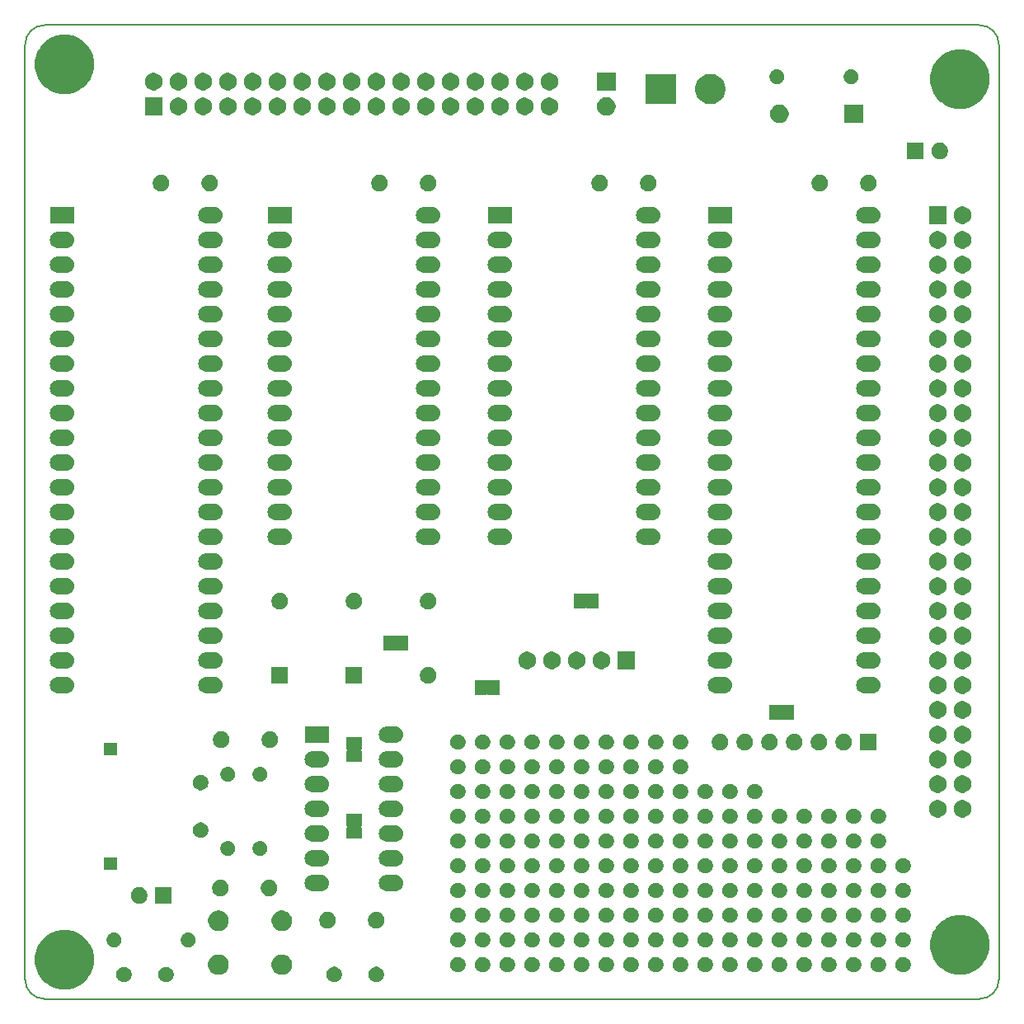
<source format=gbr>
%TF.GenerationSoftware,KiCad,Pcbnew,(5.1.5)-3*%
%TF.CreationDate,2020-10-20T23:15:23-07:00*%
%TF.ProjectId,mgh80,6d676838-302e-46b6-9963-61645f706362,rev?*%
%TF.SameCoordinates,Original*%
%TF.FileFunction,Soldermask,Bot*%
%TF.FilePolarity,Negative*%
%FSLAX46Y46*%
G04 Gerber Fmt 4.6, Leading zero omitted, Abs format (unit mm)*
G04 Created by KiCad (PCBNEW (5.1.5)-3) date 2020-10-20 23:15:23*
%MOMM*%
%LPD*%
G04 APERTURE LIST*
%ADD10C,0.150000*%
%ADD11C,0.100000*%
G04 APERTURE END LIST*
D10*
X184090000Y-43186000D02*
X184090000Y-139186000D01*
X184090000Y-43186000D02*
G75*
G03X182090000Y-41186000I-2000000J0D01*
G01*
X182090000Y-141186000D02*
G75*
G03X184090000Y-139186000I0J2000000D01*
G01*
X86090000Y-41186000D02*
G75*
G03X84090000Y-43186000I0J-2000000D01*
G01*
X86090000Y-41186000D02*
X182090000Y-41186000D01*
X84090000Y-139186000D02*
G75*
G03X86090000Y-141186000I2000000J0D01*
G01*
X182090000Y-141186000D02*
X86090000Y-141186000D01*
X84090000Y-139186000D02*
X84090000Y-43186000D01*
D11*
G36*
X89027943Y-134226248D02*
G01*
X89583189Y-134456238D01*
X89824372Y-134617392D01*
X90082899Y-134790134D01*
X90507866Y-135215101D01*
X90605782Y-135361643D01*
X90841762Y-135714811D01*
X91071752Y-136270057D01*
X91189000Y-136859501D01*
X91189000Y-137460499D01*
X91071752Y-138049943D01*
X90841762Y-138605189D01*
X90774021Y-138706570D01*
X90507866Y-139104899D01*
X90082899Y-139529866D01*
X89942573Y-139623629D01*
X89583189Y-139863762D01*
X89027943Y-140093752D01*
X88438499Y-140211000D01*
X87837501Y-140211000D01*
X87248057Y-140093752D01*
X86692811Y-139863762D01*
X86333427Y-139623629D01*
X86193101Y-139529866D01*
X85768134Y-139104899D01*
X85501979Y-138706570D01*
X85434238Y-138605189D01*
X85204248Y-138049943D01*
X85087000Y-137460499D01*
X85087000Y-136859501D01*
X85204248Y-136270057D01*
X85434238Y-135714811D01*
X85670218Y-135361643D01*
X85768134Y-135215101D01*
X86193101Y-134790134D01*
X86451628Y-134617392D01*
X86692811Y-134456238D01*
X87248057Y-134226248D01*
X87837501Y-134109000D01*
X88438499Y-134109000D01*
X89027943Y-134226248D01*
G37*
G36*
X98785642Y-137912781D02*
G01*
X98931414Y-137973162D01*
X98931416Y-137973163D01*
X99062608Y-138060822D01*
X99174178Y-138172392D01*
X99261837Y-138303584D01*
X99261838Y-138303586D01*
X99322219Y-138449358D01*
X99353000Y-138604107D01*
X99353000Y-138761893D01*
X99322219Y-138916642D01*
X99302346Y-138964619D01*
X99261837Y-139062416D01*
X99174178Y-139193608D01*
X99062608Y-139305178D01*
X98931416Y-139392837D01*
X98931415Y-139392838D01*
X98931414Y-139392838D01*
X98785642Y-139453219D01*
X98630893Y-139484000D01*
X98473107Y-139484000D01*
X98318358Y-139453219D01*
X98172586Y-139392838D01*
X98172585Y-139392838D01*
X98172584Y-139392837D01*
X98041392Y-139305178D01*
X97929822Y-139193608D01*
X97842163Y-139062416D01*
X97801654Y-138964619D01*
X97781781Y-138916642D01*
X97751000Y-138761893D01*
X97751000Y-138604107D01*
X97781781Y-138449358D01*
X97842162Y-138303586D01*
X97842163Y-138303584D01*
X97929822Y-138172392D01*
X98041392Y-138060822D01*
X98172584Y-137973163D01*
X98172586Y-137973162D01*
X98318358Y-137912781D01*
X98473107Y-137882000D01*
X98630893Y-137882000D01*
X98785642Y-137912781D01*
G37*
G36*
X94472642Y-137912781D02*
G01*
X94618414Y-137973162D01*
X94618416Y-137973163D01*
X94749608Y-138060822D01*
X94861178Y-138172392D01*
X94948837Y-138303584D01*
X94948838Y-138303586D01*
X95009219Y-138449358D01*
X95040000Y-138604107D01*
X95040000Y-138761893D01*
X95009219Y-138916642D01*
X94989346Y-138964619D01*
X94948837Y-139062416D01*
X94861178Y-139193608D01*
X94749608Y-139305178D01*
X94618416Y-139392837D01*
X94618415Y-139392838D01*
X94618414Y-139392838D01*
X94472642Y-139453219D01*
X94317893Y-139484000D01*
X94160107Y-139484000D01*
X94005358Y-139453219D01*
X93859586Y-139392838D01*
X93859585Y-139392838D01*
X93859584Y-139392837D01*
X93728392Y-139305178D01*
X93616822Y-139193608D01*
X93529163Y-139062416D01*
X93488654Y-138964619D01*
X93468781Y-138916642D01*
X93438000Y-138761893D01*
X93438000Y-138604107D01*
X93468781Y-138449358D01*
X93529162Y-138303586D01*
X93529163Y-138303584D01*
X93616822Y-138172392D01*
X93728392Y-138060822D01*
X93859584Y-137973163D01*
X93859586Y-137973162D01*
X94005358Y-137912781D01*
X94160107Y-137882000D01*
X94317893Y-137882000D01*
X94472642Y-137912781D01*
G37*
G36*
X116058642Y-137908781D02*
G01*
X116204414Y-137969162D01*
X116204416Y-137969163D01*
X116335608Y-138056822D01*
X116447178Y-138168392D01*
X116528552Y-138290178D01*
X116534838Y-138299586D01*
X116595219Y-138445358D01*
X116626000Y-138600107D01*
X116626000Y-138757893D01*
X116595219Y-138912642D01*
X116543092Y-139038486D01*
X116534837Y-139058416D01*
X116447178Y-139189608D01*
X116335608Y-139301178D01*
X116204416Y-139388837D01*
X116204415Y-139388838D01*
X116204414Y-139388838D01*
X116058642Y-139449219D01*
X115903893Y-139480000D01*
X115746107Y-139480000D01*
X115591358Y-139449219D01*
X115445586Y-139388838D01*
X115445585Y-139388838D01*
X115445584Y-139388837D01*
X115314392Y-139301178D01*
X115202822Y-139189608D01*
X115115163Y-139058416D01*
X115106908Y-139038486D01*
X115054781Y-138912642D01*
X115024000Y-138757893D01*
X115024000Y-138600107D01*
X115054781Y-138445358D01*
X115115162Y-138299586D01*
X115121448Y-138290178D01*
X115202822Y-138168392D01*
X115314392Y-138056822D01*
X115445584Y-137969163D01*
X115445586Y-137969162D01*
X115591358Y-137908781D01*
X115746107Y-137878000D01*
X115903893Y-137878000D01*
X116058642Y-137908781D01*
G37*
G36*
X120375642Y-137908781D02*
G01*
X120521414Y-137969162D01*
X120521416Y-137969163D01*
X120652608Y-138056822D01*
X120764178Y-138168392D01*
X120845552Y-138290178D01*
X120851838Y-138299586D01*
X120912219Y-138445358D01*
X120943000Y-138600107D01*
X120943000Y-138757893D01*
X120912219Y-138912642D01*
X120860092Y-139038486D01*
X120851837Y-139058416D01*
X120764178Y-139189608D01*
X120652608Y-139301178D01*
X120521416Y-139388837D01*
X120521415Y-139388838D01*
X120521414Y-139388838D01*
X120375642Y-139449219D01*
X120220893Y-139480000D01*
X120063107Y-139480000D01*
X119908358Y-139449219D01*
X119762586Y-139388838D01*
X119762585Y-139388838D01*
X119762584Y-139388837D01*
X119631392Y-139301178D01*
X119519822Y-139189608D01*
X119432163Y-139058416D01*
X119423908Y-139038486D01*
X119371781Y-138912642D01*
X119341000Y-138757893D01*
X119341000Y-138600107D01*
X119371781Y-138445358D01*
X119432162Y-138299586D01*
X119438448Y-138290178D01*
X119519822Y-138168392D01*
X119631392Y-138056822D01*
X119762584Y-137969163D01*
X119762586Y-137969162D01*
X119908358Y-137908781D01*
X120063107Y-137878000D01*
X120220893Y-137878000D01*
X120375642Y-137908781D01*
G37*
G36*
X104244564Y-136657389D02*
G01*
X104435833Y-136736615D01*
X104435835Y-136736616D01*
X104607973Y-136851635D01*
X104754365Y-136998027D01*
X104869385Y-137170167D01*
X104948611Y-137361436D01*
X104989000Y-137564484D01*
X104989000Y-137771516D01*
X104948611Y-137974564D01*
X104869385Y-138165833D01*
X104869384Y-138165835D01*
X104754365Y-138337973D01*
X104607973Y-138484365D01*
X104435835Y-138599384D01*
X104435834Y-138599385D01*
X104435833Y-138599385D01*
X104244564Y-138678611D01*
X104041516Y-138719000D01*
X103834484Y-138719000D01*
X103631436Y-138678611D01*
X103440167Y-138599385D01*
X103440166Y-138599385D01*
X103440165Y-138599384D01*
X103268027Y-138484365D01*
X103121635Y-138337973D01*
X103006616Y-138165835D01*
X103006615Y-138165833D01*
X102927389Y-137974564D01*
X102887000Y-137771516D01*
X102887000Y-137564484D01*
X102927389Y-137361436D01*
X103006615Y-137170167D01*
X103121635Y-136998027D01*
X103268027Y-136851635D01*
X103440165Y-136736616D01*
X103440167Y-136736615D01*
X103631436Y-136657389D01*
X103834484Y-136617000D01*
X104041516Y-136617000D01*
X104244564Y-136657389D01*
G37*
G36*
X110744564Y-136657389D02*
G01*
X110935833Y-136736615D01*
X110935835Y-136736616D01*
X111107973Y-136851635D01*
X111254365Y-136998027D01*
X111369385Y-137170167D01*
X111448611Y-137361436D01*
X111489000Y-137564484D01*
X111489000Y-137771516D01*
X111448611Y-137974564D01*
X111369385Y-138165833D01*
X111369384Y-138165835D01*
X111254365Y-138337973D01*
X111107973Y-138484365D01*
X110935835Y-138599384D01*
X110935834Y-138599385D01*
X110935833Y-138599385D01*
X110744564Y-138678611D01*
X110541516Y-138719000D01*
X110334484Y-138719000D01*
X110131436Y-138678611D01*
X109940167Y-138599385D01*
X109940166Y-138599385D01*
X109940165Y-138599384D01*
X109768027Y-138484365D01*
X109621635Y-138337973D01*
X109506616Y-138165835D01*
X109506615Y-138165833D01*
X109427389Y-137974564D01*
X109387000Y-137771516D01*
X109387000Y-137564484D01*
X109427389Y-137361436D01*
X109506615Y-137170167D01*
X109621635Y-136998027D01*
X109768027Y-136851635D01*
X109940165Y-136736616D01*
X109940167Y-136736615D01*
X110131436Y-136657389D01*
X110334484Y-136617000D01*
X110541516Y-136617000D01*
X110744564Y-136657389D01*
G37*
G36*
X180975943Y-132702248D02*
G01*
X181531189Y-132932238D01*
X181729109Y-133064484D01*
X182030899Y-133266134D01*
X182455866Y-133691101D01*
X182605001Y-133914297D01*
X182789762Y-134190811D01*
X183019752Y-134746057D01*
X183137000Y-135335501D01*
X183137000Y-135936499D01*
X183019752Y-136525943D01*
X182789762Y-137081189D01*
X182722021Y-137182570D01*
X182455866Y-137580899D01*
X182030899Y-138005866D01*
X181890573Y-138099629D01*
X181531189Y-138339762D01*
X180975943Y-138569752D01*
X180386499Y-138687000D01*
X179785501Y-138687000D01*
X179196057Y-138569752D01*
X178640811Y-138339762D01*
X178281427Y-138099629D01*
X178141101Y-138005866D01*
X177716134Y-137580899D01*
X177449979Y-137182570D01*
X177382238Y-137081189D01*
X177152248Y-136525943D01*
X177035000Y-135936499D01*
X177035000Y-135335501D01*
X177152248Y-134746057D01*
X177382238Y-134190811D01*
X177566999Y-133914297D01*
X177716134Y-133691101D01*
X178141101Y-133266134D01*
X178442891Y-133064484D01*
X178640811Y-132932238D01*
X179196057Y-132702248D01*
X179785501Y-132585000D01*
X180386499Y-132585000D01*
X180975943Y-132702248D01*
G37*
G36*
X146537642Y-136897781D02*
G01*
X146654948Y-136946371D01*
X146683416Y-136958163D01*
X146814608Y-137045822D01*
X146926178Y-137157392D01*
X147013837Y-137288584D01*
X147013838Y-137288586D01*
X147074219Y-137434358D01*
X147105000Y-137589107D01*
X147105000Y-137746893D01*
X147074219Y-137901642D01*
X147044013Y-137974565D01*
X147013837Y-138047416D01*
X146926178Y-138178608D01*
X146814608Y-138290178D01*
X146683416Y-138377837D01*
X146683415Y-138377838D01*
X146683414Y-138377838D01*
X146537642Y-138438219D01*
X146382893Y-138469000D01*
X146225107Y-138469000D01*
X146070358Y-138438219D01*
X145924586Y-138377838D01*
X145924585Y-138377838D01*
X145924584Y-138377837D01*
X145793392Y-138290178D01*
X145681822Y-138178608D01*
X145594163Y-138047416D01*
X145563987Y-137974565D01*
X145533781Y-137901642D01*
X145503000Y-137746893D01*
X145503000Y-137589107D01*
X145533781Y-137434358D01*
X145594162Y-137288586D01*
X145594163Y-137288584D01*
X145681822Y-137157392D01*
X145793392Y-137045822D01*
X145924584Y-136958163D01*
X145953052Y-136946371D01*
X146070358Y-136897781D01*
X146225107Y-136867000D01*
X146382893Y-136867000D01*
X146537642Y-136897781D01*
G37*
G36*
X174477642Y-136897781D02*
G01*
X174594948Y-136946371D01*
X174623416Y-136958163D01*
X174754608Y-137045822D01*
X174866178Y-137157392D01*
X174953837Y-137288584D01*
X174953838Y-137288586D01*
X175014219Y-137434358D01*
X175045000Y-137589107D01*
X175045000Y-137746893D01*
X175014219Y-137901642D01*
X174984013Y-137974565D01*
X174953837Y-138047416D01*
X174866178Y-138178608D01*
X174754608Y-138290178D01*
X174623416Y-138377837D01*
X174623415Y-138377838D01*
X174623414Y-138377838D01*
X174477642Y-138438219D01*
X174322893Y-138469000D01*
X174165107Y-138469000D01*
X174010358Y-138438219D01*
X173864586Y-138377838D01*
X173864585Y-138377838D01*
X173864584Y-138377837D01*
X173733392Y-138290178D01*
X173621822Y-138178608D01*
X173534163Y-138047416D01*
X173503987Y-137974565D01*
X173473781Y-137901642D01*
X173443000Y-137746893D01*
X173443000Y-137589107D01*
X173473781Y-137434358D01*
X173534162Y-137288586D01*
X173534163Y-137288584D01*
X173621822Y-137157392D01*
X173733392Y-137045822D01*
X173864584Y-136958163D01*
X173893052Y-136946371D01*
X174010358Y-136897781D01*
X174165107Y-136867000D01*
X174322893Y-136867000D01*
X174477642Y-136897781D01*
G37*
G36*
X128757642Y-136897781D02*
G01*
X128874948Y-136946371D01*
X128903416Y-136958163D01*
X129034608Y-137045822D01*
X129146178Y-137157392D01*
X129233837Y-137288584D01*
X129233838Y-137288586D01*
X129294219Y-137434358D01*
X129325000Y-137589107D01*
X129325000Y-137746893D01*
X129294219Y-137901642D01*
X129264013Y-137974565D01*
X129233837Y-138047416D01*
X129146178Y-138178608D01*
X129034608Y-138290178D01*
X128903416Y-138377837D01*
X128903415Y-138377838D01*
X128903414Y-138377838D01*
X128757642Y-138438219D01*
X128602893Y-138469000D01*
X128445107Y-138469000D01*
X128290358Y-138438219D01*
X128144586Y-138377838D01*
X128144585Y-138377838D01*
X128144584Y-138377837D01*
X128013392Y-138290178D01*
X127901822Y-138178608D01*
X127814163Y-138047416D01*
X127783987Y-137974565D01*
X127753781Y-137901642D01*
X127723000Y-137746893D01*
X127723000Y-137589107D01*
X127753781Y-137434358D01*
X127814162Y-137288586D01*
X127814163Y-137288584D01*
X127901822Y-137157392D01*
X128013392Y-137045822D01*
X128144584Y-136958163D01*
X128173052Y-136946371D01*
X128290358Y-136897781D01*
X128445107Y-136867000D01*
X128602893Y-136867000D01*
X128757642Y-136897781D01*
G37*
G36*
X131297642Y-136897781D02*
G01*
X131414948Y-136946371D01*
X131443416Y-136958163D01*
X131574608Y-137045822D01*
X131686178Y-137157392D01*
X131773837Y-137288584D01*
X131773838Y-137288586D01*
X131834219Y-137434358D01*
X131865000Y-137589107D01*
X131865000Y-137746893D01*
X131834219Y-137901642D01*
X131804013Y-137974565D01*
X131773837Y-138047416D01*
X131686178Y-138178608D01*
X131574608Y-138290178D01*
X131443416Y-138377837D01*
X131443415Y-138377838D01*
X131443414Y-138377838D01*
X131297642Y-138438219D01*
X131142893Y-138469000D01*
X130985107Y-138469000D01*
X130830358Y-138438219D01*
X130684586Y-138377838D01*
X130684585Y-138377838D01*
X130684584Y-138377837D01*
X130553392Y-138290178D01*
X130441822Y-138178608D01*
X130354163Y-138047416D01*
X130323987Y-137974565D01*
X130293781Y-137901642D01*
X130263000Y-137746893D01*
X130263000Y-137589107D01*
X130293781Y-137434358D01*
X130354162Y-137288586D01*
X130354163Y-137288584D01*
X130441822Y-137157392D01*
X130553392Y-137045822D01*
X130684584Y-136958163D01*
X130713052Y-136946371D01*
X130830358Y-136897781D01*
X130985107Y-136867000D01*
X131142893Y-136867000D01*
X131297642Y-136897781D01*
G37*
G36*
X136377642Y-136897781D02*
G01*
X136494948Y-136946371D01*
X136523416Y-136958163D01*
X136654608Y-137045822D01*
X136766178Y-137157392D01*
X136853837Y-137288584D01*
X136853838Y-137288586D01*
X136914219Y-137434358D01*
X136945000Y-137589107D01*
X136945000Y-137746893D01*
X136914219Y-137901642D01*
X136884013Y-137974565D01*
X136853837Y-138047416D01*
X136766178Y-138178608D01*
X136654608Y-138290178D01*
X136523416Y-138377837D01*
X136523415Y-138377838D01*
X136523414Y-138377838D01*
X136377642Y-138438219D01*
X136222893Y-138469000D01*
X136065107Y-138469000D01*
X135910358Y-138438219D01*
X135764586Y-138377838D01*
X135764585Y-138377838D01*
X135764584Y-138377837D01*
X135633392Y-138290178D01*
X135521822Y-138178608D01*
X135434163Y-138047416D01*
X135403987Y-137974565D01*
X135373781Y-137901642D01*
X135343000Y-137746893D01*
X135343000Y-137589107D01*
X135373781Y-137434358D01*
X135434162Y-137288586D01*
X135434163Y-137288584D01*
X135521822Y-137157392D01*
X135633392Y-137045822D01*
X135764584Y-136958163D01*
X135793052Y-136946371D01*
X135910358Y-136897781D01*
X136065107Y-136867000D01*
X136222893Y-136867000D01*
X136377642Y-136897781D01*
G37*
G36*
X138917642Y-136897781D02*
G01*
X139034948Y-136946371D01*
X139063416Y-136958163D01*
X139194608Y-137045822D01*
X139306178Y-137157392D01*
X139393837Y-137288584D01*
X139393838Y-137288586D01*
X139454219Y-137434358D01*
X139485000Y-137589107D01*
X139485000Y-137746893D01*
X139454219Y-137901642D01*
X139424013Y-137974565D01*
X139393837Y-138047416D01*
X139306178Y-138178608D01*
X139194608Y-138290178D01*
X139063416Y-138377837D01*
X139063415Y-138377838D01*
X139063414Y-138377838D01*
X138917642Y-138438219D01*
X138762893Y-138469000D01*
X138605107Y-138469000D01*
X138450358Y-138438219D01*
X138304586Y-138377838D01*
X138304585Y-138377838D01*
X138304584Y-138377837D01*
X138173392Y-138290178D01*
X138061822Y-138178608D01*
X137974163Y-138047416D01*
X137943987Y-137974565D01*
X137913781Y-137901642D01*
X137883000Y-137746893D01*
X137883000Y-137589107D01*
X137913781Y-137434358D01*
X137974162Y-137288586D01*
X137974163Y-137288584D01*
X138061822Y-137157392D01*
X138173392Y-137045822D01*
X138304584Y-136958163D01*
X138333052Y-136946371D01*
X138450358Y-136897781D01*
X138605107Y-136867000D01*
X138762893Y-136867000D01*
X138917642Y-136897781D01*
G37*
G36*
X141457642Y-136897781D02*
G01*
X141574948Y-136946371D01*
X141603416Y-136958163D01*
X141734608Y-137045822D01*
X141846178Y-137157392D01*
X141933837Y-137288584D01*
X141933838Y-137288586D01*
X141994219Y-137434358D01*
X142025000Y-137589107D01*
X142025000Y-137746893D01*
X141994219Y-137901642D01*
X141964013Y-137974565D01*
X141933837Y-138047416D01*
X141846178Y-138178608D01*
X141734608Y-138290178D01*
X141603416Y-138377837D01*
X141603415Y-138377838D01*
X141603414Y-138377838D01*
X141457642Y-138438219D01*
X141302893Y-138469000D01*
X141145107Y-138469000D01*
X140990358Y-138438219D01*
X140844586Y-138377838D01*
X140844585Y-138377838D01*
X140844584Y-138377837D01*
X140713392Y-138290178D01*
X140601822Y-138178608D01*
X140514163Y-138047416D01*
X140483987Y-137974565D01*
X140453781Y-137901642D01*
X140423000Y-137746893D01*
X140423000Y-137589107D01*
X140453781Y-137434358D01*
X140514162Y-137288586D01*
X140514163Y-137288584D01*
X140601822Y-137157392D01*
X140713392Y-137045822D01*
X140844584Y-136958163D01*
X140873052Y-136946371D01*
X140990358Y-136897781D01*
X141145107Y-136867000D01*
X141302893Y-136867000D01*
X141457642Y-136897781D01*
G37*
G36*
X143997642Y-136897781D02*
G01*
X144114948Y-136946371D01*
X144143416Y-136958163D01*
X144274608Y-137045822D01*
X144386178Y-137157392D01*
X144473837Y-137288584D01*
X144473838Y-137288586D01*
X144534219Y-137434358D01*
X144565000Y-137589107D01*
X144565000Y-137746893D01*
X144534219Y-137901642D01*
X144504013Y-137974565D01*
X144473837Y-138047416D01*
X144386178Y-138178608D01*
X144274608Y-138290178D01*
X144143416Y-138377837D01*
X144143415Y-138377838D01*
X144143414Y-138377838D01*
X143997642Y-138438219D01*
X143842893Y-138469000D01*
X143685107Y-138469000D01*
X143530358Y-138438219D01*
X143384586Y-138377838D01*
X143384585Y-138377838D01*
X143384584Y-138377837D01*
X143253392Y-138290178D01*
X143141822Y-138178608D01*
X143054163Y-138047416D01*
X143023987Y-137974565D01*
X142993781Y-137901642D01*
X142963000Y-137746893D01*
X142963000Y-137589107D01*
X142993781Y-137434358D01*
X143054162Y-137288586D01*
X143054163Y-137288584D01*
X143141822Y-137157392D01*
X143253392Y-137045822D01*
X143384584Y-136958163D01*
X143413052Y-136946371D01*
X143530358Y-136897781D01*
X143685107Y-136867000D01*
X143842893Y-136867000D01*
X143997642Y-136897781D01*
G37*
G36*
X149077642Y-136897781D02*
G01*
X149194948Y-136946371D01*
X149223416Y-136958163D01*
X149354608Y-137045822D01*
X149466178Y-137157392D01*
X149553837Y-137288584D01*
X149553838Y-137288586D01*
X149614219Y-137434358D01*
X149645000Y-137589107D01*
X149645000Y-137746893D01*
X149614219Y-137901642D01*
X149584013Y-137974565D01*
X149553837Y-138047416D01*
X149466178Y-138178608D01*
X149354608Y-138290178D01*
X149223416Y-138377837D01*
X149223415Y-138377838D01*
X149223414Y-138377838D01*
X149077642Y-138438219D01*
X148922893Y-138469000D01*
X148765107Y-138469000D01*
X148610358Y-138438219D01*
X148464586Y-138377838D01*
X148464585Y-138377838D01*
X148464584Y-138377837D01*
X148333392Y-138290178D01*
X148221822Y-138178608D01*
X148134163Y-138047416D01*
X148103987Y-137974565D01*
X148073781Y-137901642D01*
X148043000Y-137746893D01*
X148043000Y-137589107D01*
X148073781Y-137434358D01*
X148134162Y-137288586D01*
X148134163Y-137288584D01*
X148221822Y-137157392D01*
X148333392Y-137045822D01*
X148464584Y-136958163D01*
X148493052Y-136946371D01*
X148610358Y-136897781D01*
X148765107Y-136867000D01*
X148922893Y-136867000D01*
X149077642Y-136897781D01*
G37*
G36*
X154157642Y-136897781D02*
G01*
X154274948Y-136946371D01*
X154303416Y-136958163D01*
X154434608Y-137045822D01*
X154546178Y-137157392D01*
X154633837Y-137288584D01*
X154633838Y-137288586D01*
X154694219Y-137434358D01*
X154725000Y-137589107D01*
X154725000Y-137746893D01*
X154694219Y-137901642D01*
X154664013Y-137974565D01*
X154633837Y-138047416D01*
X154546178Y-138178608D01*
X154434608Y-138290178D01*
X154303416Y-138377837D01*
X154303415Y-138377838D01*
X154303414Y-138377838D01*
X154157642Y-138438219D01*
X154002893Y-138469000D01*
X153845107Y-138469000D01*
X153690358Y-138438219D01*
X153544586Y-138377838D01*
X153544585Y-138377838D01*
X153544584Y-138377837D01*
X153413392Y-138290178D01*
X153301822Y-138178608D01*
X153214163Y-138047416D01*
X153183987Y-137974565D01*
X153153781Y-137901642D01*
X153123000Y-137746893D01*
X153123000Y-137589107D01*
X153153781Y-137434358D01*
X153214162Y-137288586D01*
X153214163Y-137288584D01*
X153301822Y-137157392D01*
X153413392Y-137045822D01*
X153544584Y-136958163D01*
X153573052Y-136946371D01*
X153690358Y-136897781D01*
X153845107Y-136867000D01*
X154002893Y-136867000D01*
X154157642Y-136897781D01*
G37*
G36*
X133837642Y-136897781D02*
G01*
X133954948Y-136946371D01*
X133983416Y-136958163D01*
X134114608Y-137045822D01*
X134226178Y-137157392D01*
X134313837Y-137288584D01*
X134313838Y-137288586D01*
X134374219Y-137434358D01*
X134405000Y-137589107D01*
X134405000Y-137746893D01*
X134374219Y-137901642D01*
X134344013Y-137974565D01*
X134313837Y-138047416D01*
X134226178Y-138178608D01*
X134114608Y-138290178D01*
X133983416Y-138377837D01*
X133983415Y-138377838D01*
X133983414Y-138377838D01*
X133837642Y-138438219D01*
X133682893Y-138469000D01*
X133525107Y-138469000D01*
X133370358Y-138438219D01*
X133224586Y-138377838D01*
X133224585Y-138377838D01*
X133224584Y-138377837D01*
X133093392Y-138290178D01*
X132981822Y-138178608D01*
X132894163Y-138047416D01*
X132863987Y-137974565D01*
X132833781Y-137901642D01*
X132803000Y-137746893D01*
X132803000Y-137589107D01*
X132833781Y-137434358D01*
X132894162Y-137288586D01*
X132894163Y-137288584D01*
X132981822Y-137157392D01*
X133093392Y-137045822D01*
X133224584Y-136958163D01*
X133253052Y-136946371D01*
X133370358Y-136897781D01*
X133525107Y-136867000D01*
X133682893Y-136867000D01*
X133837642Y-136897781D01*
G37*
G36*
X171937642Y-136897781D02*
G01*
X172054948Y-136946371D01*
X172083416Y-136958163D01*
X172214608Y-137045822D01*
X172326178Y-137157392D01*
X172413837Y-137288584D01*
X172413838Y-137288586D01*
X172474219Y-137434358D01*
X172505000Y-137589107D01*
X172505000Y-137746893D01*
X172474219Y-137901642D01*
X172444013Y-137974565D01*
X172413837Y-138047416D01*
X172326178Y-138178608D01*
X172214608Y-138290178D01*
X172083416Y-138377837D01*
X172083415Y-138377838D01*
X172083414Y-138377838D01*
X171937642Y-138438219D01*
X171782893Y-138469000D01*
X171625107Y-138469000D01*
X171470358Y-138438219D01*
X171324586Y-138377838D01*
X171324585Y-138377838D01*
X171324584Y-138377837D01*
X171193392Y-138290178D01*
X171081822Y-138178608D01*
X170994163Y-138047416D01*
X170963987Y-137974565D01*
X170933781Y-137901642D01*
X170903000Y-137746893D01*
X170903000Y-137589107D01*
X170933781Y-137434358D01*
X170994162Y-137288586D01*
X170994163Y-137288584D01*
X171081822Y-137157392D01*
X171193392Y-137045822D01*
X171324584Y-136958163D01*
X171353052Y-136946371D01*
X171470358Y-136897781D01*
X171625107Y-136867000D01*
X171782893Y-136867000D01*
X171937642Y-136897781D01*
G37*
G36*
X169397642Y-136897781D02*
G01*
X169514948Y-136946371D01*
X169543416Y-136958163D01*
X169674608Y-137045822D01*
X169786178Y-137157392D01*
X169873837Y-137288584D01*
X169873838Y-137288586D01*
X169934219Y-137434358D01*
X169965000Y-137589107D01*
X169965000Y-137746893D01*
X169934219Y-137901642D01*
X169904013Y-137974565D01*
X169873837Y-138047416D01*
X169786178Y-138178608D01*
X169674608Y-138290178D01*
X169543416Y-138377837D01*
X169543415Y-138377838D01*
X169543414Y-138377838D01*
X169397642Y-138438219D01*
X169242893Y-138469000D01*
X169085107Y-138469000D01*
X168930358Y-138438219D01*
X168784586Y-138377838D01*
X168784585Y-138377838D01*
X168784584Y-138377837D01*
X168653392Y-138290178D01*
X168541822Y-138178608D01*
X168454163Y-138047416D01*
X168423987Y-137974565D01*
X168393781Y-137901642D01*
X168363000Y-137746893D01*
X168363000Y-137589107D01*
X168393781Y-137434358D01*
X168454162Y-137288586D01*
X168454163Y-137288584D01*
X168541822Y-137157392D01*
X168653392Y-137045822D01*
X168784584Y-136958163D01*
X168813052Y-136946371D01*
X168930358Y-136897781D01*
X169085107Y-136867000D01*
X169242893Y-136867000D01*
X169397642Y-136897781D01*
G37*
G36*
X166857642Y-136897781D02*
G01*
X166974948Y-136946371D01*
X167003416Y-136958163D01*
X167134608Y-137045822D01*
X167246178Y-137157392D01*
X167333837Y-137288584D01*
X167333838Y-137288586D01*
X167394219Y-137434358D01*
X167425000Y-137589107D01*
X167425000Y-137746893D01*
X167394219Y-137901642D01*
X167364013Y-137974565D01*
X167333837Y-138047416D01*
X167246178Y-138178608D01*
X167134608Y-138290178D01*
X167003416Y-138377837D01*
X167003415Y-138377838D01*
X167003414Y-138377838D01*
X166857642Y-138438219D01*
X166702893Y-138469000D01*
X166545107Y-138469000D01*
X166390358Y-138438219D01*
X166244586Y-138377838D01*
X166244585Y-138377838D01*
X166244584Y-138377837D01*
X166113392Y-138290178D01*
X166001822Y-138178608D01*
X165914163Y-138047416D01*
X165883987Y-137974565D01*
X165853781Y-137901642D01*
X165823000Y-137746893D01*
X165823000Y-137589107D01*
X165853781Y-137434358D01*
X165914162Y-137288586D01*
X165914163Y-137288584D01*
X166001822Y-137157392D01*
X166113392Y-137045822D01*
X166244584Y-136958163D01*
X166273052Y-136946371D01*
X166390358Y-136897781D01*
X166545107Y-136867000D01*
X166702893Y-136867000D01*
X166857642Y-136897781D01*
G37*
G36*
X164317642Y-136897781D02*
G01*
X164434948Y-136946371D01*
X164463416Y-136958163D01*
X164594608Y-137045822D01*
X164706178Y-137157392D01*
X164793837Y-137288584D01*
X164793838Y-137288586D01*
X164854219Y-137434358D01*
X164885000Y-137589107D01*
X164885000Y-137746893D01*
X164854219Y-137901642D01*
X164824013Y-137974565D01*
X164793837Y-138047416D01*
X164706178Y-138178608D01*
X164594608Y-138290178D01*
X164463416Y-138377837D01*
X164463415Y-138377838D01*
X164463414Y-138377838D01*
X164317642Y-138438219D01*
X164162893Y-138469000D01*
X164005107Y-138469000D01*
X163850358Y-138438219D01*
X163704586Y-138377838D01*
X163704585Y-138377838D01*
X163704584Y-138377837D01*
X163573392Y-138290178D01*
X163461822Y-138178608D01*
X163374163Y-138047416D01*
X163343987Y-137974565D01*
X163313781Y-137901642D01*
X163283000Y-137746893D01*
X163283000Y-137589107D01*
X163313781Y-137434358D01*
X163374162Y-137288586D01*
X163374163Y-137288584D01*
X163461822Y-137157392D01*
X163573392Y-137045822D01*
X163704584Y-136958163D01*
X163733052Y-136946371D01*
X163850358Y-136897781D01*
X164005107Y-136867000D01*
X164162893Y-136867000D01*
X164317642Y-136897781D01*
G37*
G36*
X161777642Y-136897781D02*
G01*
X161894948Y-136946371D01*
X161923416Y-136958163D01*
X162054608Y-137045822D01*
X162166178Y-137157392D01*
X162253837Y-137288584D01*
X162253838Y-137288586D01*
X162314219Y-137434358D01*
X162345000Y-137589107D01*
X162345000Y-137746893D01*
X162314219Y-137901642D01*
X162284013Y-137974565D01*
X162253837Y-138047416D01*
X162166178Y-138178608D01*
X162054608Y-138290178D01*
X161923416Y-138377837D01*
X161923415Y-138377838D01*
X161923414Y-138377838D01*
X161777642Y-138438219D01*
X161622893Y-138469000D01*
X161465107Y-138469000D01*
X161310358Y-138438219D01*
X161164586Y-138377838D01*
X161164585Y-138377838D01*
X161164584Y-138377837D01*
X161033392Y-138290178D01*
X160921822Y-138178608D01*
X160834163Y-138047416D01*
X160803987Y-137974565D01*
X160773781Y-137901642D01*
X160743000Y-137746893D01*
X160743000Y-137589107D01*
X160773781Y-137434358D01*
X160834162Y-137288586D01*
X160834163Y-137288584D01*
X160921822Y-137157392D01*
X161033392Y-137045822D01*
X161164584Y-136958163D01*
X161193052Y-136946371D01*
X161310358Y-136897781D01*
X161465107Y-136867000D01*
X161622893Y-136867000D01*
X161777642Y-136897781D01*
G37*
G36*
X159237642Y-136897781D02*
G01*
X159354948Y-136946371D01*
X159383416Y-136958163D01*
X159514608Y-137045822D01*
X159626178Y-137157392D01*
X159713837Y-137288584D01*
X159713838Y-137288586D01*
X159774219Y-137434358D01*
X159805000Y-137589107D01*
X159805000Y-137746893D01*
X159774219Y-137901642D01*
X159744013Y-137974565D01*
X159713837Y-138047416D01*
X159626178Y-138178608D01*
X159514608Y-138290178D01*
X159383416Y-138377837D01*
X159383415Y-138377838D01*
X159383414Y-138377838D01*
X159237642Y-138438219D01*
X159082893Y-138469000D01*
X158925107Y-138469000D01*
X158770358Y-138438219D01*
X158624586Y-138377838D01*
X158624585Y-138377838D01*
X158624584Y-138377837D01*
X158493392Y-138290178D01*
X158381822Y-138178608D01*
X158294163Y-138047416D01*
X158263987Y-137974565D01*
X158233781Y-137901642D01*
X158203000Y-137746893D01*
X158203000Y-137589107D01*
X158233781Y-137434358D01*
X158294162Y-137288586D01*
X158294163Y-137288584D01*
X158381822Y-137157392D01*
X158493392Y-137045822D01*
X158624584Y-136958163D01*
X158653052Y-136946371D01*
X158770358Y-136897781D01*
X158925107Y-136867000D01*
X159082893Y-136867000D01*
X159237642Y-136897781D01*
G37*
G36*
X156697642Y-136897781D02*
G01*
X156814948Y-136946371D01*
X156843416Y-136958163D01*
X156974608Y-137045822D01*
X157086178Y-137157392D01*
X157173837Y-137288584D01*
X157173838Y-137288586D01*
X157234219Y-137434358D01*
X157265000Y-137589107D01*
X157265000Y-137746893D01*
X157234219Y-137901642D01*
X157204013Y-137974565D01*
X157173837Y-138047416D01*
X157086178Y-138178608D01*
X156974608Y-138290178D01*
X156843416Y-138377837D01*
X156843415Y-138377838D01*
X156843414Y-138377838D01*
X156697642Y-138438219D01*
X156542893Y-138469000D01*
X156385107Y-138469000D01*
X156230358Y-138438219D01*
X156084586Y-138377838D01*
X156084585Y-138377838D01*
X156084584Y-138377837D01*
X155953392Y-138290178D01*
X155841822Y-138178608D01*
X155754163Y-138047416D01*
X155723987Y-137974565D01*
X155693781Y-137901642D01*
X155663000Y-137746893D01*
X155663000Y-137589107D01*
X155693781Y-137434358D01*
X155754162Y-137288586D01*
X155754163Y-137288584D01*
X155841822Y-137157392D01*
X155953392Y-137045822D01*
X156084584Y-136958163D01*
X156113052Y-136946371D01*
X156230358Y-136897781D01*
X156385107Y-136867000D01*
X156542893Y-136867000D01*
X156697642Y-136897781D01*
G37*
G36*
X151617642Y-136897781D02*
G01*
X151734948Y-136946371D01*
X151763416Y-136958163D01*
X151894608Y-137045822D01*
X152006178Y-137157392D01*
X152093837Y-137288584D01*
X152093838Y-137288586D01*
X152154219Y-137434358D01*
X152185000Y-137589107D01*
X152185000Y-137746893D01*
X152154219Y-137901642D01*
X152124013Y-137974565D01*
X152093837Y-138047416D01*
X152006178Y-138178608D01*
X151894608Y-138290178D01*
X151763416Y-138377837D01*
X151763415Y-138377838D01*
X151763414Y-138377838D01*
X151617642Y-138438219D01*
X151462893Y-138469000D01*
X151305107Y-138469000D01*
X151150358Y-138438219D01*
X151004586Y-138377838D01*
X151004585Y-138377838D01*
X151004584Y-138377837D01*
X150873392Y-138290178D01*
X150761822Y-138178608D01*
X150674163Y-138047416D01*
X150643987Y-137974565D01*
X150613781Y-137901642D01*
X150583000Y-137746893D01*
X150583000Y-137589107D01*
X150613781Y-137434358D01*
X150674162Y-137288586D01*
X150674163Y-137288584D01*
X150761822Y-137157392D01*
X150873392Y-137045822D01*
X151004584Y-136958163D01*
X151033052Y-136946371D01*
X151150358Y-136897781D01*
X151305107Y-136867000D01*
X151462893Y-136867000D01*
X151617642Y-136897781D01*
G37*
G36*
X156697642Y-134357781D02*
G01*
X156788278Y-134395324D01*
X156843416Y-134418163D01*
X156974608Y-134505822D01*
X157086178Y-134617392D01*
X157173837Y-134748584D01*
X157173838Y-134748586D01*
X157234219Y-134894358D01*
X157265000Y-135049107D01*
X157265000Y-135206893D01*
X157234219Y-135361642D01*
X157173838Y-135507414D01*
X157173837Y-135507416D01*
X157086178Y-135638608D01*
X156974608Y-135750178D01*
X156843416Y-135837837D01*
X156843415Y-135837838D01*
X156843414Y-135837838D01*
X156697642Y-135898219D01*
X156542893Y-135929000D01*
X156385107Y-135929000D01*
X156230358Y-135898219D01*
X156084586Y-135837838D01*
X156084585Y-135837838D01*
X156084584Y-135837837D01*
X155953392Y-135750178D01*
X155841822Y-135638608D01*
X155754163Y-135507416D01*
X155754162Y-135507414D01*
X155693781Y-135361642D01*
X155663000Y-135206893D01*
X155663000Y-135049107D01*
X155693781Y-134894358D01*
X155754162Y-134748586D01*
X155754163Y-134748584D01*
X155841822Y-134617392D01*
X155953392Y-134505822D01*
X156084584Y-134418163D01*
X156139722Y-134395324D01*
X156230358Y-134357781D01*
X156385107Y-134327000D01*
X156542893Y-134327000D01*
X156697642Y-134357781D01*
G37*
G36*
X164317642Y-134357781D02*
G01*
X164408278Y-134395324D01*
X164463416Y-134418163D01*
X164594608Y-134505822D01*
X164706178Y-134617392D01*
X164793837Y-134748584D01*
X164793838Y-134748586D01*
X164854219Y-134894358D01*
X164885000Y-135049107D01*
X164885000Y-135206893D01*
X164854219Y-135361642D01*
X164793838Y-135507414D01*
X164793837Y-135507416D01*
X164706178Y-135638608D01*
X164594608Y-135750178D01*
X164463416Y-135837837D01*
X164463415Y-135837838D01*
X164463414Y-135837838D01*
X164317642Y-135898219D01*
X164162893Y-135929000D01*
X164005107Y-135929000D01*
X163850358Y-135898219D01*
X163704586Y-135837838D01*
X163704585Y-135837838D01*
X163704584Y-135837837D01*
X163573392Y-135750178D01*
X163461822Y-135638608D01*
X163374163Y-135507416D01*
X163374162Y-135507414D01*
X163313781Y-135361642D01*
X163283000Y-135206893D01*
X163283000Y-135049107D01*
X163313781Y-134894358D01*
X163374162Y-134748586D01*
X163374163Y-134748584D01*
X163461822Y-134617392D01*
X163573392Y-134505822D01*
X163704584Y-134418163D01*
X163759722Y-134395324D01*
X163850358Y-134357781D01*
X164005107Y-134327000D01*
X164162893Y-134327000D01*
X164317642Y-134357781D01*
G37*
G36*
X171937642Y-134357781D02*
G01*
X172028278Y-134395324D01*
X172083416Y-134418163D01*
X172214608Y-134505822D01*
X172326178Y-134617392D01*
X172413837Y-134748584D01*
X172413838Y-134748586D01*
X172474219Y-134894358D01*
X172505000Y-135049107D01*
X172505000Y-135206893D01*
X172474219Y-135361642D01*
X172413838Y-135507414D01*
X172413837Y-135507416D01*
X172326178Y-135638608D01*
X172214608Y-135750178D01*
X172083416Y-135837837D01*
X172083415Y-135837838D01*
X172083414Y-135837838D01*
X171937642Y-135898219D01*
X171782893Y-135929000D01*
X171625107Y-135929000D01*
X171470358Y-135898219D01*
X171324586Y-135837838D01*
X171324585Y-135837838D01*
X171324584Y-135837837D01*
X171193392Y-135750178D01*
X171081822Y-135638608D01*
X170994163Y-135507416D01*
X170994162Y-135507414D01*
X170933781Y-135361642D01*
X170903000Y-135206893D01*
X170903000Y-135049107D01*
X170933781Y-134894358D01*
X170994162Y-134748586D01*
X170994163Y-134748584D01*
X171081822Y-134617392D01*
X171193392Y-134505822D01*
X171324584Y-134418163D01*
X171379722Y-134395324D01*
X171470358Y-134357781D01*
X171625107Y-134327000D01*
X171782893Y-134327000D01*
X171937642Y-134357781D01*
G37*
G36*
X131297642Y-134357781D02*
G01*
X131388278Y-134395324D01*
X131443416Y-134418163D01*
X131574608Y-134505822D01*
X131686178Y-134617392D01*
X131773837Y-134748584D01*
X131773838Y-134748586D01*
X131834219Y-134894358D01*
X131865000Y-135049107D01*
X131865000Y-135206893D01*
X131834219Y-135361642D01*
X131773838Y-135507414D01*
X131773837Y-135507416D01*
X131686178Y-135638608D01*
X131574608Y-135750178D01*
X131443416Y-135837837D01*
X131443415Y-135837838D01*
X131443414Y-135837838D01*
X131297642Y-135898219D01*
X131142893Y-135929000D01*
X130985107Y-135929000D01*
X130830358Y-135898219D01*
X130684586Y-135837838D01*
X130684585Y-135837838D01*
X130684584Y-135837837D01*
X130553392Y-135750178D01*
X130441822Y-135638608D01*
X130354163Y-135507416D01*
X130354162Y-135507414D01*
X130293781Y-135361642D01*
X130263000Y-135206893D01*
X130263000Y-135049107D01*
X130293781Y-134894358D01*
X130354162Y-134748586D01*
X130354163Y-134748584D01*
X130441822Y-134617392D01*
X130553392Y-134505822D01*
X130684584Y-134418163D01*
X130739722Y-134395324D01*
X130830358Y-134357781D01*
X130985107Y-134327000D01*
X131142893Y-134327000D01*
X131297642Y-134357781D01*
G37*
G36*
X133837642Y-134357781D02*
G01*
X133928278Y-134395324D01*
X133983416Y-134418163D01*
X134114608Y-134505822D01*
X134226178Y-134617392D01*
X134313837Y-134748584D01*
X134313838Y-134748586D01*
X134374219Y-134894358D01*
X134405000Y-135049107D01*
X134405000Y-135206893D01*
X134374219Y-135361642D01*
X134313838Y-135507414D01*
X134313837Y-135507416D01*
X134226178Y-135638608D01*
X134114608Y-135750178D01*
X133983416Y-135837837D01*
X133983415Y-135837838D01*
X133983414Y-135837838D01*
X133837642Y-135898219D01*
X133682893Y-135929000D01*
X133525107Y-135929000D01*
X133370358Y-135898219D01*
X133224586Y-135837838D01*
X133224585Y-135837838D01*
X133224584Y-135837837D01*
X133093392Y-135750178D01*
X132981822Y-135638608D01*
X132894163Y-135507416D01*
X132894162Y-135507414D01*
X132833781Y-135361642D01*
X132803000Y-135206893D01*
X132803000Y-135049107D01*
X132833781Y-134894358D01*
X132894162Y-134748586D01*
X132894163Y-134748584D01*
X132981822Y-134617392D01*
X133093392Y-134505822D01*
X133224584Y-134418163D01*
X133279722Y-134395324D01*
X133370358Y-134357781D01*
X133525107Y-134327000D01*
X133682893Y-134327000D01*
X133837642Y-134357781D01*
G37*
G36*
X128757642Y-134357781D02*
G01*
X128848278Y-134395324D01*
X128903416Y-134418163D01*
X129034608Y-134505822D01*
X129146178Y-134617392D01*
X129233837Y-134748584D01*
X129233838Y-134748586D01*
X129294219Y-134894358D01*
X129325000Y-135049107D01*
X129325000Y-135206893D01*
X129294219Y-135361642D01*
X129233838Y-135507414D01*
X129233837Y-135507416D01*
X129146178Y-135638608D01*
X129034608Y-135750178D01*
X128903416Y-135837837D01*
X128903415Y-135837838D01*
X128903414Y-135837838D01*
X128757642Y-135898219D01*
X128602893Y-135929000D01*
X128445107Y-135929000D01*
X128290358Y-135898219D01*
X128144586Y-135837838D01*
X128144585Y-135837838D01*
X128144584Y-135837837D01*
X128013392Y-135750178D01*
X127901822Y-135638608D01*
X127814163Y-135507416D01*
X127814162Y-135507414D01*
X127753781Y-135361642D01*
X127723000Y-135206893D01*
X127723000Y-135049107D01*
X127753781Y-134894358D01*
X127814162Y-134748586D01*
X127814163Y-134748584D01*
X127901822Y-134617392D01*
X128013392Y-134505822D01*
X128144584Y-134418163D01*
X128199722Y-134395324D01*
X128290358Y-134357781D01*
X128445107Y-134327000D01*
X128602893Y-134327000D01*
X128757642Y-134357781D01*
G37*
G36*
X136377642Y-134357781D02*
G01*
X136468278Y-134395324D01*
X136523416Y-134418163D01*
X136654608Y-134505822D01*
X136766178Y-134617392D01*
X136853837Y-134748584D01*
X136853838Y-134748586D01*
X136914219Y-134894358D01*
X136945000Y-135049107D01*
X136945000Y-135206893D01*
X136914219Y-135361642D01*
X136853838Y-135507414D01*
X136853837Y-135507416D01*
X136766178Y-135638608D01*
X136654608Y-135750178D01*
X136523416Y-135837837D01*
X136523415Y-135837838D01*
X136523414Y-135837838D01*
X136377642Y-135898219D01*
X136222893Y-135929000D01*
X136065107Y-135929000D01*
X135910358Y-135898219D01*
X135764586Y-135837838D01*
X135764585Y-135837838D01*
X135764584Y-135837837D01*
X135633392Y-135750178D01*
X135521822Y-135638608D01*
X135434163Y-135507416D01*
X135434162Y-135507414D01*
X135373781Y-135361642D01*
X135343000Y-135206893D01*
X135343000Y-135049107D01*
X135373781Y-134894358D01*
X135434162Y-134748586D01*
X135434163Y-134748584D01*
X135521822Y-134617392D01*
X135633392Y-134505822D01*
X135764584Y-134418163D01*
X135819722Y-134395324D01*
X135910358Y-134357781D01*
X136065107Y-134327000D01*
X136222893Y-134327000D01*
X136377642Y-134357781D01*
G37*
G36*
X138917642Y-134357781D02*
G01*
X139008278Y-134395324D01*
X139063416Y-134418163D01*
X139194608Y-134505822D01*
X139306178Y-134617392D01*
X139393837Y-134748584D01*
X139393838Y-134748586D01*
X139454219Y-134894358D01*
X139485000Y-135049107D01*
X139485000Y-135206893D01*
X139454219Y-135361642D01*
X139393838Y-135507414D01*
X139393837Y-135507416D01*
X139306178Y-135638608D01*
X139194608Y-135750178D01*
X139063416Y-135837837D01*
X139063415Y-135837838D01*
X139063414Y-135837838D01*
X138917642Y-135898219D01*
X138762893Y-135929000D01*
X138605107Y-135929000D01*
X138450358Y-135898219D01*
X138304586Y-135837838D01*
X138304585Y-135837838D01*
X138304584Y-135837837D01*
X138173392Y-135750178D01*
X138061822Y-135638608D01*
X137974163Y-135507416D01*
X137974162Y-135507414D01*
X137913781Y-135361642D01*
X137883000Y-135206893D01*
X137883000Y-135049107D01*
X137913781Y-134894358D01*
X137974162Y-134748586D01*
X137974163Y-134748584D01*
X138061822Y-134617392D01*
X138173392Y-134505822D01*
X138304584Y-134418163D01*
X138359722Y-134395324D01*
X138450358Y-134357781D01*
X138605107Y-134327000D01*
X138762893Y-134327000D01*
X138917642Y-134357781D01*
G37*
G36*
X141457642Y-134357781D02*
G01*
X141548278Y-134395324D01*
X141603416Y-134418163D01*
X141734608Y-134505822D01*
X141846178Y-134617392D01*
X141933837Y-134748584D01*
X141933838Y-134748586D01*
X141994219Y-134894358D01*
X142025000Y-135049107D01*
X142025000Y-135206893D01*
X141994219Y-135361642D01*
X141933838Y-135507414D01*
X141933837Y-135507416D01*
X141846178Y-135638608D01*
X141734608Y-135750178D01*
X141603416Y-135837837D01*
X141603415Y-135837838D01*
X141603414Y-135837838D01*
X141457642Y-135898219D01*
X141302893Y-135929000D01*
X141145107Y-135929000D01*
X140990358Y-135898219D01*
X140844586Y-135837838D01*
X140844585Y-135837838D01*
X140844584Y-135837837D01*
X140713392Y-135750178D01*
X140601822Y-135638608D01*
X140514163Y-135507416D01*
X140514162Y-135507414D01*
X140453781Y-135361642D01*
X140423000Y-135206893D01*
X140423000Y-135049107D01*
X140453781Y-134894358D01*
X140514162Y-134748586D01*
X140514163Y-134748584D01*
X140601822Y-134617392D01*
X140713392Y-134505822D01*
X140844584Y-134418163D01*
X140899722Y-134395324D01*
X140990358Y-134357781D01*
X141145107Y-134327000D01*
X141302893Y-134327000D01*
X141457642Y-134357781D01*
G37*
G36*
X143997642Y-134357781D02*
G01*
X144088278Y-134395324D01*
X144143416Y-134418163D01*
X144274608Y-134505822D01*
X144386178Y-134617392D01*
X144473837Y-134748584D01*
X144473838Y-134748586D01*
X144534219Y-134894358D01*
X144565000Y-135049107D01*
X144565000Y-135206893D01*
X144534219Y-135361642D01*
X144473838Y-135507414D01*
X144473837Y-135507416D01*
X144386178Y-135638608D01*
X144274608Y-135750178D01*
X144143416Y-135837837D01*
X144143415Y-135837838D01*
X144143414Y-135837838D01*
X143997642Y-135898219D01*
X143842893Y-135929000D01*
X143685107Y-135929000D01*
X143530358Y-135898219D01*
X143384586Y-135837838D01*
X143384585Y-135837838D01*
X143384584Y-135837837D01*
X143253392Y-135750178D01*
X143141822Y-135638608D01*
X143054163Y-135507416D01*
X143054162Y-135507414D01*
X142993781Y-135361642D01*
X142963000Y-135206893D01*
X142963000Y-135049107D01*
X142993781Y-134894358D01*
X143054162Y-134748586D01*
X143054163Y-134748584D01*
X143141822Y-134617392D01*
X143253392Y-134505822D01*
X143384584Y-134418163D01*
X143439722Y-134395324D01*
X143530358Y-134357781D01*
X143685107Y-134327000D01*
X143842893Y-134327000D01*
X143997642Y-134357781D01*
G37*
G36*
X149077642Y-134357781D02*
G01*
X149168278Y-134395324D01*
X149223416Y-134418163D01*
X149354608Y-134505822D01*
X149466178Y-134617392D01*
X149553837Y-134748584D01*
X149553838Y-134748586D01*
X149614219Y-134894358D01*
X149645000Y-135049107D01*
X149645000Y-135206893D01*
X149614219Y-135361642D01*
X149553838Y-135507414D01*
X149553837Y-135507416D01*
X149466178Y-135638608D01*
X149354608Y-135750178D01*
X149223416Y-135837837D01*
X149223415Y-135837838D01*
X149223414Y-135837838D01*
X149077642Y-135898219D01*
X148922893Y-135929000D01*
X148765107Y-135929000D01*
X148610358Y-135898219D01*
X148464586Y-135837838D01*
X148464585Y-135837838D01*
X148464584Y-135837837D01*
X148333392Y-135750178D01*
X148221822Y-135638608D01*
X148134163Y-135507416D01*
X148134162Y-135507414D01*
X148073781Y-135361642D01*
X148043000Y-135206893D01*
X148043000Y-135049107D01*
X148073781Y-134894358D01*
X148134162Y-134748586D01*
X148134163Y-134748584D01*
X148221822Y-134617392D01*
X148333392Y-134505822D01*
X148464584Y-134418163D01*
X148519722Y-134395324D01*
X148610358Y-134357781D01*
X148765107Y-134327000D01*
X148922893Y-134327000D01*
X149077642Y-134357781D01*
G37*
G36*
X151617642Y-134357781D02*
G01*
X151708278Y-134395324D01*
X151763416Y-134418163D01*
X151894608Y-134505822D01*
X152006178Y-134617392D01*
X152093837Y-134748584D01*
X152093838Y-134748586D01*
X152154219Y-134894358D01*
X152185000Y-135049107D01*
X152185000Y-135206893D01*
X152154219Y-135361642D01*
X152093838Y-135507414D01*
X152093837Y-135507416D01*
X152006178Y-135638608D01*
X151894608Y-135750178D01*
X151763416Y-135837837D01*
X151763415Y-135837838D01*
X151763414Y-135837838D01*
X151617642Y-135898219D01*
X151462893Y-135929000D01*
X151305107Y-135929000D01*
X151150358Y-135898219D01*
X151004586Y-135837838D01*
X151004585Y-135837838D01*
X151004584Y-135837837D01*
X150873392Y-135750178D01*
X150761822Y-135638608D01*
X150674163Y-135507416D01*
X150674162Y-135507414D01*
X150613781Y-135361642D01*
X150583000Y-135206893D01*
X150583000Y-135049107D01*
X150613781Y-134894358D01*
X150674162Y-134748586D01*
X150674163Y-134748584D01*
X150761822Y-134617392D01*
X150873392Y-134505822D01*
X151004584Y-134418163D01*
X151059722Y-134395324D01*
X151150358Y-134357781D01*
X151305107Y-134327000D01*
X151462893Y-134327000D01*
X151617642Y-134357781D01*
G37*
G36*
X154157642Y-134357781D02*
G01*
X154248278Y-134395324D01*
X154303416Y-134418163D01*
X154434608Y-134505822D01*
X154546178Y-134617392D01*
X154633837Y-134748584D01*
X154633838Y-134748586D01*
X154694219Y-134894358D01*
X154725000Y-135049107D01*
X154725000Y-135206893D01*
X154694219Y-135361642D01*
X154633838Y-135507414D01*
X154633837Y-135507416D01*
X154546178Y-135638608D01*
X154434608Y-135750178D01*
X154303416Y-135837837D01*
X154303415Y-135837838D01*
X154303414Y-135837838D01*
X154157642Y-135898219D01*
X154002893Y-135929000D01*
X153845107Y-135929000D01*
X153690358Y-135898219D01*
X153544586Y-135837838D01*
X153544585Y-135837838D01*
X153544584Y-135837837D01*
X153413392Y-135750178D01*
X153301822Y-135638608D01*
X153214163Y-135507416D01*
X153214162Y-135507414D01*
X153153781Y-135361642D01*
X153123000Y-135206893D01*
X153123000Y-135049107D01*
X153153781Y-134894358D01*
X153214162Y-134748586D01*
X153214163Y-134748584D01*
X153301822Y-134617392D01*
X153413392Y-134505822D01*
X153544584Y-134418163D01*
X153599722Y-134395324D01*
X153690358Y-134357781D01*
X153845107Y-134327000D01*
X154002893Y-134327000D01*
X154157642Y-134357781D01*
G37*
G36*
X166857642Y-134357781D02*
G01*
X166948278Y-134395324D01*
X167003416Y-134418163D01*
X167134608Y-134505822D01*
X167246178Y-134617392D01*
X167333837Y-134748584D01*
X167333838Y-134748586D01*
X167394219Y-134894358D01*
X167425000Y-135049107D01*
X167425000Y-135206893D01*
X167394219Y-135361642D01*
X167333838Y-135507414D01*
X167333837Y-135507416D01*
X167246178Y-135638608D01*
X167134608Y-135750178D01*
X167003416Y-135837837D01*
X167003415Y-135837838D01*
X167003414Y-135837838D01*
X166857642Y-135898219D01*
X166702893Y-135929000D01*
X166545107Y-135929000D01*
X166390358Y-135898219D01*
X166244586Y-135837838D01*
X166244585Y-135837838D01*
X166244584Y-135837837D01*
X166113392Y-135750178D01*
X166001822Y-135638608D01*
X165914163Y-135507416D01*
X165914162Y-135507414D01*
X165853781Y-135361642D01*
X165823000Y-135206893D01*
X165823000Y-135049107D01*
X165853781Y-134894358D01*
X165914162Y-134748586D01*
X165914163Y-134748584D01*
X166001822Y-134617392D01*
X166113392Y-134505822D01*
X166244584Y-134418163D01*
X166299722Y-134395324D01*
X166390358Y-134357781D01*
X166545107Y-134327000D01*
X166702893Y-134327000D01*
X166857642Y-134357781D01*
G37*
G36*
X159237642Y-134357781D02*
G01*
X159328278Y-134395324D01*
X159383416Y-134418163D01*
X159514608Y-134505822D01*
X159626178Y-134617392D01*
X159713837Y-134748584D01*
X159713838Y-134748586D01*
X159774219Y-134894358D01*
X159805000Y-135049107D01*
X159805000Y-135206893D01*
X159774219Y-135361642D01*
X159713838Y-135507414D01*
X159713837Y-135507416D01*
X159626178Y-135638608D01*
X159514608Y-135750178D01*
X159383416Y-135837837D01*
X159383415Y-135837838D01*
X159383414Y-135837838D01*
X159237642Y-135898219D01*
X159082893Y-135929000D01*
X158925107Y-135929000D01*
X158770358Y-135898219D01*
X158624586Y-135837838D01*
X158624585Y-135837838D01*
X158624584Y-135837837D01*
X158493392Y-135750178D01*
X158381822Y-135638608D01*
X158294163Y-135507416D01*
X158294162Y-135507414D01*
X158233781Y-135361642D01*
X158203000Y-135206893D01*
X158203000Y-135049107D01*
X158233781Y-134894358D01*
X158294162Y-134748586D01*
X158294163Y-134748584D01*
X158381822Y-134617392D01*
X158493392Y-134505822D01*
X158624584Y-134418163D01*
X158679722Y-134395324D01*
X158770358Y-134357781D01*
X158925107Y-134327000D01*
X159082893Y-134327000D01*
X159237642Y-134357781D01*
G37*
G36*
X161777642Y-134357781D02*
G01*
X161868278Y-134395324D01*
X161923416Y-134418163D01*
X162054608Y-134505822D01*
X162166178Y-134617392D01*
X162253837Y-134748584D01*
X162253838Y-134748586D01*
X162314219Y-134894358D01*
X162345000Y-135049107D01*
X162345000Y-135206893D01*
X162314219Y-135361642D01*
X162253838Y-135507414D01*
X162253837Y-135507416D01*
X162166178Y-135638608D01*
X162054608Y-135750178D01*
X161923416Y-135837837D01*
X161923415Y-135837838D01*
X161923414Y-135837838D01*
X161777642Y-135898219D01*
X161622893Y-135929000D01*
X161465107Y-135929000D01*
X161310358Y-135898219D01*
X161164586Y-135837838D01*
X161164585Y-135837838D01*
X161164584Y-135837837D01*
X161033392Y-135750178D01*
X160921822Y-135638608D01*
X160834163Y-135507416D01*
X160834162Y-135507414D01*
X160773781Y-135361642D01*
X160743000Y-135206893D01*
X160743000Y-135049107D01*
X160773781Y-134894358D01*
X160834162Y-134748586D01*
X160834163Y-134748584D01*
X160921822Y-134617392D01*
X161033392Y-134505822D01*
X161164584Y-134418163D01*
X161219722Y-134395324D01*
X161310358Y-134357781D01*
X161465107Y-134327000D01*
X161622893Y-134327000D01*
X161777642Y-134357781D01*
G37*
G36*
X174477642Y-134357781D02*
G01*
X174568278Y-134395324D01*
X174623416Y-134418163D01*
X174754608Y-134505822D01*
X174866178Y-134617392D01*
X174953837Y-134748584D01*
X174953838Y-134748586D01*
X175014219Y-134894358D01*
X175045000Y-135049107D01*
X175045000Y-135206893D01*
X175014219Y-135361642D01*
X174953838Y-135507414D01*
X174953837Y-135507416D01*
X174866178Y-135638608D01*
X174754608Y-135750178D01*
X174623416Y-135837837D01*
X174623415Y-135837838D01*
X174623414Y-135837838D01*
X174477642Y-135898219D01*
X174322893Y-135929000D01*
X174165107Y-135929000D01*
X174010358Y-135898219D01*
X173864586Y-135837838D01*
X173864585Y-135837838D01*
X173864584Y-135837837D01*
X173733392Y-135750178D01*
X173621822Y-135638608D01*
X173534163Y-135507416D01*
X173534162Y-135507414D01*
X173473781Y-135361642D01*
X173443000Y-135206893D01*
X173443000Y-135049107D01*
X173473781Y-134894358D01*
X173534162Y-134748586D01*
X173534163Y-134748584D01*
X173621822Y-134617392D01*
X173733392Y-134505822D01*
X173864584Y-134418163D01*
X173919722Y-134395324D01*
X174010358Y-134357781D01*
X174165107Y-134327000D01*
X174322893Y-134327000D01*
X174477642Y-134357781D01*
G37*
G36*
X169397642Y-134357781D02*
G01*
X169488278Y-134395324D01*
X169543416Y-134418163D01*
X169674608Y-134505822D01*
X169786178Y-134617392D01*
X169873837Y-134748584D01*
X169873838Y-134748586D01*
X169934219Y-134894358D01*
X169965000Y-135049107D01*
X169965000Y-135206893D01*
X169934219Y-135361642D01*
X169873838Y-135507414D01*
X169873837Y-135507416D01*
X169786178Y-135638608D01*
X169674608Y-135750178D01*
X169543416Y-135837837D01*
X169543415Y-135837838D01*
X169543414Y-135837838D01*
X169397642Y-135898219D01*
X169242893Y-135929000D01*
X169085107Y-135929000D01*
X168930358Y-135898219D01*
X168784586Y-135837838D01*
X168784585Y-135837838D01*
X168784584Y-135837837D01*
X168653392Y-135750178D01*
X168541822Y-135638608D01*
X168454163Y-135507416D01*
X168454162Y-135507414D01*
X168393781Y-135361642D01*
X168363000Y-135206893D01*
X168363000Y-135049107D01*
X168393781Y-134894358D01*
X168454162Y-134748586D01*
X168454163Y-134748584D01*
X168541822Y-134617392D01*
X168653392Y-134505822D01*
X168784584Y-134418163D01*
X168839722Y-134395324D01*
X168930358Y-134357781D01*
X169085107Y-134327000D01*
X169242893Y-134327000D01*
X169397642Y-134357781D01*
G37*
G36*
X146537642Y-134357781D02*
G01*
X146628278Y-134395324D01*
X146683416Y-134418163D01*
X146814608Y-134505822D01*
X146926178Y-134617392D01*
X147013837Y-134748584D01*
X147013838Y-134748586D01*
X147074219Y-134894358D01*
X147105000Y-135049107D01*
X147105000Y-135206893D01*
X147074219Y-135361642D01*
X147013838Y-135507414D01*
X147013837Y-135507416D01*
X146926178Y-135638608D01*
X146814608Y-135750178D01*
X146683416Y-135837837D01*
X146683415Y-135837838D01*
X146683414Y-135837838D01*
X146537642Y-135898219D01*
X146382893Y-135929000D01*
X146225107Y-135929000D01*
X146070358Y-135898219D01*
X145924586Y-135837838D01*
X145924585Y-135837838D01*
X145924584Y-135837837D01*
X145793392Y-135750178D01*
X145681822Y-135638608D01*
X145594163Y-135507416D01*
X145594162Y-135507414D01*
X145533781Y-135361642D01*
X145503000Y-135206893D01*
X145503000Y-135049107D01*
X145533781Y-134894358D01*
X145594162Y-134748586D01*
X145594163Y-134748584D01*
X145681822Y-134617392D01*
X145793392Y-134505822D01*
X145924584Y-134418163D01*
X145979722Y-134395324D01*
X146070358Y-134357781D01*
X146225107Y-134327000D01*
X146382893Y-134327000D01*
X146537642Y-134357781D01*
G37*
G36*
X93437059Y-134405860D02*
G01*
X93558685Y-134456239D01*
X93573732Y-134462472D01*
X93696735Y-134544660D01*
X93801340Y-134649265D01*
X93866014Y-134746057D01*
X93883529Y-134772270D01*
X93940140Y-134908941D01*
X93969000Y-135054032D01*
X93969000Y-135201968D01*
X93940140Y-135347059D01*
X93883528Y-135483732D01*
X93801340Y-135606735D01*
X93696735Y-135711340D01*
X93573732Y-135793528D01*
X93573731Y-135793529D01*
X93573730Y-135793529D01*
X93437059Y-135850140D01*
X93291968Y-135879000D01*
X93144032Y-135879000D01*
X92998941Y-135850140D01*
X92862270Y-135793529D01*
X92862269Y-135793529D01*
X92862268Y-135793528D01*
X92739265Y-135711340D01*
X92634660Y-135606735D01*
X92552472Y-135483732D01*
X92495860Y-135347059D01*
X92467000Y-135201968D01*
X92467000Y-135054032D01*
X92495860Y-134908941D01*
X92552471Y-134772270D01*
X92569986Y-134746057D01*
X92634660Y-134649265D01*
X92739265Y-134544660D01*
X92862268Y-134462472D01*
X92877316Y-134456239D01*
X92998941Y-134405860D01*
X93144032Y-134377000D01*
X93291968Y-134377000D01*
X93437059Y-134405860D01*
G37*
G36*
X101057059Y-134405860D02*
G01*
X101178685Y-134456239D01*
X101193732Y-134462472D01*
X101316735Y-134544660D01*
X101421340Y-134649265D01*
X101486014Y-134746057D01*
X101503529Y-134772270D01*
X101560140Y-134908941D01*
X101589000Y-135054032D01*
X101589000Y-135201968D01*
X101560140Y-135347059D01*
X101503528Y-135483732D01*
X101421340Y-135606735D01*
X101316735Y-135711340D01*
X101193732Y-135793528D01*
X101193731Y-135793529D01*
X101193730Y-135793529D01*
X101057059Y-135850140D01*
X100911968Y-135879000D01*
X100764032Y-135879000D01*
X100618941Y-135850140D01*
X100482270Y-135793529D01*
X100482269Y-135793529D01*
X100482268Y-135793528D01*
X100359265Y-135711340D01*
X100254660Y-135606735D01*
X100172472Y-135483732D01*
X100115860Y-135347059D01*
X100087000Y-135201968D01*
X100087000Y-135054032D01*
X100115860Y-134908941D01*
X100172471Y-134772270D01*
X100189986Y-134746057D01*
X100254660Y-134649265D01*
X100359265Y-134544660D01*
X100482268Y-134462472D01*
X100497316Y-134456239D01*
X100618941Y-134405860D01*
X100764032Y-134377000D01*
X100911968Y-134377000D01*
X101057059Y-134405860D01*
G37*
G36*
X110744564Y-132157389D02*
G01*
X110935833Y-132236615D01*
X110935835Y-132236616D01*
X111107973Y-132351635D01*
X111254365Y-132498027D01*
X111367198Y-132666893D01*
X111369385Y-132670167D01*
X111448611Y-132861436D01*
X111489000Y-133064484D01*
X111489000Y-133271516D01*
X111448611Y-133474564D01*
X111377874Y-133645339D01*
X111369384Y-133665835D01*
X111254365Y-133837973D01*
X111107973Y-133984365D01*
X110935835Y-134099384D01*
X110935834Y-134099385D01*
X110935833Y-134099385D01*
X110744564Y-134178611D01*
X110541516Y-134219000D01*
X110334484Y-134219000D01*
X110131436Y-134178611D01*
X109940167Y-134099385D01*
X109940166Y-134099385D01*
X109940165Y-134099384D01*
X109768027Y-133984365D01*
X109621635Y-133837973D01*
X109506616Y-133665835D01*
X109498126Y-133645339D01*
X109427389Y-133474564D01*
X109387000Y-133271516D01*
X109387000Y-133064484D01*
X109427389Y-132861436D01*
X109506615Y-132670167D01*
X109508803Y-132666893D01*
X109621635Y-132498027D01*
X109768027Y-132351635D01*
X109940165Y-132236616D01*
X109940167Y-132236615D01*
X110131436Y-132157389D01*
X110334484Y-132117000D01*
X110541516Y-132117000D01*
X110744564Y-132157389D01*
G37*
G36*
X104244564Y-132157389D02*
G01*
X104435833Y-132236615D01*
X104435835Y-132236616D01*
X104607973Y-132351635D01*
X104754365Y-132498027D01*
X104867198Y-132666893D01*
X104869385Y-132670167D01*
X104948611Y-132861436D01*
X104989000Y-133064484D01*
X104989000Y-133271516D01*
X104948611Y-133474564D01*
X104877874Y-133645339D01*
X104869384Y-133665835D01*
X104754365Y-133837973D01*
X104607973Y-133984365D01*
X104435835Y-134099384D01*
X104435834Y-134099385D01*
X104435833Y-134099385D01*
X104244564Y-134178611D01*
X104041516Y-134219000D01*
X103834484Y-134219000D01*
X103631436Y-134178611D01*
X103440167Y-134099385D01*
X103440166Y-134099385D01*
X103440165Y-134099384D01*
X103268027Y-133984365D01*
X103121635Y-133837973D01*
X103006616Y-133665835D01*
X102998126Y-133645339D01*
X102927389Y-133474564D01*
X102887000Y-133271516D01*
X102887000Y-133064484D01*
X102927389Y-132861436D01*
X103006615Y-132670167D01*
X103008803Y-132666893D01*
X103121635Y-132498027D01*
X103268027Y-132351635D01*
X103440165Y-132236616D01*
X103440167Y-132236615D01*
X103631436Y-132157389D01*
X103834484Y-132117000D01*
X104041516Y-132117000D01*
X104244564Y-132157389D01*
G37*
G36*
X115390228Y-132277703D02*
G01*
X115545100Y-132341853D01*
X115684481Y-132434985D01*
X115803015Y-132553519D01*
X115896147Y-132692900D01*
X115960297Y-132847772D01*
X115993000Y-133012184D01*
X115993000Y-133179816D01*
X115960297Y-133344228D01*
X115896147Y-133499100D01*
X115803015Y-133638481D01*
X115684481Y-133757015D01*
X115545100Y-133850147D01*
X115390228Y-133914297D01*
X115225816Y-133947000D01*
X115058184Y-133947000D01*
X114893772Y-133914297D01*
X114738900Y-133850147D01*
X114599519Y-133757015D01*
X114480985Y-133638481D01*
X114387853Y-133499100D01*
X114323703Y-133344228D01*
X114291000Y-133179816D01*
X114291000Y-133012184D01*
X114323703Y-132847772D01*
X114387853Y-132692900D01*
X114480985Y-132553519D01*
X114599519Y-132434985D01*
X114738900Y-132341853D01*
X114893772Y-132277703D01*
X115058184Y-132245000D01*
X115225816Y-132245000D01*
X115390228Y-132277703D01*
G37*
G36*
X120390228Y-132277703D02*
G01*
X120545100Y-132341853D01*
X120684481Y-132434985D01*
X120803015Y-132553519D01*
X120896147Y-132692900D01*
X120960297Y-132847772D01*
X120993000Y-133012184D01*
X120993000Y-133179816D01*
X120960297Y-133344228D01*
X120896147Y-133499100D01*
X120803015Y-133638481D01*
X120684481Y-133757015D01*
X120545100Y-133850147D01*
X120390228Y-133914297D01*
X120225816Y-133947000D01*
X120058184Y-133947000D01*
X119893772Y-133914297D01*
X119738900Y-133850147D01*
X119599519Y-133757015D01*
X119480985Y-133638481D01*
X119387853Y-133499100D01*
X119323703Y-133344228D01*
X119291000Y-133179816D01*
X119291000Y-133012184D01*
X119323703Y-132847772D01*
X119387853Y-132692900D01*
X119480985Y-132553519D01*
X119599519Y-132434985D01*
X119738900Y-132341853D01*
X119893772Y-132277703D01*
X120058184Y-132245000D01*
X120225816Y-132245000D01*
X120390228Y-132277703D01*
G37*
G36*
X154157642Y-131817781D02*
G01*
X154303414Y-131878162D01*
X154303416Y-131878163D01*
X154434608Y-131965822D01*
X154546178Y-132077392D01*
X154633837Y-132208584D01*
X154633838Y-132208586D01*
X154694219Y-132354358D01*
X154725000Y-132509107D01*
X154725000Y-132666893D01*
X154694219Y-132821642D01*
X154648408Y-132932238D01*
X154633837Y-132967416D01*
X154546178Y-133098608D01*
X154434608Y-133210178D01*
X154303416Y-133297837D01*
X154303415Y-133297838D01*
X154303414Y-133297838D01*
X154157642Y-133358219D01*
X154002893Y-133389000D01*
X153845107Y-133389000D01*
X153690358Y-133358219D01*
X153544586Y-133297838D01*
X153544585Y-133297838D01*
X153544584Y-133297837D01*
X153413392Y-133210178D01*
X153301822Y-133098608D01*
X153214163Y-132967416D01*
X153199592Y-132932238D01*
X153153781Y-132821642D01*
X153123000Y-132666893D01*
X153123000Y-132509107D01*
X153153781Y-132354358D01*
X153214162Y-132208586D01*
X153214163Y-132208584D01*
X153301822Y-132077392D01*
X153413392Y-131965822D01*
X153544584Y-131878163D01*
X153544586Y-131878162D01*
X153690358Y-131817781D01*
X153845107Y-131787000D01*
X154002893Y-131787000D01*
X154157642Y-131817781D01*
G37*
G36*
X159237642Y-131817781D02*
G01*
X159383414Y-131878162D01*
X159383416Y-131878163D01*
X159514608Y-131965822D01*
X159626178Y-132077392D01*
X159713837Y-132208584D01*
X159713838Y-132208586D01*
X159774219Y-132354358D01*
X159805000Y-132509107D01*
X159805000Y-132666893D01*
X159774219Y-132821642D01*
X159728408Y-132932238D01*
X159713837Y-132967416D01*
X159626178Y-133098608D01*
X159514608Y-133210178D01*
X159383416Y-133297837D01*
X159383415Y-133297838D01*
X159383414Y-133297838D01*
X159237642Y-133358219D01*
X159082893Y-133389000D01*
X158925107Y-133389000D01*
X158770358Y-133358219D01*
X158624586Y-133297838D01*
X158624585Y-133297838D01*
X158624584Y-133297837D01*
X158493392Y-133210178D01*
X158381822Y-133098608D01*
X158294163Y-132967416D01*
X158279592Y-132932238D01*
X158233781Y-132821642D01*
X158203000Y-132666893D01*
X158203000Y-132509107D01*
X158233781Y-132354358D01*
X158294162Y-132208586D01*
X158294163Y-132208584D01*
X158381822Y-132077392D01*
X158493392Y-131965822D01*
X158624584Y-131878163D01*
X158624586Y-131878162D01*
X158770358Y-131817781D01*
X158925107Y-131787000D01*
X159082893Y-131787000D01*
X159237642Y-131817781D01*
G37*
G36*
X151617642Y-131817781D02*
G01*
X151763414Y-131878162D01*
X151763416Y-131878163D01*
X151894608Y-131965822D01*
X152006178Y-132077392D01*
X152093837Y-132208584D01*
X152093838Y-132208586D01*
X152154219Y-132354358D01*
X152185000Y-132509107D01*
X152185000Y-132666893D01*
X152154219Y-132821642D01*
X152108408Y-132932238D01*
X152093837Y-132967416D01*
X152006178Y-133098608D01*
X151894608Y-133210178D01*
X151763416Y-133297837D01*
X151763415Y-133297838D01*
X151763414Y-133297838D01*
X151617642Y-133358219D01*
X151462893Y-133389000D01*
X151305107Y-133389000D01*
X151150358Y-133358219D01*
X151004586Y-133297838D01*
X151004585Y-133297838D01*
X151004584Y-133297837D01*
X150873392Y-133210178D01*
X150761822Y-133098608D01*
X150674163Y-132967416D01*
X150659592Y-132932238D01*
X150613781Y-132821642D01*
X150583000Y-132666893D01*
X150583000Y-132509107D01*
X150613781Y-132354358D01*
X150674162Y-132208586D01*
X150674163Y-132208584D01*
X150761822Y-132077392D01*
X150873392Y-131965822D01*
X151004584Y-131878163D01*
X151004586Y-131878162D01*
X151150358Y-131817781D01*
X151305107Y-131787000D01*
X151462893Y-131787000D01*
X151617642Y-131817781D01*
G37*
G36*
X149077642Y-131817781D02*
G01*
X149223414Y-131878162D01*
X149223416Y-131878163D01*
X149354608Y-131965822D01*
X149466178Y-132077392D01*
X149553837Y-132208584D01*
X149553838Y-132208586D01*
X149614219Y-132354358D01*
X149645000Y-132509107D01*
X149645000Y-132666893D01*
X149614219Y-132821642D01*
X149568408Y-132932238D01*
X149553837Y-132967416D01*
X149466178Y-133098608D01*
X149354608Y-133210178D01*
X149223416Y-133297837D01*
X149223415Y-133297838D01*
X149223414Y-133297838D01*
X149077642Y-133358219D01*
X148922893Y-133389000D01*
X148765107Y-133389000D01*
X148610358Y-133358219D01*
X148464586Y-133297838D01*
X148464585Y-133297838D01*
X148464584Y-133297837D01*
X148333392Y-133210178D01*
X148221822Y-133098608D01*
X148134163Y-132967416D01*
X148119592Y-132932238D01*
X148073781Y-132821642D01*
X148043000Y-132666893D01*
X148043000Y-132509107D01*
X148073781Y-132354358D01*
X148134162Y-132208586D01*
X148134163Y-132208584D01*
X148221822Y-132077392D01*
X148333392Y-131965822D01*
X148464584Y-131878163D01*
X148464586Y-131878162D01*
X148610358Y-131817781D01*
X148765107Y-131787000D01*
X148922893Y-131787000D01*
X149077642Y-131817781D01*
G37*
G36*
X146537642Y-131817781D02*
G01*
X146683414Y-131878162D01*
X146683416Y-131878163D01*
X146814608Y-131965822D01*
X146926178Y-132077392D01*
X147013837Y-132208584D01*
X147013838Y-132208586D01*
X147074219Y-132354358D01*
X147105000Y-132509107D01*
X147105000Y-132666893D01*
X147074219Y-132821642D01*
X147028408Y-132932238D01*
X147013837Y-132967416D01*
X146926178Y-133098608D01*
X146814608Y-133210178D01*
X146683416Y-133297837D01*
X146683415Y-133297838D01*
X146683414Y-133297838D01*
X146537642Y-133358219D01*
X146382893Y-133389000D01*
X146225107Y-133389000D01*
X146070358Y-133358219D01*
X145924586Y-133297838D01*
X145924585Y-133297838D01*
X145924584Y-133297837D01*
X145793392Y-133210178D01*
X145681822Y-133098608D01*
X145594163Y-132967416D01*
X145579592Y-132932238D01*
X145533781Y-132821642D01*
X145503000Y-132666893D01*
X145503000Y-132509107D01*
X145533781Y-132354358D01*
X145594162Y-132208586D01*
X145594163Y-132208584D01*
X145681822Y-132077392D01*
X145793392Y-131965822D01*
X145924584Y-131878163D01*
X145924586Y-131878162D01*
X146070358Y-131817781D01*
X146225107Y-131787000D01*
X146382893Y-131787000D01*
X146537642Y-131817781D01*
G37*
G36*
X143997642Y-131817781D02*
G01*
X144143414Y-131878162D01*
X144143416Y-131878163D01*
X144274608Y-131965822D01*
X144386178Y-132077392D01*
X144473837Y-132208584D01*
X144473838Y-132208586D01*
X144534219Y-132354358D01*
X144565000Y-132509107D01*
X144565000Y-132666893D01*
X144534219Y-132821642D01*
X144488408Y-132932238D01*
X144473837Y-132967416D01*
X144386178Y-133098608D01*
X144274608Y-133210178D01*
X144143416Y-133297837D01*
X144143415Y-133297838D01*
X144143414Y-133297838D01*
X143997642Y-133358219D01*
X143842893Y-133389000D01*
X143685107Y-133389000D01*
X143530358Y-133358219D01*
X143384586Y-133297838D01*
X143384585Y-133297838D01*
X143384584Y-133297837D01*
X143253392Y-133210178D01*
X143141822Y-133098608D01*
X143054163Y-132967416D01*
X143039592Y-132932238D01*
X142993781Y-132821642D01*
X142963000Y-132666893D01*
X142963000Y-132509107D01*
X142993781Y-132354358D01*
X143054162Y-132208586D01*
X143054163Y-132208584D01*
X143141822Y-132077392D01*
X143253392Y-131965822D01*
X143384584Y-131878163D01*
X143384586Y-131878162D01*
X143530358Y-131817781D01*
X143685107Y-131787000D01*
X143842893Y-131787000D01*
X143997642Y-131817781D01*
G37*
G36*
X141457642Y-131817781D02*
G01*
X141603414Y-131878162D01*
X141603416Y-131878163D01*
X141734608Y-131965822D01*
X141846178Y-132077392D01*
X141933837Y-132208584D01*
X141933838Y-132208586D01*
X141994219Y-132354358D01*
X142025000Y-132509107D01*
X142025000Y-132666893D01*
X141994219Y-132821642D01*
X141948408Y-132932238D01*
X141933837Y-132967416D01*
X141846178Y-133098608D01*
X141734608Y-133210178D01*
X141603416Y-133297837D01*
X141603415Y-133297838D01*
X141603414Y-133297838D01*
X141457642Y-133358219D01*
X141302893Y-133389000D01*
X141145107Y-133389000D01*
X140990358Y-133358219D01*
X140844586Y-133297838D01*
X140844585Y-133297838D01*
X140844584Y-133297837D01*
X140713392Y-133210178D01*
X140601822Y-133098608D01*
X140514163Y-132967416D01*
X140499592Y-132932238D01*
X140453781Y-132821642D01*
X140423000Y-132666893D01*
X140423000Y-132509107D01*
X140453781Y-132354358D01*
X140514162Y-132208586D01*
X140514163Y-132208584D01*
X140601822Y-132077392D01*
X140713392Y-131965822D01*
X140844584Y-131878163D01*
X140844586Y-131878162D01*
X140990358Y-131817781D01*
X141145107Y-131787000D01*
X141302893Y-131787000D01*
X141457642Y-131817781D01*
G37*
G36*
X156697642Y-131817781D02*
G01*
X156843414Y-131878162D01*
X156843416Y-131878163D01*
X156974608Y-131965822D01*
X157086178Y-132077392D01*
X157173837Y-132208584D01*
X157173838Y-132208586D01*
X157234219Y-132354358D01*
X157265000Y-132509107D01*
X157265000Y-132666893D01*
X157234219Y-132821642D01*
X157188408Y-132932238D01*
X157173837Y-132967416D01*
X157086178Y-133098608D01*
X156974608Y-133210178D01*
X156843416Y-133297837D01*
X156843415Y-133297838D01*
X156843414Y-133297838D01*
X156697642Y-133358219D01*
X156542893Y-133389000D01*
X156385107Y-133389000D01*
X156230358Y-133358219D01*
X156084586Y-133297838D01*
X156084585Y-133297838D01*
X156084584Y-133297837D01*
X155953392Y-133210178D01*
X155841822Y-133098608D01*
X155754163Y-132967416D01*
X155739592Y-132932238D01*
X155693781Y-132821642D01*
X155663000Y-132666893D01*
X155663000Y-132509107D01*
X155693781Y-132354358D01*
X155754162Y-132208586D01*
X155754163Y-132208584D01*
X155841822Y-132077392D01*
X155953392Y-131965822D01*
X156084584Y-131878163D01*
X156084586Y-131878162D01*
X156230358Y-131817781D01*
X156385107Y-131787000D01*
X156542893Y-131787000D01*
X156697642Y-131817781D01*
G37*
G36*
X131297642Y-131817781D02*
G01*
X131443414Y-131878162D01*
X131443416Y-131878163D01*
X131574608Y-131965822D01*
X131686178Y-132077392D01*
X131773837Y-132208584D01*
X131773838Y-132208586D01*
X131834219Y-132354358D01*
X131865000Y-132509107D01*
X131865000Y-132666893D01*
X131834219Y-132821642D01*
X131788408Y-132932238D01*
X131773837Y-132967416D01*
X131686178Y-133098608D01*
X131574608Y-133210178D01*
X131443416Y-133297837D01*
X131443415Y-133297838D01*
X131443414Y-133297838D01*
X131297642Y-133358219D01*
X131142893Y-133389000D01*
X130985107Y-133389000D01*
X130830358Y-133358219D01*
X130684586Y-133297838D01*
X130684585Y-133297838D01*
X130684584Y-133297837D01*
X130553392Y-133210178D01*
X130441822Y-133098608D01*
X130354163Y-132967416D01*
X130339592Y-132932238D01*
X130293781Y-132821642D01*
X130263000Y-132666893D01*
X130263000Y-132509107D01*
X130293781Y-132354358D01*
X130354162Y-132208586D01*
X130354163Y-132208584D01*
X130441822Y-132077392D01*
X130553392Y-131965822D01*
X130684584Y-131878163D01*
X130684586Y-131878162D01*
X130830358Y-131817781D01*
X130985107Y-131787000D01*
X131142893Y-131787000D01*
X131297642Y-131817781D01*
G37*
G36*
X136377642Y-131817781D02*
G01*
X136523414Y-131878162D01*
X136523416Y-131878163D01*
X136654608Y-131965822D01*
X136766178Y-132077392D01*
X136853837Y-132208584D01*
X136853838Y-132208586D01*
X136914219Y-132354358D01*
X136945000Y-132509107D01*
X136945000Y-132666893D01*
X136914219Y-132821642D01*
X136868408Y-132932238D01*
X136853837Y-132967416D01*
X136766178Y-133098608D01*
X136654608Y-133210178D01*
X136523416Y-133297837D01*
X136523415Y-133297838D01*
X136523414Y-133297838D01*
X136377642Y-133358219D01*
X136222893Y-133389000D01*
X136065107Y-133389000D01*
X135910358Y-133358219D01*
X135764586Y-133297838D01*
X135764585Y-133297838D01*
X135764584Y-133297837D01*
X135633392Y-133210178D01*
X135521822Y-133098608D01*
X135434163Y-132967416D01*
X135419592Y-132932238D01*
X135373781Y-132821642D01*
X135343000Y-132666893D01*
X135343000Y-132509107D01*
X135373781Y-132354358D01*
X135434162Y-132208586D01*
X135434163Y-132208584D01*
X135521822Y-132077392D01*
X135633392Y-131965822D01*
X135764584Y-131878163D01*
X135764586Y-131878162D01*
X135910358Y-131817781D01*
X136065107Y-131787000D01*
X136222893Y-131787000D01*
X136377642Y-131817781D01*
G37*
G36*
X128757642Y-131817781D02*
G01*
X128903414Y-131878162D01*
X128903416Y-131878163D01*
X129034608Y-131965822D01*
X129146178Y-132077392D01*
X129233837Y-132208584D01*
X129233838Y-132208586D01*
X129294219Y-132354358D01*
X129325000Y-132509107D01*
X129325000Y-132666893D01*
X129294219Y-132821642D01*
X129248408Y-132932238D01*
X129233837Y-132967416D01*
X129146178Y-133098608D01*
X129034608Y-133210178D01*
X128903416Y-133297837D01*
X128903415Y-133297838D01*
X128903414Y-133297838D01*
X128757642Y-133358219D01*
X128602893Y-133389000D01*
X128445107Y-133389000D01*
X128290358Y-133358219D01*
X128144586Y-133297838D01*
X128144585Y-133297838D01*
X128144584Y-133297837D01*
X128013392Y-133210178D01*
X127901822Y-133098608D01*
X127814163Y-132967416D01*
X127799592Y-132932238D01*
X127753781Y-132821642D01*
X127723000Y-132666893D01*
X127723000Y-132509107D01*
X127753781Y-132354358D01*
X127814162Y-132208586D01*
X127814163Y-132208584D01*
X127901822Y-132077392D01*
X128013392Y-131965822D01*
X128144584Y-131878163D01*
X128144586Y-131878162D01*
X128290358Y-131817781D01*
X128445107Y-131787000D01*
X128602893Y-131787000D01*
X128757642Y-131817781D01*
G37*
G36*
X164317642Y-131817781D02*
G01*
X164463414Y-131878162D01*
X164463416Y-131878163D01*
X164594608Y-131965822D01*
X164706178Y-132077392D01*
X164793837Y-132208584D01*
X164793838Y-132208586D01*
X164854219Y-132354358D01*
X164885000Y-132509107D01*
X164885000Y-132666893D01*
X164854219Y-132821642D01*
X164808408Y-132932238D01*
X164793837Y-132967416D01*
X164706178Y-133098608D01*
X164594608Y-133210178D01*
X164463416Y-133297837D01*
X164463415Y-133297838D01*
X164463414Y-133297838D01*
X164317642Y-133358219D01*
X164162893Y-133389000D01*
X164005107Y-133389000D01*
X163850358Y-133358219D01*
X163704586Y-133297838D01*
X163704585Y-133297838D01*
X163704584Y-133297837D01*
X163573392Y-133210178D01*
X163461822Y-133098608D01*
X163374163Y-132967416D01*
X163359592Y-132932238D01*
X163313781Y-132821642D01*
X163283000Y-132666893D01*
X163283000Y-132509107D01*
X163313781Y-132354358D01*
X163374162Y-132208586D01*
X163374163Y-132208584D01*
X163461822Y-132077392D01*
X163573392Y-131965822D01*
X163704584Y-131878163D01*
X163704586Y-131878162D01*
X163850358Y-131817781D01*
X164005107Y-131787000D01*
X164162893Y-131787000D01*
X164317642Y-131817781D01*
G37*
G36*
X166857642Y-131817781D02*
G01*
X167003414Y-131878162D01*
X167003416Y-131878163D01*
X167134608Y-131965822D01*
X167246178Y-132077392D01*
X167333837Y-132208584D01*
X167333838Y-132208586D01*
X167394219Y-132354358D01*
X167425000Y-132509107D01*
X167425000Y-132666893D01*
X167394219Y-132821642D01*
X167348408Y-132932238D01*
X167333837Y-132967416D01*
X167246178Y-133098608D01*
X167134608Y-133210178D01*
X167003416Y-133297837D01*
X167003415Y-133297838D01*
X167003414Y-133297838D01*
X166857642Y-133358219D01*
X166702893Y-133389000D01*
X166545107Y-133389000D01*
X166390358Y-133358219D01*
X166244586Y-133297838D01*
X166244585Y-133297838D01*
X166244584Y-133297837D01*
X166113392Y-133210178D01*
X166001822Y-133098608D01*
X165914163Y-132967416D01*
X165899592Y-132932238D01*
X165853781Y-132821642D01*
X165823000Y-132666893D01*
X165823000Y-132509107D01*
X165853781Y-132354358D01*
X165914162Y-132208586D01*
X165914163Y-132208584D01*
X166001822Y-132077392D01*
X166113392Y-131965822D01*
X166244584Y-131878163D01*
X166244586Y-131878162D01*
X166390358Y-131817781D01*
X166545107Y-131787000D01*
X166702893Y-131787000D01*
X166857642Y-131817781D01*
G37*
G36*
X161777642Y-131817781D02*
G01*
X161923414Y-131878162D01*
X161923416Y-131878163D01*
X162054608Y-131965822D01*
X162166178Y-132077392D01*
X162253837Y-132208584D01*
X162253838Y-132208586D01*
X162314219Y-132354358D01*
X162345000Y-132509107D01*
X162345000Y-132666893D01*
X162314219Y-132821642D01*
X162268408Y-132932238D01*
X162253837Y-132967416D01*
X162166178Y-133098608D01*
X162054608Y-133210178D01*
X161923416Y-133297837D01*
X161923415Y-133297838D01*
X161923414Y-133297838D01*
X161777642Y-133358219D01*
X161622893Y-133389000D01*
X161465107Y-133389000D01*
X161310358Y-133358219D01*
X161164586Y-133297838D01*
X161164585Y-133297838D01*
X161164584Y-133297837D01*
X161033392Y-133210178D01*
X160921822Y-133098608D01*
X160834163Y-132967416D01*
X160819592Y-132932238D01*
X160773781Y-132821642D01*
X160743000Y-132666893D01*
X160743000Y-132509107D01*
X160773781Y-132354358D01*
X160834162Y-132208586D01*
X160834163Y-132208584D01*
X160921822Y-132077392D01*
X161033392Y-131965822D01*
X161164584Y-131878163D01*
X161164586Y-131878162D01*
X161310358Y-131817781D01*
X161465107Y-131787000D01*
X161622893Y-131787000D01*
X161777642Y-131817781D01*
G37*
G36*
X171937642Y-131817781D02*
G01*
X172083414Y-131878162D01*
X172083416Y-131878163D01*
X172214608Y-131965822D01*
X172326178Y-132077392D01*
X172413837Y-132208584D01*
X172413838Y-132208586D01*
X172474219Y-132354358D01*
X172505000Y-132509107D01*
X172505000Y-132666893D01*
X172474219Y-132821642D01*
X172428408Y-132932238D01*
X172413837Y-132967416D01*
X172326178Y-133098608D01*
X172214608Y-133210178D01*
X172083416Y-133297837D01*
X172083415Y-133297838D01*
X172083414Y-133297838D01*
X171937642Y-133358219D01*
X171782893Y-133389000D01*
X171625107Y-133389000D01*
X171470358Y-133358219D01*
X171324586Y-133297838D01*
X171324585Y-133297838D01*
X171324584Y-133297837D01*
X171193392Y-133210178D01*
X171081822Y-133098608D01*
X170994163Y-132967416D01*
X170979592Y-132932238D01*
X170933781Y-132821642D01*
X170903000Y-132666893D01*
X170903000Y-132509107D01*
X170933781Y-132354358D01*
X170994162Y-132208586D01*
X170994163Y-132208584D01*
X171081822Y-132077392D01*
X171193392Y-131965822D01*
X171324584Y-131878163D01*
X171324586Y-131878162D01*
X171470358Y-131817781D01*
X171625107Y-131787000D01*
X171782893Y-131787000D01*
X171937642Y-131817781D01*
G37*
G36*
X174477642Y-131817781D02*
G01*
X174623414Y-131878162D01*
X174623416Y-131878163D01*
X174754608Y-131965822D01*
X174866178Y-132077392D01*
X174953837Y-132208584D01*
X174953838Y-132208586D01*
X175014219Y-132354358D01*
X175045000Y-132509107D01*
X175045000Y-132666893D01*
X175014219Y-132821642D01*
X174968408Y-132932238D01*
X174953837Y-132967416D01*
X174866178Y-133098608D01*
X174754608Y-133210178D01*
X174623416Y-133297837D01*
X174623415Y-133297838D01*
X174623414Y-133297838D01*
X174477642Y-133358219D01*
X174322893Y-133389000D01*
X174165107Y-133389000D01*
X174010358Y-133358219D01*
X173864586Y-133297838D01*
X173864585Y-133297838D01*
X173864584Y-133297837D01*
X173733392Y-133210178D01*
X173621822Y-133098608D01*
X173534163Y-132967416D01*
X173519592Y-132932238D01*
X173473781Y-132821642D01*
X173443000Y-132666893D01*
X173443000Y-132509107D01*
X173473781Y-132354358D01*
X173534162Y-132208586D01*
X173534163Y-132208584D01*
X173621822Y-132077392D01*
X173733392Y-131965822D01*
X173864584Y-131878163D01*
X173864586Y-131878162D01*
X174010358Y-131817781D01*
X174165107Y-131787000D01*
X174322893Y-131787000D01*
X174477642Y-131817781D01*
G37*
G36*
X169397642Y-131817781D02*
G01*
X169543414Y-131878162D01*
X169543416Y-131878163D01*
X169674608Y-131965822D01*
X169786178Y-132077392D01*
X169873837Y-132208584D01*
X169873838Y-132208586D01*
X169934219Y-132354358D01*
X169965000Y-132509107D01*
X169965000Y-132666893D01*
X169934219Y-132821642D01*
X169888408Y-132932238D01*
X169873837Y-132967416D01*
X169786178Y-133098608D01*
X169674608Y-133210178D01*
X169543416Y-133297837D01*
X169543415Y-133297838D01*
X169543414Y-133297838D01*
X169397642Y-133358219D01*
X169242893Y-133389000D01*
X169085107Y-133389000D01*
X168930358Y-133358219D01*
X168784586Y-133297838D01*
X168784585Y-133297838D01*
X168784584Y-133297837D01*
X168653392Y-133210178D01*
X168541822Y-133098608D01*
X168454163Y-132967416D01*
X168439592Y-132932238D01*
X168393781Y-132821642D01*
X168363000Y-132666893D01*
X168363000Y-132509107D01*
X168393781Y-132354358D01*
X168454162Y-132208586D01*
X168454163Y-132208584D01*
X168541822Y-132077392D01*
X168653392Y-131965822D01*
X168784584Y-131878163D01*
X168784586Y-131878162D01*
X168930358Y-131817781D01*
X169085107Y-131787000D01*
X169242893Y-131787000D01*
X169397642Y-131817781D01*
G37*
G36*
X138917642Y-131817781D02*
G01*
X139063414Y-131878162D01*
X139063416Y-131878163D01*
X139194608Y-131965822D01*
X139306178Y-132077392D01*
X139393837Y-132208584D01*
X139393838Y-132208586D01*
X139454219Y-132354358D01*
X139485000Y-132509107D01*
X139485000Y-132666893D01*
X139454219Y-132821642D01*
X139408408Y-132932238D01*
X139393837Y-132967416D01*
X139306178Y-133098608D01*
X139194608Y-133210178D01*
X139063416Y-133297837D01*
X139063415Y-133297838D01*
X139063414Y-133297838D01*
X138917642Y-133358219D01*
X138762893Y-133389000D01*
X138605107Y-133389000D01*
X138450358Y-133358219D01*
X138304586Y-133297838D01*
X138304585Y-133297838D01*
X138304584Y-133297837D01*
X138173392Y-133210178D01*
X138061822Y-133098608D01*
X137974163Y-132967416D01*
X137959592Y-132932238D01*
X137913781Y-132821642D01*
X137883000Y-132666893D01*
X137883000Y-132509107D01*
X137913781Y-132354358D01*
X137974162Y-132208586D01*
X137974163Y-132208584D01*
X138061822Y-132077392D01*
X138173392Y-131965822D01*
X138304584Y-131878163D01*
X138304586Y-131878162D01*
X138450358Y-131817781D01*
X138605107Y-131787000D01*
X138762893Y-131787000D01*
X138917642Y-131817781D01*
G37*
G36*
X133837642Y-131817781D02*
G01*
X133983414Y-131878162D01*
X133983416Y-131878163D01*
X134114608Y-131965822D01*
X134226178Y-132077392D01*
X134313837Y-132208584D01*
X134313838Y-132208586D01*
X134374219Y-132354358D01*
X134405000Y-132509107D01*
X134405000Y-132666893D01*
X134374219Y-132821642D01*
X134328408Y-132932238D01*
X134313837Y-132967416D01*
X134226178Y-133098608D01*
X134114608Y-133210178D01*
X133983416Y-133297837D01*
X133983415Y-133297838D01*
X133983414Y-133297838D01*
X133837642Y-133358219D01*
X133682893Y-133389000D01*
X133525107Y-133389000D01*
X133370358Y-133358219D01*
X133224586Y-133297838D01*
X133224585Y-133297838D01*
X133224584Y-133297837D01*
X133093392Y-133210178D01*
X132981822Y-133098608D01*
X132894163Y-132967416D01*
X132879592Y-132932238D01*
X132833781Y-132821642D01*
X132803000Y-132666893D01*
X132803000Y-132509107D01*
X132833781Y-132354358D01*
X132894162Y-132208586D01*
X132894163Y-132208584D01*
X132981822Y-132077392D01*
X133093392Y-131965822D01*
X133224584Y-131878163D01*
X133224586Y-131878162D01*
X133370358Y-131817781D01*
X133525107Y-131787000D01*
X133682893Y-131787000D01*
X133837642Y-131817781D01*
G37*
G36*
X99149000Y-131407000D02*
G01*
X97447000Y-131407000D01*
X97447000Y-129705000D01*
X99149000Y-129705000D01*
X99149000Y-131407000D01*
G37*
G36*
X96046228Y-129737703D02*
G01*
X96201100Y-129801853D01*
X96340481Y-129894985D01*
X96459015Y-130013519D01*
X96552147Y-130152900D01*
X96616297Y-130307772D01*
X96649000Y-130472184D01*
X96649000Y-130639816D01*
X96616297Y-130804228D01*
X96552147Y-130959100D01*
X96459015Y-131098481D01*
X96340481Y-131217015D01*
X96201100Y-131310147D01*
X96046228Y-131374297D01*
X95881816Y-131407000D01*
X95714184Y-131407000D01*
X95549772Y-131374297D01*
X95394900Y-131310147D01*
X95255519Y-131217015D01*
X95136985Y-131098481D01*
X95043853Y-130959100D01*
X94979703Y-130804228D01*
X94947000Y-130639816D01*
X94947000Y-130472184D01*
X94979703Y-130307772D01*
X95043853Y-130152900D01*
X95136985Y-130013519D01*
X95255519Y-129894985D01*
X95394900Y-129801853D01*
X95549772Y-129737703D01*
X95714184Y-129705000D01*
X95881816Y-129705000D01*
X96046228Y-129737703D01*
G37*
G36*
X131297642Y-129277781D02*
G01*
X131443414Y-129338162D01*
X131443416Y-129338163D01*
X131574608Y-129425822D01*
X131686178Y-129537392D01*
X131773837Y-129668584D01*
X131773838Y-129668586D01*
X131834219Y-129814358D01*
X131865000Y-129969107D01*
X131865000Y-130126893D01*
X131834219Y-130281642D01*
X131773838Y-130427414D01*
X131773837Y-130427416D01*
X131686178Y-130558608D01*
X131574608Y-130670178D01*
X131443416Y-130757837D01*
X131443415Y-130757838D01*
X131443414Y-130757838D01*
X131297642Y-130818219D01*
X131142893Y-130849000D01*
X130985107Y-130849000D01*
X130830358Y-130818219D01*
X130684586Y-130757838D01*
X130684585Y-130757838D01*
X130684584Y-130757837D01*
X130553392Y-130670178D01*
X130441822Y-130558608D01*
X130354163Y-130427416D01*
X130354162Y-130427414D01*
X130293781Y-130281642D01*
X130263000Y-130126893D01*
X130263000Y-129969107D01*
X130293781Y-129814358D01*
X130354162Y-129668586D01*
X130354163Y-129668584D01*
X130441822Y-129537392D01*
X130553392Y-129425822D01*
X130684584Y-129338163D01*
X130684586Y-129338162D01*
X130830358Y-129277781D01*
X130985107Y-129247000D01*
X131142893Y-129247000D01*
X131297642Y-129277781D01*
G37*
G36*
X128757642Y-129277781D02*
G01*
X128903414Y-129338162D01*
X128903416Y-129338163D01*
X129034608Y-129425822D01*
X129146178Y-129537392D01*
X129233837Y-129668584D01*
X129233838Y-129668586D01*
X129294219Y-129814358D01*
X129325000Y-129969107D01*
X129325000Y-130126893D01*
X129294219Y-130281642D01*
X129233838Y-130427414D01*
X129233837Y-130427416D01*
X129146178Y-130558608D01*
X129034608Y-130670178D01*
X128903416Y-130757837D01*
X128903415Y-130757838D01*
X128903414Y-130757838D01*
X128757642Y-130818219D01*
X128602893Y-130849000D01*
X128445107Y-130849000D01*
X128290358Y-130818219D01*
X128144586Y-130757838D01*
X128144585Y-130757838D01*
X128144584Y-130757837D01*
X128013392Y-130670178D01*
X127901822Y-130558608D01*
X127814163Y-130427416D01*
X127814162Y-130427414D01*
X127753781Y-130281642D01*
X127723000Y-130126893D01*
X127723000Y-129969107D01*
X127753781Y-129814358D01*
X127814162Y-129668586D01*
X127814163Y-129668584D01*
X127901822Y-129537392D01*
X128013392Y-129425822D01*
X128144584Y-129338163D01*
X128144586Y-129338162D01*
X128290358Y-129277781D01*
X128445107Y-129247000D01*
X128602893Y-129247000D01*
X128757642Y-129277781D01*
G37*
G36*
X174477642Y-129277781D02*
G01*
X174623414Y-129338162D01*
X174623416Y-129338163D01*
X174754608Y-129425822D01*
X174866178Y-129537392D01*
X174953837Y-129668584D01*
X174953838Y-129668586D01*
X175014219Y-129814358D01*
X175045000Y-129969107D01*
X175045000Y-130126893D01*
X175014219Y-130281642D01*
X174953838Y-130427414D01*
X174953837Y-130427416D01*
X174866178Y-130558608D01*
X174754608Y-130670178D01*
X174623416Y-130757837D01*
X174623415Y-130757838D01*
X174623414Y-130757838D01*
X174477642Y-130818219D01*
X174322893Y-130849000D01*
X174165107Y-130849000D01*
X174010358Y-130818219D01*
X173864586Y-130757838D01*
X173864585Y-130757838D01*
X173864584Y-130757837D01*
X173733392Y-130670178D01*
X173621822Y-130558608D01*
X173534163Y-130427416D01*
X173534162Y-130427414D01*
X173473781Y-130281642D01*
X173443000Y-130126893D01*
X173443000Y-129969107D01*
X173473781Y-129814358D01*
X173534162Y-129668586D01*
X173534163Y-129668584D01*
X173621822Y-129537392D01*
X173733392Y-129425822D01*
X173864584Y-129338163D01*
X173864586Y-129338162D01*
X174010358Y-129277781D01*
X174165107Y-129247000D01*
X174322893Y-129247000D01*
X174477642Y-129277781D01*
G37*
G36*
X133837642Y-129277781D02*
G01*
X133983414Y-129338162D01*
X133983416Y-129338163D01*
X134114608Y-129425822D01*
X134226178Y-129537392D01*
X134313837Y-129668584D01*
X134313838Y-129668586D01*
X134374219Y-129814358D01*
X134405000Y-129969107D01*
X134405000Y-130126893D01*
X134374219Y-130281642D01*
X134313838Y-130427414D01*
X134313837Y-130427416D01*
X134226178Y-130558608D01*
X134114608Y-130670178D01*
X133983416Y-130757837D01*
X133983415Y-130757838D01*
X133983414Y-130757838D01*
X133837642Y-130818219D01*
X133682893Y-130849000D01*
X133525107Y-130849000D01*
X133370358Y-130818219D01*
X133224586Y-130757838D01*
X133224585Y-130757838D01*
X133224584Y-130757837D01*
X133093392Y-130670178D01*
X132981822Y-130558608D01*
X132894163Y-130427416D01*
X132894162Y-130427414D01*
X132833781Y-130281642D01*
X132803000Y-130126893D01*
X132803000Y-129969107D01*
X132833781Y-129814358D01*
X132894162Y-129668586D01*
X132894163Y-129668584D01*
X132981822Y-129537392D01*
X133093392Y-129425822D01*
X133224584Y-129338163D01*
X133224586Y-129338162D01*
X133370358Y-129277781D01*
X133525107Y-129247000D01*
X133682893Y-129247000D01*
X133837642Y-129277781D01*
G37*
G36*
X171937642Y-129277781D02*
G01*
X172083414Y-129338162D01*
X172083416Y-129338163D01*
X172214608Y-129425822D01*
X172326178Y-129537392D01*
X172413837Y-129668584D01*
X172413838Y-129668586D01*
X172474219Y-129814358D01*
X172505000Y-129969107D01*
X172505000Y-130126893D01*
X172474219Y-130281642D01*
X172413838Y-130427414D01*
X172413837Y-130427416D01*
X172326178Y-130558608D01*
X172214608Y-130670178D01*
X172083416Y-130757837D01*
X172083415Y-130757838D01*
X172083414Y-130757838D01*
X171937642Y-130818219D01*
X171782893Y-130849000D01*
X171625107Y-130849000D01*
X171470358Y-130818219D01*
X171324586Y-130757838D01*
X171324585Y-130757838D01*
X171324584Y-130757837D01*
X171193392Y-130670178D01*
X171081822Y-130558608D01*
X170994163Y-130427416D01*
X170994162Y-130427414D01*
X170933781Y-130281642D01*
X170903000Y-130126893D01*
X170903000Y-129969107D01*
X170933781Y-129814358D01*
X170994162Y-129668586D01*
X170994163Y-129668584D01*
X171081822Y-129537392D01*
X171193392Y-129425822D01*
X171324584Y-129338163D01*
X171324586Y-129338162D01*
X171470358Y-129277781D01*
X171625107Y-129247000D01*
X171782893Y-129247000D01*
X171937642Y-129277781D01*
G37*
G36*
X169397642Y-129277781D02*
G01*
X169543414Y-129338162D01*
X169543416Y-129338163D01*
X169674608Y-129425822D01*
X169786178Y-129537392D01*
X169873837Y-129668584D01*
X169873838Y-129668586D01*
X169934219Y-129814358D01*
X169965000Y-129969107D01*
X169965000Y-130126893D01*
X169934219Y-130281642D01*
X169873838Y-130427414D01*
X169873837Y-130427416D01*
X169786178Y-130558608D01*
X169674608Y-130670178D01*
X169543416Y-130757837D01*
X169543415Y-130757838D01*
X169543414Y-130757838D01*
X169397642Y-130818219D01*
X169242893Y-130849000D01*
X169085107Y-130849000D01*
X168930358Y-130818219D01*
X168784586Y-130757838D01*
X168784585Y-130757838D01*
X168784584Y-130757837D01*
X168653392Y-130670178D01*
X168541822Y-130558608D01*
X168454163Y-130427416D01*
X168454162Y-130427414D01*
X168393781Y-130281642D01*
X168363000Y-130126893D01*
X168363000Y-129969107D01*
X168393781Y-129814358D01*
X168454162Y-129668586D01*
X168454163Y-129668584D01*
X168541822Y-129537392D01*
X168653392Y-129425822D01*
X168784584Y-129338163D01*
X168784586Y-129338162D01*
X168930358Y-129277781D01*
X169085107Y-129247000D01*
X169242893Y-129247000D01*
X169397642Y-129277781D01*
G37*
G36*
X136377642Y-129277781D02*
G01*
X136523414Y-129338162D01*
X136523416Y-129338163D01*
X136654608Y-129425822D01*
X136766178Y-129537392D01*
X136853837Y-129668584D01*
X136853838Y-129668586D01*
X136914219Y-129814358D01*
X136945000Y-129969107D01*
X136945000Y-130126893D01*
X136914219Y-130281642D01*
X136853838Y-130427414D01*
X136853837Y-130427416D01*
X136766178Y-130558608D01*
X136654608Y-130670178D01*
X136523416Y-130757837D01*
X136523415Y-130757838D01*
X136523414Y-130757838D01*
X136377642Y-130818219D01*
X136222893Y-130849000D01*
X136065107Y-130849000D01*
X135910358Y-130818219D01*
X135764586Y-130757838D01*
X135764585Y-130757838D01*
X135764584Y-130757837D01*
X135633392Y-130670178D01*
X135521822Y-130558608D01*
X135434163Y-130427416D01*
X135434162Y-130427414D01*
X135373781Y-130281642D01*
X135343000Y-130126893D01*
X135343000Y-129969107D01*
X135373781Y-129814358D01*
X135434162Y-129668586D01*
X135434163Y-129668584D01*
X135521822Y-129537392D01*
X135633392Y-129425822D01*
X135764584Y-129338163D01*
X135764586Y-129338162D01*
X135910358Y-129277781D01*
X136065107Y-129247000D01*
X136222893Y-129247000D01*
X136377642Y-129277781D01*
G37*
G36*
X138917642Y-129277781D02*
G01*
X139063414Y-129338162D01*
X139063416Y-129338163D01*
X139194608Y-129425822D01*
X139306178Y-129537392D01*
X139393837Y-129668584D01*
X139393838Y-129668586D01*
X139454219Y-129814358D01*
X139485000Y-129969107D01*
X139485000Y-130126893D01*
X139454219Y-130281642D01*
X139393838Y-130427414D01*
X139393837Y-130427416D01*
X139306178Y-130558608D01*
X139194608Y-130670178D01*
X139063416Y-130757837D01*
X139063415Y-130757838D01*
X139063414Y-130757838D01*
X138917642Y-130818219D01*
X138762893Y-130849000D01*
X138605107Y-130849000D01*
X138450358Y-130818219D01*
X138304586Y-130757838D01*
X138304585Y-130757838D01*
X138304584Y-130757837D01*
X138173392Y-130670178D01*
X138061822Y-130558608D01*
X137974163Y-130427416D01*
X137974162Y-130427414D01*
X137913781Y-130281642D01*
X137883000Y-130126893D01*
X137883000Y-129969107D01*
X137913781Y-129814358D01*
X137974162Y-129668586D01*
X137974163Y-129668584D01*
X138061822Y-129537392D01*
X138173392Y-129425822D01*
X138304584Y-129338163D01*
X138304586Y-129338162D01*
X138450358Y-129277781D01*
X138605107Y-129247000D01*
X138762893Y-129247000D01*
X138917642Y-129277781D01*
G37*
G36*
X161777642Y-129277781D02*
G01*
X161923414Y-129338162D01*
X161923416Y-129338163D01*
X162054608Y-129425822D01*
X162166178Y-129537392D01*
X162253837Y-129668584D01*
X162253838Y-129668586D01*
X162314219Y-129814358D01*
X162345000Y-129969107D01*
X162345000Y-130126893D01*
X162314219Y-130281642D01*
X162253838Y-130427414D01*
X162253837Y-130427416D01*
X162166178Y-130558608D01*
X162054608Y-130670178D01*
X161923416Y-130757837D01*
X161923415Y-130757838D01*
X161923414Y-130757838D01*
X161777642Y-130818219D01*
X161622893Y-130849000D01*
X161465107Y-130849000D01*
X161310358Y-130818219D01*
X161164586Y-130757838D01*
X161164585Y-130757838D01*
X161164584Y-130757837D01*
X161033392Y-130670178D01*
X160921822Y-130558608D01*
X160834163Y-130427416D01*
X160834162Y-130427414D01*
X160773781Y-130281642D01*
X160743000Y-130126893D01*
X160743000Y-129969107D01*
X160773781Y-129814358D01*
X160834162Y-129668586D01*
X160834163Y-129668584D01*
X160921822Y-129537392D01*
X161033392Y-129425822D01*
X161164584Y-129338163D01*
X161164586Y-129338162D01*
X161310358Y-129277781D01*
X161465107Y-129247000D01*
X161622893Y-129247000D01*
X161777642Y-129277781D01*
G37*
G36*
X141457642Y-129277781D02*
G01*
X141603414Y-129338162D01*
X141603416Y-129338163D01*
X141734608Y-129425822D01*
X141846178Y-129537392D01*
X141933837Y-129668584D01*
X141933838Y-129668586D01*
X141994219Y-129814358D01*
X142025000Y-129969107D01*
X142025000Y-130126893D01*
X141994219Y-130281642D01*
X141933838Y-130427414D01*
X141933837Y-130427416D01*
X141846178Y-130558608D01*
X141734608Y-130670178D01*
X141603416Y-130757837D01*
X141603415Y-130757838D01*
X141603414Y-130757838D01*
X141457642Y-130818219D01*
X141302893Y-130849000D01*
X141145107Y-130849000D01*
X140990358Y-130818219D01*
X140844586Y-130757838D01*
X140844585Y-130757838D01*
X140844584Y-130757837D01*
X140713392Y-130670178D01*
X140601822Y-130558608D01*
X140514163Y-130427416D01*
X140514162Y-130427414D01*
X140453781Y-130281642D01*
X140423000Y-130126893D01*
X140423000Y-129969107D01*
X140453781Y-129814358D01*
X140514162Y-129668586D01*
X140514163Y-129668584D01*
X140601822Y-129537392D01*
X140713392Y-129425822D01*
X140844584Y-129338163D01*
X140844586Y-129338162D01*
X140990358Y-129277781D01*
X141145107Y-129247000D01*
X141302893Y-129247000D01*
X141457642Y-129277781D01*
G37*
G36*
X143997642Y-129277781D02*
G01*
X144143414Y-129338162D01*
X144143416Y-129338163D01*
X144274608Y-129425822D01*
X144386178Y-129537392D01*
X144473837Y-129668584D01*
X144473838Y-129668586D01*
X144534219Y-129814358D01*
X144565000Y-129969107D01*
X144565000Y-130126893D01*
X144534219Y-130281642D01*
X144473838Y-130427414D01*
X144473837Y-130427416D01*
X144386178Y-130558608D01*
X144274608Y-130670178D01*
X144143416Y-130757837D01*
X144143415Y-130757838D01*
X144143414Y-130757838D01*
X143997642Y-130818219D01*
X143842893Y-130849000D01*
X143685107Y-130849000D01*
X143530358Y-130818219D01*
X143384586Y-130757838D01*
X143384585Y-130757838D01*
X143384584Y-130757837D01*
X143253392Y-130670178D01*
X143141822Y-130558608D01*
X143054163Y-130427416D01*
X143054162Y-130427414D01*
X142993781Y-130281642D01*
X142963000Y-130126893D01*
X142963000Y-129969107D01*
X142993781Y-129814358D01*
X143054162Y-129668586D01*
X143054163Y-129668584D01*
X143141822Y-129537392D01*
X143253392Y-129425822D01*
X143384584Y-129338163D01*
X143384586Y-129338162D01*
X143530358Y-129277781D01*
X143685107Y-129247000D01*
X143842893Y-129247000D01*
X143997642Y-129277781D01*
G37*
G36*
X146537642Y-129277781D02*
G01*
X146683414Y-129338162D01*
X146683416Y-129338163D01*
X146814608Y-129425822D01*
X146926178Y-129537392D01*
X147013837Y-129668584D01*
X147013838Y-129668586D01*
X147074219Y-129814358D01*
X147105000Y-129969107D01*
X147105000Y-130126893D01*
X147074219Y-130281642D01*
X147013838Y-130427414D01*
X147013837Y-130427416D01*
X146926178Y-130558608D01*
X146814608Y-130670178D01*
X146683416Y-130757837D01*
X146683415Y-130757838D01*
X146683414Y-130757838D01*
X146537642Y-130818219D01*
X146382893Y-130849000D01*
X146225107Y-130849000D01*
X146070358Y-130818219D01*
X145924586Y-130757838D01*
X145924585Y-130757838D01*
X145924584Y-130757837D01*
X145793392Y-130670178D01*
X145681822Y-130558608D01*
X145594163Y-130427416D01*
X145594162Y-130427414D01*
X145533781Y-130281642D01*
X145503000Y-130126893D01*
X145503000Y-129969107D01*
X145533781Y-129814358D01*
X145594162Y-129668586D01*
X145594163Y-129668584D01*
X145681822Y-129537392D01*
X145793392Y-129425822D01*
X145924584Y-129338163D01*
X145924586Y-129338162D01*
X146070358Y-129277781D01*
X146225107Y-129247000D01*
X146382893Y-129247000D01*
X146537642Y-129277781D01*
G37*
G36*
X166857642Y-129277781D02*
G01*
X167003414Y-129338162D01*
X167003416Y-129338163D01*
X167134608Y-129425822D01*
X167246178Y-129537392D01*
X167333837Y-129668584D01*
X167333838Y-129668586D01*
X167394219Y-129814358D01*
X167425000Y-129969107D01*
X167425000Y-130126893D01*
X167394219Y-130281642D01*
X167333838Y-130427414D01*
X167333837Y-130427416D01*
X167246178Y-130558608D01*
X167134608Y-130670178D01*
X167003416Y-130757837D01*
X167003415Y-130757838D01*
X167003414Y-130757838D01*
X166857642Y-130818219D01*
X166702893Y-130849000D01*
X166545107Y-130849000D01*
X166390358Y-130818219D01*
X166244586Y-130757838D01*
X166244585Y-130757838D01*
X166244584Y-130757837D01*
X166113392Y-130670178D01*
X166001822Y-130558608D01*
X165914163Y-130427416D01*
X165914162Y-130427414D01*
X165853781Y-130281642D01*
X165823000Y-130126893D01*
X165823000Y-129969107D01*
X165853781Y-129814358D01*
X165914162Y-129668586D01*
X165914163Y-129668584D01*
X166001822Y-129537392D01*
X166113392Y-129425822D01*
X166244584Y-129338163D01*
X166244586Y-129338162D01*
X166390358Y-129277781D01*
X166545107Y-129247000D01*
X166702893Y-129247000D01*
X166857642Y-129277781D01*
G37*
G36*
X151617642Y-129277781D02*
G01*
X151763414Y-129338162D01*
X151763416Y-129338163D01*
X151894608Y-129425822D01*
X152006178Y-129537392D01*
X152093837Y-129668584D01*
X152093838Y-129668586D01*
X152154219Y-129814358D01*
X152185000Y-129969107D01*
X152185000Y-130126893D01*
X152154219Y-130281642D01*
X152093838Y-130427414D01*
X152093837Y-130427416D01*
X152006178Y-130558608D01*
X151894608Y-130670178D01*
X151763416Y-130757837D01*
X151763415Y-130757838D01*
X151763414Y-130757838D01*
X151617642Y-130818219D01*
X151462893Y-130849000D01*
X151305107Y-130849000D01*
X151150358Y-130818219D01*
X151004586Y-130757838D01*
X151004585Y-130757838D01*
X151004584Y-130757837D01*
X150873392Y-130670178D01*
X150761822Y-130558608D01*
X150674163Y-130427416D01*
X150674162Y-130427414D01*
X150613781Y-130281642D01*
X150583000Y-130126893D01*
X150583000Y-129969107D01*
X150613781Y-129814358D01*
X150674162Y-129668586D01*
X150674163Y-129668584D01*
X150761822Y-129537392D01*
X150873392Y-129425822D01*
X151004584Y-129338163D01*
X151004586Y-129338162D01*
X151150358Y-129277781D01*
X151305107Y-129247000D01*
X151462893Y-129247000D01*
X151617642Y-129277781D01*
G37*
G36*
X156697642Y-129277781D02*
G01*
X156843414Y-129338162D01*
X156843416Y-129338163D01*
X156974608Y-129425822D01*
X157086178Y-129537392D01*
X157173837Y-129668584D01*
X157173838Y-129668586D01*
X157234219Y-129814358D01*
X157265000Y-129969107D01*
X157265000Y-130126893D01*
X157234219Y-130281642D01*
X157173838Y-130427414D01*
X157173837Y-130427416D01*
X157086178Y-130558608D01*
X156974608Y-130670178D01*
X156843416Y-130757837D01*
X156843415Y-130757838D01*
X156843414Y-130757838D01*
X156697642Y-130818219D01*
X156542893Y-130849000D01*
X156385107Y-130849000D01*
X156230358Y-130818219D01*
X156084586Y-130757838D01*
X156084585Y-130757838D01*
X156084584Y-130757837D01*
X155953392Y-130670178D01*
X155841822Y-130558608D01*
X155754163Y-130427416D01*
X155754162Y-130427414D01*
X155693781Y-130281642D01*
X155663000Y-130126893D01*
X155663000Y-129969107D01*
X155693781Y-129814358D01*
X155754162Y-129668586D01*
X155754163Y-129668584D01*
X155841822Y-129537392D01*
X155953392Y-129425822D01*
X156084584Y-129338163D01*
X156084586Y-129338162D01*
X156230358Y-129277781D01*
X156385107Y-129247000D01*
X156542893Y-129247000D01*
X156697642Y-129277781D01*
G37*
G36*
X149077642Y-129277781D02*
G01*
X149223414Y-129338162D01*
X149223416Y-129338163D01*
X149354608Y-129425822D01*
X149466178Y-129537392D01*
X149553837Y-129668584D01*
X149553838Y-129668586D01*
X149614219Y-129814358D01*
X149645000Y-129969107D01*
X149645000Y-130126893D01*
X149614219Y-130281642D01*
X149553838Y-130427414D01*
X149553837Y-130427416D01*
X149466178Y-130558608D01*
X149354608Y-130670178D01*
X149223416Y-130757837D01*
X149223415Y-130757838D01*
X149223414Y-130757838D01*
X149077642Y-130818219D01*
X148922893Y-130849000D01*
X148765107Y-130849000D01*
X148610358Y-130818219D01*
X148464586Y-130757838D01*
X148464585Y-130757838D01*
X148464584Y-130757837D01*
X148333392Y-130670178D01*
X148221822Y-130558608D01*
X148134163Y-130427416D01*
X148134162Y-130427414D01*
X148073781Y-130281642D01*
X148043000Y-130126893D01*
X148043000Y-129969107D01*
X148073781Y-129814358D01*
X148134162Y-129668586D01*
X148134163Y-129668584D01*
X148221822Y-129537392D01*
X148333392Y-129425822D01*
X148464584Y-129338163D01*
X148464586Y-129338162D01*
X148610358Y-129277781D01*
X148765107Y-129247000D01*
X148922893Y-129247000D01*
X149077642Y-129277781D01*
G37*
G36*
X154157642Y-129277781D02*
G01*
X154303414Y-129338162D01*
X154303416Y-129338163D01*
X154434608Y-129425822D01*
X154546178Y-129537392D01*
X154633837Y-129668584D01*
X154633838Y-129668586D01*
X154694219Y-129814358D01*
X154725000Y-129969107D01*
X154725000Y-130126893D01*
X154694219Y-130281642D01*
X154633838Y-130427414D01*
X154633837Y-130427416D01*
X154546178Y-130558608D01*
X154434608Y-130670178D01*
X154303416Y-130757837D01*
X154303415Y-130757838D01*
X154303414Y-130757838D01*
X154157642Y-130818219D01*
X154002893Y-130849000D01*
X153845107Y-130849000D01*
X153690358Y-130818219D01*
X153544586Y-130757838D01*
X153544585Y-130757838D01*
X153544584Y-130757837D01*
X153413392Y-130670178D01*
X153301822Y-130558608D01*
X153214163Y-130427416D01*
X153214162Y-130427414D01*
X153153781Y-130281642D01*
X153123000Y-130126893D01*
X153123000Y-129969107D01*
X153153781Y-129814358D01*
X153214162Y-129668586D01*
X153214163Y-129668584D01*
X153301822Y-129537392D01*
X153413392Y-129425822D01*
X153544584Y-129338163D01*
X153544586Y-129338162D01*
X153690358Y-129277781D01*
X153845107Y-129247000D01*
X154002893Y-129247000D01*
X154157642Y-129277781D01*
G37*
G36*
X159237642Y-129277781D02*
G01*
X159383414Y-129338162D01*
X159383416Y-129338163D01*
X159514608Y-129425822D01*
X159626178Y-129537392D01*
X159713837Y-129668584D01*
X159713838Y-129668586D01*
X159774219Y-129814358D01*
X159805000Y-129969107D01*
X159805000Y-130126893D01*
X159774219Y-130281642D01*
X159713838Y-130427414D01*
X159713837Y-130427416D01*
X159626178Y-130558608D01*
X159514608Y-130670178D01*
X159383416Y-130757837D01*
X159383415Y-130757838D01*
X159383414Y-130757838D01*
X159237642Y-130818219D01*
X159082893Y-130849000D01*
X158925107Y-130849000D01*
X158770358Y-130818219D01*
X158624586Y-130757838D01*
X158624585Y-130757838D01*
X158624584Y-130757837D01*
X158493392Y-130670178D01*
X158381822Y-130558608D01*
X158294163Y-130427416D01*
X158294162Y-130427414D01*
X158233781Y-130281642D01*
X158203000Y-130126893D01*
X158203000Y-129969107D01*
X158233781Y-129814358D01*
X158294162Y-129668586D01*
X158294163Y-129668584D01*
X158381822Y-129537392D01*
X158493392Y-129425822D01*
X158624584Y-129338163D01*
X158624586Y-129338162D01*
X158770358Y-129277781D01*
X158925107Y-129247000D01*
X159082893Y-129247000D01*
X159237642Y-129277781D01*
G37*
G36*
X164317642Y-129277781D02*
G01*
X164463414Y-129338162D01*
X164463416Y-129338163D01*
X164594608Y-129425822D01*
X164706178Y-129537392D01*
X164793837Y-129668584D01*
X164793838Y-129668586D01*
X164854219Y-129814358D01*
X164885000Y-129969107D01*
X164885000Y-130126893D01*
X164854219Y-130281642D01*
X164793838Y-130427414D01*
X164793837Y-130427416D01*
X164706178Y-130558608D01*
X164594608Y-130670178D01*
X164463416Y-130757837D01*
X164463415Y-130757838D01*
X164463414Y-130757838D01*
X164317642Y-130818219D01*
X164162893Y-130849000D01*
X164005107Y-130849000D01*
X163850358Y-130818219D01*
X163704586Y-130757838D01*
X163704585Y-130757838D01*
X163704584Y-130757837D01*
X163573392Y-130670178D01*
X163461822Y-130558608D01*
X163374163Y-130427416D01*
X163374162Y-130427414D01*
X163313781Y-130281642D01*
X163283000Y-130126893D01*
X163283000Y-129969107D01*
X163313781Y-129814358D01*
X163374162Y-129668586D01*
X163374163Y-129668584D01*
X163461822Y-129537392D01*
X163573392Y-129425822D01*
X163704584Y-129338163D01*
X163704586Y-129338162D01*
X163850358Y-129277781D01*
X164005107Y-129247000D01*
X164162893Y-129247000D01*
X164317642Y-129277781D01*
G37*
G36*
X104388228Y-128975703D02*
G01*
X104543100Y-129039853D01*
X104682481Y-129132985D01*
X104801015Y-129251519D01*
X104894147Y-129390900D01*
X104958297Y-129545772D01*
X104991000Y-129710184D01*
X104991000Y-129877816D01*
X104958297Y-130042228D01*
X104894147Y-130197100D01*
X104801015Y-130336481D01*
X104682481Y-130455015D01*
X104543100Y-130548147D01*
X104388228Y-130612297D01*
X104223816Y-130645000D01*
X104056184Y-130645000D01*
X103891772Y-130612297D01*
X103736900Y-130548147D01*
X103597519Y-130455015D01*
X103478985Y-130336481D01*
X103385853Y-130197100D01*
X103321703Y-130042228D01*
X103289000Y-129877816D01*
X103289000Y-129710184D01*
X103321703Y-129545772D01*
X103385853Y-129390900D01*
X103478985Y-129251519D01*
X103597519Y-129132985D01*
X103736900Y-129039853D01*
X103891772Y-128975703D01*
X104056184Y-128943000D01*
X104223816Y-128943000D01*
X104388228Y-128975703D01*
G37*
G36*
X109388228Y-128975703D02*
G01*
X109543100Y-129039853D01*
X109682481Y-129132985D01*
X109801015Y-129251519D01*
X109894147Y-129390900D01*
X109958297Y-129545772D01*
X109991000Y-129710184D01*
X109991000Y-129877816D01*
X109958297Y-130042228D01*
X109894147Y-130197100D01*
X109801015Y-130336481D01*
X109682481Y-130455015D01*
X109543100Y-130548147D01*
X109388228Y-130612297D01*
X109223816Y-130645000D01*
X109056184Y-130645000D01*
X108891772Y-130612297D01*
X108736900Y-130548147D01*
X108597519Y-130455015D01*
X108478985Y-130336481D01*
X108385853Y-130197100D01*
X108321703Y-130042228D01*
X108289000Y-129877816D01*
X108289000Y-129710184D01*
X108321703Y-129545772D01*
X108385853Y-129390900D01*
X108478985Y-129251519D01*
X108597519Y-129132985D01*
X108736900Y-129039853D01*
X108891772Y-128975703D01*
X109056184Y-128943000D01*
X109223816Y-128943000D01*
X109388228Y-128975703D01*
G37*
G36*
X122232823Y-128447313D02*
G01*
X122393242Y-128495976D01*
X122525906Y-128566886D01*
X122541078Y-128574996D01*
X122670659Y-128681341D01*
X122777004Y-128810922D01*
X122777005Y-128810924D01*
X122856024Y-128958758D01*
X122904687Y-129119177D01*
X122921117Y-129286000D01*
X122904687Y-129452823D01*
X122856024Y-129613242D01*
X122826443Y-129668584D01*
X122777004Y-129761078D01*
X122670659Y-129890659D01*
X122541078Y-129997004D01*
X122541076Y-129997005D01*
X122393242Y-130076024D01*
X122232823Y-130124687D01*
X122107804Y-130137000D01*
X121224196Y-130137000D01*
X121099177Y-130124687D01*
X120938758Y-130076024D01*
X120790924Y-129997005D01*
X120790922Y-129997004D01*
X120661341Y-129890659D01*
X120554996Y-129761078D01*
X120505557Y-129668584D01*
X120475976Y-129613242D01*
X120427313Y-129452823D01*
X120410883Y-129286000D01*
X120427313Y-129119177D01*
X120475976Y-128958758D01*
X120554995Y-128810924D01*
X120554996Y-128810922D01*
X120661341Y-128681341D01*
X120790922Y-128574996D01*
X120806094Y-128566886D01*
X120938758Y-128495976D01*
X121099177Y-128447313D01*
X121224196Y-128435000D01*
X122107804Y-128435000D01*
X122232823Y-128447313D01*
G37*
G36*
X114612823Y-128447313D02*
G01*
X114773242Y-128495976D01*
X114905906Y-128566886D01*
X114921078Y-128574996D01*
X115050659Y-128681341D01*
X115157004Y-128810922D01*
X115157005Y-128810924D01*
X115236024Y-128958758D01*
X115284687Y-129119177D01*
X115301117Y-129286000D01*
X115284687Y-129452823D01*
X115236024Y-129613242D01*
X115206443Y-129668584D01*
X115157004Y-129761078D01*
X115050659Y-129890659D01*
X114921078Y-129997004D01*
X114921076Y-129997005D01*
X114773242Y-130076024D01*
X114612823Y-130124687D01*
X114487804Y-130137000D01*
X113604196Y-130137000D01*
X113479177Y-130124687D01*
X113318758Y-130076024D01*
X113170924Y-129997005D01*
X113170922Y-129997004D01*
X113041341Y-129890659D01*
X112934996Y-129761078D01*
X112885557Y-129668584D01*
X112855976Y-129613242D01*
X112807313Y-129452823D01*
X112790883Y-129286000D01*
X112807313Y-129119177D01*
X112855976Y-128958758D01*
X112934995Y-128810924D01*
X112934996Y-128810922D01*
X113041341Y-128681341D01*
X113170922Y-128574996D01*
X113186094Y-128566886D01*
X113318758Y-128495976D01*
X113479177Y-128447313D01*
X113604196Y-128435000D01*
X114487804Y-128435000D01*
X114612823Y-128447313D01*
G37*
G36*
X131297642Y-126737781D02*
G01*
X131443414Y-126798162D01*
X131443416Y-126798163D01*
X131574608Y-126885822D01*
X131686178Y-126997392D01*
X131773837Y-127128584D01*
X131773838Y-127128586D01*
X131834219Y-127274358D01*
X131865000Y-127429107D01*
X131865000Y-127586893D01*
X131834219Y-127741642D01*
X131773838Y-127887414D01*
X131773837Y-127887416D01*
X131686178Y-128018608D01*
X131574608Y-128130178D01*
X131443416Y-128217837D01*
X131443415Y-128217838D01*
X131443414Y-128217838D01*
X131297642Y-128278219D01*
X131142893Y-128309000D01*
X130985107Y-128309000D01*
X130830358Y-128278219D01*
X130684586Y-128217838D01*
X130684585Y-128217838D01*
X130684584Y-128217837D01*
X130553392Y-128130178D01*
X130441822Y-128018608D01*
X130354163Y-127887416D01*
X130354162Y-127887414D01*
X130293781Y-127741642D01*
X130263000Y-127586893D01*
X130263000Y-127429107D01*
X130293781Y-127274358D01*
X130354162Y-127128586D01*
X130354163Y-127128584D01*
X130441822Y-126997392D01*
X130553392Y-126885822D01*
X130684584Y-126798163D01*
X130684586Y-126798162D01*
X130830358Y-126737781D01*
X130985107Y-126707000D01*
X131142893Y-126707000D01*
X131297642Y-126737781D01*
G37*
G36*
X133837642Y-126737781D02*
G01*
X133983414Y-126798162D01*
X133983416Y-126798163D01*
X134114608Y-126885822D01*
X134226178Y-126997392D01*
X134313837Y-127128584D01*
X134313838Y-127128586D01*
X134374219Y-127274358D01*
X134405000Y-127429107D01*
X134405000Y-127586893D01*
X134374219Y-127741642D01*
X134313838Y-127887414D01*
X134313837Y-127887416D01*
X134226178Y-128018608D01*
X134114608Y-128130178D01*
X133983416Y-128217837D01*
X133983415Y-128217838D01*
X133983414Y-128217838D01*
X133837642Y-128278219D01*
X133682893Y-128309000D01*
X133525107Y-128309000D01*
X133370358Y-128278219D01*
X133224586Y-128217838D01*
X133224585Y-128217838D01*
X133224584Y-128217837D01*
X133093392Y-128130178D01*
X132981822Y-128018608D01*
X132894163Y-127887416D01*
X132894162Y-127887414D01*
X132833781Y-127741642D01*
X132803000Y-127586893D01*
X132803000Y-127429107D01*
X132833781Y-127274358D01*
X132894162Y-127128586D01*
X132894163Y-127128584D01*
X132981822Y-126997392D01*
X133093392Y-126885822D01*
X133224584Y-126798163D01*
X133224586Y-126798162D01*
X133370358Y-126737781D01*
X133525107Y-126707000D01*
X133682893Y-126707000D01*
X133837642Y-126737781D01*
G37*
G36*
X128757642Y-126737781D02*
G01*
X128903414Y-126798162D01*
X128903416Y-126798163D01*
X129034608Y-126885822D01*
X129146178Y-126997392D01*
X129233837Y-127128584D01*
X129233838Y-127128586D01*
X129294219Y-127274358D01*
X129325000Y-127429107D01*
X129325000Y-127586893D01*
X129294219Y-127741642D01*
X129233838Y-127887414D01*
X129233837Y-127887416D01*
X129146178Y-128018608D01*
X129034608Y-128130178D01*
X128903416Y-128217837D01*
X128903415Y-128217838D01*
X128903414Y-128217838D01*
X128757642Y-128278219D01*
X128602893Y-128309000D01*
X128445107Y-128309000D01*
X128290358Y-128278219D01*
X128144586Y-128217838D01*
X128144585Y-128217838D01*
X128144584Y-128217837D01*
X128013392Y-128130178D01*
X127901822Y-128018608D01*
X127814163Y-127887416D01*
X127814162Y-127887414D01*
X127753781Y-127741642D01*
X127723000Y-127586893D01*
X127723000Y-127429107D01*
X127753781Y-127274358D01*
X127814162Y-127128586D01*
X127814163Y-127128584D01*
X127901822Y-126997392D01*
X128013392Y-126885822D01*
X128144584Y-126798163D01*
X128144586Y-126798162D01*
X128290358Y-126737781D01*
X128445107Y-126707000D01*
X128602893Y-126707000D01*
X128757642Y-126737781D01*
G37*
G36*
X141457642Y-126737781D02*
G01*
X141603414Y-126798162D01*
X141603416Y-126798163D01*
X141734608Y-126885822D01*
X141846178Y-126997392D01*
X141933837Y-127128584D01*
X141933838Y-127128586D01*
X141994219Y-127274358D01*
X142025000Y-127429107D01*
X142025000Y-127586893D01*
X141994219Y-127741642D01*
X141933838Y-127887414D01*
X141933837Y-127887416D01*
X141846178Y-128018608D01*
X141734608Y-128130178D01*
X141603416Y-128217837D01*
X141603415Y-128217838D01*
X141603414Y-128217838D01*
X141457642Y-128278219D01*
X141302893Y-128309000D01*
X141145107Y-128309000D01*
X140990358Y-128278219D01*
X140844586Y-128217838D01*
X140844585Y-128217838D01*
X140844584Y-128217837D01*
X140713392Y-128130178D01*
X140601822Y-128018608D01*
X140514163Y-127887416D01*
X140514162Y-127887414D01*
X140453781Y-127741642D01*
X140423000Y-127586893D01*
X140423000Y-127429107D01*
X140453781Y-127274358D01*
X140514162Y-127128586D01*
X140514163Y-127128584D01*
X140601822Y-126997392D01*
X140713392Y-126885822D01*
X140844584Y-126798163D01*
X140844586Y-126798162D01*
X140990358Y-126737781D01*
X141145107Y-126707000D01*
X141302893Y-126707000D01*
X141457642Y-126737781D01*
G37*
G36*
X166857642Y-126737781D02*
G01*
X167003414Y-126798162D01*
X167003416Y-126798163D01*
X167134608Y-126885822D01*
X167246178Y-126997392D01*
X167333837Y-127128584D01*
X167333838Y-127128586D01*
X167394219Y-127274358D01*
X167425000Y-127429107D01*
X167425000Y-127586893D01*
X167394219Y-127741642D01*
X167333838Y-127887414D01*
X167333837Y-127887416D01*
X167246178Y-128018608D01*
X167134608Y-128130178D01*
X167003416Y-128217837D01*
X167003415Y-128217838D01*
X167003414Y-128217838D01*
X166857642Y-128278219D01*
X166702893Y-128309000D01*
X166545107Y-128309000D01*
X166390358Y-128278219D01*
X166244586Y-128217838D01*
X166244585Y-128217838D01*
X166244584Y-128217837D01*
X166113392Y-128130178D01*
X166001822Y-128018608D01*
X165914163Y-127887416D01*
X165914162Y-127887414D01*
X165853781Y-127741642D01*
X165823000Y-127586893D01*
X165823000Y-127429107D01*
X165853781Y-127274358D01*
X165914162Y-127128586D01*
X165914163Y-127128584D01*
X166001822Y-126997392D01*
X166113392Y-126885822D01*
X166244584Y-126798163D01*
X166244586Y-126798162D01*
X166390358Y-126737781D01*
X166545107Y-126707000D01*
X166702893Y-126707000D01*
X166857642Y-126737781D01*
G37*
G36*
X143997642Y-126737781D02*
G01*
X144143414Y-126798162D01*
X144143416Y-126798163D01*
X144274608Y-126885822D01*
X144386178Y-126997392D01*
X144473837Y-127128584D01*
X144473838Y-127128586D01*
X144534219Y-127274358D01*
X144565000Y-127429107D01*
X144565000Y-127586893D01*
X144534219Y-127741642D01*
X144473838Y-127887414D01*
X144473837Y-127887416D01*
X144386178Y-128018608D01*
X144274608Y-128130178D01*
X144143416Y-128217837D01*
X144143415Y-128217838D01*
X144143414Y-128217838D01*
X143997642Y-128278219D01*
X143842893Y-128309000D01*
X143685107Y-128309000D01*
X143530358Y-128278219D01*
X143384586Y-128217838D01*
X143384585Y-128217838D01*
X143384584Y-128217837D01*
X143253392Y-128130178D01*
X143141822Y-128018608D01*
X143054163Y-127887416D01*
X143054162Y-127887414D01*
X142993781Y-127741642D01*
X142963000Y-127586893D01*
X142963000Y-127429107D01*
X142993781Y-127274358D01*
X143054162Y-127128586D01*
X143054163Y-127128584D01*
X143141822Y-126997392D01*
X143253392Y-126885822D01*
X143384584Y-126798163D01*
X143384586Y-126798162D01*
X143530358Y-126737781D01*
X143685107Y-126707000D01*
X143842893Y-126707000D01*
X143997642Y-126737781D01*
G37*
G36*
X146537642Y-126737781D02*
G01*
X146683414Y-126798162D01*
X146683416Y-126798163D01*
X146814608Y-126885822D01*
X146926178Y-126997392D01*
X147013837Y-127128584D01*
X147013838Y-127128586D01*
X147074219Y-127274358D01*
X147105000Y-127429107D01*
X147105000Y-127586893D01*
X147074219Y-127741642D01*
X147013838Y-127887414D01*
X147013837Y-127887416D01*
X146926178Y-128018608D01*
X146814608Y-128130178D01*
X146683416Y-128217837D01*
X146683415Y-128217838D01*
X146683414Y-128217838D01*
X146537642Y-128278219D01*
X146382893Y-128309000D01*
X146225107Y-128309000D01*
X146070358Y-128278219D01*
X145924586Y-128217838D01*
X145924585Y-128217838D01*
X145924584Y-128217837D01*
X145793392Y-128130178D01*
X145681822Y-128018608D01*
X145594163Y-127887416D01*
X145594162Y-127887414D01*
X145533781Y-127741642D01*
X145503000Y-127586893D01*
X145503000Y-127429107D01*
X145533781Y-127274358D01*
X145594162Y-127128586D01*
X145594163Y-127128584D01*
X145681822Y-126997392D01*
X145793392Y-126885822D01*
X145924584Y-126798163D01*
X145924586Y-126798162D01*
X146070358Y-126737781D01*
X146225107Y-126707000D01*
X146382893Y-126707000D01*
X146537642Y-126737781D01*
G37*
G36*
X149077642Y-126737781D02*
G01*
X149223414Y-126798162D01*
X149223416Y-126798163D01*
X149354608Y-126885822D01*
X149466178Y-126997392D01*
X149553837Y-127128584D01*
X149553838Y-127128586D01*
X149614219Y-127274358D01*
X149645000Y-127429107D01*
X149645000Y-127586893D01*
X149614219Y-127741642D01*
X149553838Y-127887414D01*
X149553837Y-127887416D01*
X149466178Y-128018608D01*
X149354608Y-128130178D01*
X149223416Y-128217837D01*
X149223415Y-128217838D01*
X149223414Y-128217838D01*
X149077642Y-128278219D01*
X148922893Y-128309000D01*
X148765107Y-128309000D01*
X148610358Y-128278219D01*
X148464586Y-128217838D01*
X148464585Y-128217838D01*
X148464584Y-128217837D01*
X148333392Y-128130178D01*
X148221822Y-128018608D01*
X148134163Y-127887416D01*
X148134162Y-127887414D01*
X148073781Y-127741642D01*
X148043000Y-127586893D01*
X148043000Y-127429107D01*
X148073781Y-127274358D01*
X148134162Y-127128586D01*
X148134163Y-127128584D01*
X148221822Y-126997392D01*
X148333392Y-126885822D01*
X148464584Y-126798163D01*
X148464586Y-126798162D01*
X148610358Y-126737781D01*
X148765107Y-126707000D01*
X148922893Y-126707000D01*
X149077642Y-126737781D01*
G37*
G36*
X154157642Y-126737781D02*
G01*
X154303414Y-126798162D01*
X154303416Y-126798163D01*
X154434608Y-126885822D01*
X154546178Y-126997392D01*
X154633837Y-127128584D01*
X154633838Y-127128586D01*
X154694219Y-127274358D01*
X154725000Y-127429107D01*
X154725000Y-127586893D01*
X154694219Y-127741642D01*
X154633838Y-127887414D01*
X154633837Y-127887416D01*
X154546178Y-128018608D01*
X154434608Y-128130178D01*
X154303416Y-128217837D01*
X154303415Y-128217838D01*
X154303414Y-128217838D01*
X154157642Y-128278219D01*
X154002893Y-128309000D01*
X153845107Y-128309000D01*
X153690358Y-128278219D01*
X153544586Y-128217838D01*
X153544585Y-128217838D01*
X153544584Y-128217837D01*
X153413392Y-128130178D01*
X153301822Y-128018608D01*
X153214163Y-127887416D01*
X153214162Y-127887414D01*
X153153781Y-127741642D01*
X153123000Y-127586893D01*
X153123000Y-127429107D01*
X153153781Y-127274358D01*
X153214162Y-127128586D01*
X153214163Y-127128584D01*
X153301822Y-126997392D01*
X153413392Y-126885822D01*
X153544584Y-126798163D01*
X153544586Y-126798162D01*
X153690358Y-126737781D01*
X153845107Y-126707000D01*
X154002893Y-126707000D01*
X154157642Y-126737781D01*
G37*
G36*
X136377642Y-126737781D02*
G01*
X136523414Y-126798162D01*
X136523416Y-126798163D01*
X136654608Y-126885822D01*
X136766178Y-126997392D01*
X136853837Y-127128584D01*
X136853838Y-127128586D01*
X136914219Y-127274358D01*
X136945000Y-127429107D01*
X136945000Y-127586893D01*
X136914219Y-127741642D01*
X136853838Y-127887414D01*
X136853837Y-127887416D01*
X136766178Y-128018608D01*
X136654608Y-128130178D01*
X136523416Y-128217837D01*
X136523415Y-128217838D01*
X136523414Y-128217838D01*
X136377642Y-128278219D01*
X136222893Y-128309000D01*
X136065107Y-128309000D01*
X135910358Y-128278219D01*
X135764586Y-128217838D01*
X135764585Y-128217838D01*
X135764584Y-128217837D01*
X135633392Y-128130178D01*
X135521822Y-128018608D01*
X135434163Y-127887416D01*
X135434162Y-127887414D01*
X135373781Y-127741642D01*
X135343000Y-127586893D01*
X135343000Y-127429107D01*
X135373781Y-127274358D01*
X135434162Y-127128586D01*
X135434163Y-127128584D01*
X135521822Y-126997392D01*
X135633392Y-126885822D01*
X135764584Y-126798163D01*
X135764586Y-126798162D01*
X135910358Y-126737781D01*
X136065107Y-126707000D01*
X136222893Y-126707000D01*
X136377642Y-126737781D01*
G37*
G36*
X151617642Y-126737781D02*
G01*
X151763414Y-126798162D01*
X151763416Y-126798163D01*
X151894608Y-126885822D01*
X152006178Y-126997392D01*
X152093837Y-127128584D01*
X152093838Y-127128586D01*
X152154219Y-127274358D01*
X152185000Y-127429107D01*
X152185000Y-127586893D01*
X152154219Y-127741642D01*
X152093838Y-127887414D01*
X152093837Y-127887416D01*
X152006178Y-128018608D01*
X151894608Y-128130178D01*
X151763416Y-128217837D01*
X151763415Y-128217838D01*
X151763414Y-128217838D01*
X151617642Y-128278219D01*
X151462893Y-128309000D01*
X151305107Y-128309000D01*
X151150358Y-128278219D01*
X151004586Y-128217838D01*
X151004585Y-128217838D01*
X151004584Y-128217837D01*
X150873392Y-128130178D01*
X150761822Y-128018608D01*
X150674163Y-127887416D01*
X150674162Y-127887414D01*
X150613781Y-127741642D01*
X150583000Y-127586893D01*
X150583000Y-127429107D01*
X150613781Y-127274358D01*
X150674162Y-127128586D01*
X150674163Y-127128584D01*
X150761822Y-126997392D01*
X150873392Y-126885822D01*
X151004584Y-126798163D01*
X151004586Y-126798162D01*
X151150358Y-126737781D01*
X151305107Y-126707000D01*
X151462893Y-126707000D01*
X151617642Y-126737781D01*
G37*
G36*
X156697642Y-126737781D02*
G01*
X156843414Y-126798162D01*
X156843416Y-126798163D01*
X156974608Y-126885822D01*
X157086178Y-126997392D01*
X157173837Y-127128584D01*
X157173838Y-127128586D01*
X157234219Y-127274358D01*
X157265000Y-127429107D01*
X157265000Y-127586893D01*
X157234219Y-127741642D01*
X157173838Y-127887414D01*
X157173837Y-127887416D01*
X157086178Y-128018608D01*
X156974608Y-128130178D01*
X156843416Y-128217837D01*
X156843415Y-128217838D01*
X156843414Y-128217838D01*
X156697642Y-128278219D01*
X156542893Y-128309000D01*
X156385107Y-128309000D01*
X156230358Y-128278219D01*
X156084586Y-128217838D01*
X156084585Y-128217838D01*
X156084584Y-128217837D01*
X155953392Y-128130178D01*
X155841822Y-128018608D01*
X155754163Y-127887416D01*
X155754162Y-127887414D01*
X155693781Y-127741642D01*
X155663000Y-127586893D01*
X155663000Y-127429107D01*
X155693781Y-127274358D01*
X155754162Y-127128586D01*
X155754163Y-127128584D01*
X155841822Y-126997392D01*
X155953392Y-126885822D01*
X156084584Y-126798163D01*
X156084586Y-126798162D01*
X156230358Y-126737781D01*
X156385107Y-126707000D01*
X156542893Y-126707000D01*
X156697642Y-126737781D01*
G37*
G36*
X159237642Y-126737781D02*
G01*
X159383414Y-126798162D01*
X159383416Y-126798163D01*
X159514608Y-126885822D01*
X159626178Y-126997392D01*
X159713837Y-127128584D01*
X159713838Y-127128586D01*
X159774219Y-127274358D01*
X159805000Y-127429107D01*
X159805000Y-127586893D01*
X159774219Y-127741642D01*
X159713838Y-127887414D01*
X159713837Y-127887416D01*
X159626178Y-128018608D01*
X159514608Y-128130178D01*
X159383416Y-128217837D01*
X159383415Y-128217838D01*
X159383414Y-128217838D01*
X159237642Y-128278219D01*
X159082893Y-128309000D01*
X158925107Y-128309000D01*
X158770358Y-128278219D01*
X158624586Y-128217838D01*
X158624585Y-128217838D01*
X158624584Y-128217837D01*
X158493392Y-128130178D01*
X158381822Y-128018608D01*
X158294163Y-127887416D01*
X158294162Y-127887414D01*
X158233781Y-127741642D01*
X158203000Y-127586893D01*
X158203000Y-127429107D01*
X158233781Y-127274358D01*
X158294162Y-127128586D01*
X158294163Y-127128584D01*
X158381822Y-126997392D01*
X158493392Y-126885822D01*
X158624584Y-126798163D01*
X158624586Y-126798162D01*
X158770358Y-126737781D01*
X158925107Y-126707000D01*
X159082893Y-126707000D01*
X159237642Y-126737781D01*
G37*
G36*
X161777642Y-126737781D02*
G01*
X161923414Y-126798162D01*
X161923416Y-126798163D01*
X162054608Y-126885822D01*
X162166178Y-126997392D01*
X162253837Y-127128584D01*
X162253838Y-127128586D01*
X162314219Y-127274358D01*
X162345000Y-127429107D01*
X162345000Y-127586893D01*
X162314219Y-127741642D01*
X162253838Y-127887414D01*
X162253837Y-127887416D01*
X162166178Y-128018608D01*
X162054608Y-128130178D01*
X161923416Y-128217837D01*
X161923415Y-128217838D01*
X161923414Y-128217838D01*
X161777642Y-128278219D01*
X161622893Y-128309000D01*
X161465107Y-128309000D01*
X161310358Y-128278219D01*
X161164586Y-128217838D01*
X161164585Y-128217838D01*
X161164584Y-128217837D01*
X161033392Y-128130178D01*
X160921822Y-128018608D01*
X160834163Y-127887416D01*
X160834162Y-127887414D01*
X160773781Y-127741642D01*
X160743000Y-127586893D01*
X160743000Y-127429107D01*
X160773781Y-127274358D01*
X160834162Y-127128586D01*
X160834163Y-127128584D01*
X160921822Y-126997392D01*
X161033392Y-126885822D01*
X161164584Y-126798163D01*
X161164586Y-126798162D01*
X161310358Y-126737781D01*
X161465107Y-126707000D01*
X161622893Y-126707000D01*
X161777642Y-126737781D01*
G37*
G36*
X164317642Y-126737781D02*
G01*
X164463414Y-126798162D01*
X164463416Y-126798163D01*
X164594608Y-126885822D01*
X164706178Y-126997392D01*
X164793837Y-127128584D01*
X164793838Y-127128586D01*
X164854219Y-127274358D01*
X164885000Y-127429107D01*
X164885000Y-127586893D01*
X164854219Y-127741642D01*
X164793838Y-127887414D01*
X164793837Y-127887416D01*
X164706178Y-128018608D01*
X164594608Y-128130178D01*
X164463416Y-128217837D01*
X164463415Y-128217838D01*
X164463414Y-128217838D01*
X164317642Y-128278219D01*
X164162893Y-128309000D01*
X164005107Y-128309000D01*
X163850358Y-128278219D01*
X163704586Y-128217838D01*
X163704585Y-128217838D01*
X163704584Y-128217837D01*
X163573392Y-128130178D01*
X163461822Y-128018608D01*
X163374163Y-127887416D01*
X163374162Y-127887414D01*
X163313781Y-127741642D01*
X163283000Y-127586893D01*
X163283000Y-127429107D01*
X163313781Y-127274358D01*
X163374162Y-127128586D01*
X163374163Y-127128584D01*
X163461822Y-126997392D01*
X163573392Y-126885822D01*
X163704584Y-126798163D01*
X163704586Y-126798162D01*
X163850358Y-126737781D01*
X164005107Y-126707000D01*
X164162893Y-126707000D01*
X164317642Y-126737781D01*
G37*
G36*
X169397642Y-126737781D02*
G01*
X169543414Y-126798162D01*
X169543416Y-126798163D01*
X169674608Y-126885822D01*
X169786178Y-126997392D01*
X169873837Y-127128584D01*
X169873838Y-127128586D01*
X169934219Y-127274358D01*
X169965000Y-127429107D01*
X169965000Y-127586893D01*
X169934219Y-127741642D01*
X169873838Y-127887414D01*
X169873837Y-127887416D01*
X169786178Y-128018608D01*
X169674608Y-128130178D01*
X169543416Y-128217837D01*
X169543415Y-128217838D01*
X169543414Y-128217838D01*
X169397642Y-128278219D01*
X169242893Y-128309000D01*
X169085107Y-128309000D01*
X168930358Y-128278219D01*
X168784586Y-128217838D01*
X168784585Y-128217838D01*
X168784584Y-128217837D01*
X168653392Y-128130178D01*
X168541822Y-128018608D01*
X168454163Y-127887416D01*
X168454162Y-127887414D01*
X168393781Y-127741642D01*
X168363000Y-127586893D01*
X168363000Y-127429107D01*
X168393781Y-127274358D01*
X168454162Y-127128586D01*
X168454163Y-127128584D01*
X168541822Y-126997392D01*
X168653392Y-126885822D01*
X168784584Y-126798163D01*
X168784586Y-126798162D01*
X168930358Y-126737781D01*
X169085107Y-126707000D01*
X169242893Y-126707000D01*
X169397642Y-126737781D01*
G37*
G36*
X138917642Y-126737781D02*
G01*
X139063414Y-126798162D01*
X139063416Y-126798163D01*
X139194608Y-126885822D01*
X139306178Y-126997392D01*
X139393837Y-127128584D01*
X139393838Y-127128586D01*
X139454219Y-127274358D01*
X139485000Y-127429107D01*
X139485000Y-127586893D01*
X139454219Y-127741642D01*
X139393838Y-127887414D01*
X139393837Y-127887416D01*
X139306178Y-128018608D01*
X139194608Y-128130178D01*
X139063416Y-128217837D01*
X139063415Y-128217838D01*
X139063414Y-128217838D01*
X138917642Y-128278219D01*
X138762893Y-128309000D01*
X138605107Y-128309000D01*
X138450358Y-128278219D01*
X138304586Y-128217838D01*
X138304585Y-128217838D01*
X138304584Y-128217837D01*
X138173392Y-128130178D01*
X138061822Y-128018608D01*
X137974163Y-127887416D01*
X137974162Y-127887414D01*
X137913781Y-127741642D01*
X137883000Y-127586893D01*
X137883000Y-127429107D01*
X137913781Y-127274358D01*
X137974162Y-127128586D01*
X137974163Y-127128584D01*
X138061822Y-126997392D01*
X138173392Y-126885822D01*
X138304584Y-126798163D01*
X138304586Y-126798162D01*
X138450358Y-126737781D01*
X138605107Y-126707000D01*
X138762893Y-126707000D01*
X138917642Y-126737781D01*
G37*
G36*
X174477642Y-126737781D02*
G01*
X174623414Y-126798162D01*
X174623416Y-126798163D01*
X174754608Y-126885822D01*
X174866178Y-126997392D01*
X174953837Y-127128584D01*
X174953838Y-127128586D01*
X175014219Y-127274358D01*
X175045000Y-127429107D01*
X175045000Y-127586893D01*
X175014219Y-127741642D01*
X174953838Y-127887414D01*
X174953837Y-127887416D01*
X174866178Y-128018608D01*
X174754608Y-128130178D01*
X174623416Y-128217837D01*
X174623415Y-128217838D01*
X174623414Y-128217838D01*
X174477642Y-128278219D01*
X174322893Y-128309000D01*
X174165107Y-128309000D01*
X174010358Y-128278219D01*
X173864586Y-128217838D01*
X173864585Y-128217838D01*
X173864584Y-128217837D01*
X173733392Y-128130178D01*
X173621822Y-128018608D01*
X173534163Y-127887416D01*
X173534162Y-127887414D01*
X173473781Y-127741642D01*
X173443000Y-127586893D01*
X173443000Y-127429107D01*
X173473781Y-127274358D01*
X173534162Y-127128586D01*
X173534163Y-127128584D01*
X173621822Y-126997392D01*
X173733392Y-126885822D01*
X173864584Y-126798163D01*
X173864586Y-126798162D01*
X174010358Y-126737781D01*
X174165107Y-126707000D01*
X174322893Y-126707000D01*
X174477642Y-126737781D01*
G37*
G36*
X171937642Y-126737781D02*
G01*
X172083414Y-126798162D01*
X172083416Y-126798163D01*
X172214608Y-126885822D01*
X172326178Y-126997392D01*
X172413837Y-127128584D01*
X172413838Y-127128586D01*
X172474219Y-127274358D01*
X172505000Y-127429107D01*
X172505000Y-127586893D01*
X172474219Y-127741642D01*
X172413838Y-127887414D01*
X172413837Y-127887416D01*
X172326178Y-128018608D01*
X172214608Y-128130178D01*
X172083416Y-128217837D01*
X172083415Y-128217838D01*
X172083414Y-128217838D01*
X171937642Y-128278219D01*
X171782893Y-128309000D01*
X171625107Y-128309000D01*
X171470358Y-128278219D01*
X171324586Y-128217838D01*
X171324585Y-128217838D01*
X171324584Y-128217837D01*
X171193392Y-128130178D01*
X171081822Y-128018608D01*
X170994163Y-127887416D01*
X170994162Y-127887414D01*
X170933781Y-127741642D01*
X170903000Y-127586893D01*
X170903000Y-127429107D01*
X170933781Y-127274358D01*
X170994162Y-127128586D01*
X170994163Y-127128584D01*
X171081822Y-126997392D01*
X171193392Y-126885822D01*
X171324584Y-126798163D01*
X171324586Y-126798162D01*
X171470358Y-126737781D01*
X171625107Y-126707000D01*
X171782893Y-126707000D01*
X171937642Y-126737781D01*
G37*
G36*
X93509000Y-127963000D02*
G01*
X92207000Y-127963000D01*
X92207000Y-126661000D01*
X93509000Y-126661000D01*
X93509000Y-127963000D01*
G37*
G36*
X122232823Y-125907313D02*
G01*
X122393242Y-125955976D01*
X122525906Y-126026886D01*
X122541078Y-126034996D01*
X122670659Y-126141341D01*
X122777004Y-126270922D01*
X122777005Y-126270924D01*
X122856024Y-126418758D01*
X122904687Y-126579177D01*
X122921117Y-126746000D01*
X122904687Y-126912823D01*
X122856024Y-127073242D01*
X122826443Y-127128584D01*
X122777004Y-127221078D01*
X122670659Y-127350659D01*
X122541078Y-127457004D01*
X122541076Y-127457005D01*
X122393242Y-127536024D01*
X122232823Y-127584687D01*
X122107804Y-127597000D01*
X121224196Y-127597000D01*
X121099177Y-127584687D01*
X120938758Y-127536024D01*
X120790924Y-127457005D01*
X120790922Y-127457004D01*
X120661341Y-127350659D01*
X120554996Y-127221078D01*
X120505557Y-127128584D01*
X120475976Y-127073242D01*
X120427313Y-126912823D01*
X120410883Y-126746000D01*
X120427313Y-126579177D01*
X120475976Y-126418758D01*
X120554995Y-126270924D01*
X120554996Y-126270922D01*
X120661341Y-126141341D01*
X120790922Y-126034996D01*
X120806094Y-126026886D01*
X120938758Y-125955976D01*
X121099177Y-125907313D01*
X121224196Y-125895000D01*
X122107804Y-125895000D01*
X122232823Y-125907313D01*
G37*
G36*
X114612823Y-125907313D02*
G01*
X114773242Y-125955976D01*
X114905906Y-126026886D01*
X114921078Y-126034996D01*
X115050659Y-126141341D01*
X115157004Y-126270922D01*
X115157005Y-126270924D01*
X115236024Y-126418758D01*
X115284687Y-126579177D01*
X115301117Y-126746000D01*
X115284687Y-126912823D01*
X115236024Y-127073242D01*
X115206443Y-127128584D01*
X115157004Y-127221078D01*
X115050659Y-127350659D01*
X114921078Y-127457004D01*
X114921076Y-127457005D01*
X114773242Y-127536024D01*
X114612823Y-127584687D01*
X114487804Y-127597000D01*
X113604196Y-127597000D01*
X113479177Y-127584687D01*
X113318758Y-127536024D01*
X113170924Y-127457005D01*
X113170922Y-127457004D01*
X113041341Y-127350659D01*
X112934996Y-127221078D01*
X112885557Y-127128584D01*
X112855976Y-127073242D01*
X112807313Y-126912823D01*
X112790883Y-126746000D01*
X112807313Y-126579177D01*
X112855976Y-126418758D01*
X112934995Y-126270924D01*
X112934996Y-126270922D01*
X113041341Y-126141341D01*
X113170922Y-126034996D01*
X113186094Y-126026886D01*
X113318758Y-125955976D01*
X113479177Y-125907313D01*
X113604196Y-125895000D01*
X114487804Y-125895000D01*
X114612823Y-125907313D01*
G37*
G36*
X105121059Y-125007860D02*
G01*
X105215291Y-125046892D01*
X105257732Y-125064472D01*
X105380735Y-125146660D01*
X105485340Y-125251265D01*
X105567528Y-125374268D01*
X105624140Y-125510941D01*
X105653000Y-125656033D01*
X105653000Y-125803967D01*
X105624140Y-125949059D01*
X105567528Y-126085732D01*
X105485340Y-126208735D01*
X105380735Y-126313340D01*
X105257732Y-126395528D01*
X105257731Y-126395529D01*
X105257730Y-126395529D01*
X105121059Y-126452140D01*
X104975968Y-126481000D01*
X104828032Y-126481000D01*
X104682941Y-126452140D01*
X104546270Y-126395529D01*
X104546269Y-126395529D01*
X104546268Y-126395528D01*
X104423265Y-126313340D01*
X104318660Y-126208735D01*
X104236472Y-126085732D01*
X104179860Y-125949059D01*
X104151000Y-125803967D01*
X104151000Y-125656033D01*
X104179860Y-125510941D01*
X104236472Y-125374268D01*
X104318660Y-125251265D01*
X104423265Y-125146660D01*
X104546268Y-125064472D01*
X104588710Y-125046892D01*
X104682941Y-125007860D01*
X104828032Y-124979000D01*
X104975968Y-124979000D01*
X105121059Y-125007860D01*
G37*
G36*
X108423059Y-125007860D02*
G01*
X108517291Y-125046892D01*
X108559732Y-125064472D01*
X108682735Y-125146660D01*
X108787340Y-125251265D01*
X108869528Y-125374268D01*
X108926140Y-125510941D01*
X108955000Y-125656033D01*
X108955000Y-125803967D01*
X108926140Y-125949059D01*
X108869528Y-126085732D01*
X108787340Y-126208735D01*
X108682735Y-126313340D01*
X108559732Y-126395528D01*
X108559731Y-126395529D01*
X108559730Y-126395529D01*
X108423059Y-126452140D01*
X108277968Y-126481000D01*
X108130032Y-126481000D01*
X107984941Y-126452140D01*
X107848270Y-126395529D01*
X107848269Y-126395529D01*
X107848268Y-126395528D01*
X107725265Y-126313340D01*
X107620660Y-126208735D01*
X107538472Y-126085732D01*
X107481860Y-125949059D01*
X107453000Y-125803967D01*
X107453000Y-125656033D01*
X107481860Y-125510941D01*
X107538472Y-125374268D01*
X107620660Y-125251265D01*
X107725265Y-125146660D01*
X107848268Y-125064472D01*
X107890710Y-125046892D01*
X107984941Y-125007860D01*
X108130032Y-124979000D01*
X108277968Y-124979000D01*
X108423059Y-125007860D01*
G37*
G36*
X146537642Y-124197781D02*
G01*
X146683414Y-124258162D01*
X146683416Y-124258163D01*
X146814608Y-124345822D01*
X146926178Y-124457392D01*
X147013837Y-124588584D01*
X147013838Y-124588586D01*
X147074219Y-124734358D01*
X147105000Y-124889107D01*
X147105000Y-125046893D01*
X147074219Y-125201642D01*
X147013838Y-125347414D01*
X147013837Y-125347416D01*
X146926178Y-125478608D01*
X146814608Y-125590178D01*
X146683416Y-125677837D01*
X146683415Y-125677838D01*
X146683414Y-125677838D01*
X146537642Y-125738219D01*
X146382893Y-125769000D01*
X146225107Y-125769000D01*
X146070358Y-125738219D01*
X145924586Y-125677838D01*
X145924585Y-125677838D01*
X145924584Y-125677837D01*
X145793392Y-125590178D01*
X145681822Y-125478608D01*
X145594163Y-125347416D01*
X145594162Y-125347414D01*
X145533781Y-125201642D01*
X145503000Y-125046893D01*
X145503000Y-124889107D01*
X145533781Y-124734358D01*
X145594162Y-124588586D01*
X145594163Y-124588584D01*
X145681822Y-124457392D01*
X145793392Y-124345822D01*
X145924584Y-124258163D01*
X145924586Y-124258162D01*
X146070358Y-124197781D01*
X146225107Y-124167000D01*
X146382893Y-124167000D01*
X146537642Y-124197781D01*
G37*
G36*
X169397642Y-124197781D02*
G01*
X169543414Y-124258162D01*
X169543416Y-124258163D01*
X169674608Y-124345822D01*
X169786178Y-124457392D01*
X169873837Y-124588584D01*
X169873838Y-124588586D01*
X169934219Y-124734358D01*
X169965000Y-124889107D01*
X169965000Y-125046893D01*
X169934219Y-125201642D01*
X169873838Y-125347414D01*
X169873837Y-125347416D01*
X169786178Y-125478608D01*
X169674608Y-125590178D01*
X169543416Y-125677837D01*
X169543415Y-125677838D01*
X169543414Y-125677838D01*
X169397642Y-125738219D01*
X169242893Y-125769000D01*
X169085107Y-125769000D01*
X168930358Y-125738219D01*
X168784586Y-125677838D01*
X168784585Y-125677838D01*
X168784584Y-125677837D01*
X168653392Y-125590178D01*
X168541822Y-125478608D01*
X168454163Y-125347416D01*
X168454162Y-125347414D01*
X168393781Y-125201642D01*
X168363000Y-125046893D01*
X168363000Y-124889107D01*
X168393781Y-124734358D01*
X168454162Y-124588586D01*
X168454163Y-124588584D01*
X168541822Y-124457392D01*
X168653392Y-124345822D01*
X168784584Y-124258163D01*
X168784586Y-124258162D01*
X168930358Y-124197781D01*
X169085107Y-124167000D01*
X169242893Y-124167000D01*
X169397642Y-124197781D01*
G37*
G36*
X164317642Y-124197781D02*
G01*
X164463414Y-124258162D01*
X164463416Y-124258163D01*
X164594608Y-124345822D01*
X164706178Y-124457392D01*
X164793837Y-124588584D01*
X164793838Y-124588586D01*
X164854219Y-124734358D01*
X164885000Y-124889107D01*
X164885000Y-125046893D01*
X164854219Y-125201642D01*
X164793838Y-125347414D01*
X164793837Y-125347416D01*
X164706178Y-125478608D01*
X164594608Y-125590178D01*
X164463416Y-125677837D01*
X164463415Y-125677838D01*
X164463414Y-125677838D01*
X164317642Y-125738219D01*
X164162893Y-125769000D01*
X164005107Y-125769000D01*
X163850358Y-125738219D01*
X163704586Y-125677838D01*
X163704585Y-125677838D01*
X163704584Y-125677837D01*
X163573392Y-125590178D01*
X163461822Y-125478608D01*
X163374163Y-125347416D01*
X163374162Y-125347414D01*
X163313781Y-125201642D01*
X163283000Y-125046893D01*
X163283000Y-124889107D01*
X163313781Y-124734358D01*
X163374162Y-124588586D01*
X163374163Y-124588584D01*
X163461822Y-124457392D01*
X163573392Y-124345822D01*
X163704584Y-124258163D01*
X163704586Y-124258162D01*
X163850358Y-124197781D01*
X164005107Y-124167000D01*
X164162893Y-124167000D01*
X164317642Y-124197781D01*
G37*
G36*
X166857642Y-124197781D02*
G01*
X167003414Y-124258162D01*
X167003416Y-124258163D01*
X167134608Y-124345822D01*
X167246178Y-124457392D01*
X167333837Y-124588584D01*
X167333838Y-124588586D01*
X167394219Y-124734358D01*
X167425000Y-124889107D01*
X167425000Y-125046893D01*
X167394219Y-125201642D01*
X167333838Y-125347414D01*
X167333837Y-125347416D01*
X167246178Y-125478608D01*
X167134608Y-125590178D01*
X167003416Y-125677837D01*
X167003415Y-125677838D01*
X167003414Y-125677838D01*
X166857642Y-125738219D01*
X166702893Y-125769000D01*
X166545107Y-125769000D01*
X166390358Y-125738219D01*
X166244586Y-125677838D01*
X166244585Y-125677838D01*
X166244584Y-125677837D01*
X166113392Y-125590178D01*
X166001822Y-125478608D01*
X165914163Y-125347416D01*
X165914162Y-125347414D01*
X165853781Y-125201642D01*
X165823000Y-125046893D01*
X165823000Y-124889107D01*
X165853781Y-124734358D01*
X165914162Y-124588586D01*
X165914163Y-124588584D01*
X166001822Y-124457392D01*
X166113392Y-124345822D01*
X166244584Y-124258163D01*
X166244586Y-124258162D01*
X166390358Y-124197781D01*
X166545107Y-124167000D01*
X166702893Y-124167000D01*
X166857642Y-124197781D01*
G37*
G36*
X161777642Y-124197781D02*
G01*
X161923414Y-124258162D01*
X161923416Y-124258163D01*
X162054608Y-124345822D01*
X162166178Y-124457392D01*
X162253837Y-124588584D01*
X162253838Y-124588586D01*
X162314219Y-124734358D01*
X162345000Y-124889107D01*
X162345000Y-125046893D01*
X162314219Y-125201642D01*
X162253838Y-125347414D01*
X162253837Y-125347416D01*
X162166178Y-125478608D01*
X162054608Y-125590178D01*
X161923416Y-125677837D01*
X161923415Y-125677838D01*
X161923414Y-125677838D01*
X161777642Y-125738219D01*
X161622893Y-125769000D01*
X161465107Y-125769000D01*
X161310358Y-125738219D01*
X161164586Y-125677838D01*
X161164585Y-125677838D01*
X161164584Y-125677837D01*
X161033392Y-125590178D01*
X160921822Y-125478608D01*
X160834163Y-125347416D01*
X160834162Y-125347414D01*
X160773781Y-125201642D01*
X160743000Y-125046893D01*
X160743000Y-124889107D01*
X160773781Y-124734358D01*
X160834162Y-124588586D01*
X160834163Y-124588584D01*
X160921822Y-124457392D01*
X161033392Y-124345822D01*
X161164584Y-124258163D01*
X161164586Y-124258162D01*
X161310358Y-124197781D01*
X161465107Y-124167000D01*
X161622893Y-124167000D01*
X161777642Y-124197781D01*
G37*
G36*
X156697642Y-124197781D02*
G01*
X156843414Y-124258162D01*
X156843416Y-124258163D01*
X156974608Y-124345822D01*
X157086178Y-124457392D01*
X157173837Y-124588584D01*
X157173838Y-124588586D01*
X157234219Y-124734358D01*
X157265000Y-124889107D01*
X157265000Y-125046893D01*
X157234219Y-125201642D01*
X157173838Y-125347414D01*
X157173837Y-125347416D01*
X157086178Y-125478608D01*
X156974608Y-125590178D01*
X156843416Y-125677837D01*
X156843415Y-125677838D01*
X156843414Y-125677838D01*
X156697642Y-125738219D01*
X156542893Y-125769000D01*
X156385107Y-125769000D01*
X156230358Y-125738219D01*
X156084586Y-125677838D01*
X156084585Y-125677838D01*
X156084584Y-125677837D01*
X155953392Y-125590178D01*
X155841822Y-125478608D01*
X155754163Y-125347416D01*
X155754162Y-125347414D01*
X155693781Y-125201642D01*
X155663000Y-125046893D01*
X155663000Y-124889107D01*
X155693781Y-124734358D01*
X155754162Y-124588586D01*
X155754163Y-124588584D01*
X155841822Y-124457392D01*
X155953392Y-124345822D01*
X156084584Y-124258163D01*
X156084586Y-124258162D01*
X156230358Y-124197781D01*
X156385107Y-124167000D01*
X156542893Y-124167000D01*
X156697642Y-124197781D01*
G37*
G36*
X154157642Y-124197781D02*
G01*
X154303414Y-124258162D01*
X154303416Y-124258163D01*
X154434608Y-124345822D01*
X154546178Y-124457392D01*
X154633837Y-124588584D01*
X154633838Y-124588586D01*
X154694219Y-124734358D01*
X154725000Y-124889107D01*
X154725000Y-125046893D01*
X154694219Y-125201642D01*
X154633838Y-125347414D01*
X154633837Y-125347416D01*
X154546178Y-125478608D01*
X154434608Y-125590178D01*
X154303416Y-125677837D01*
X154303415Y-125677838D01*
X154303414Y-125677838D01*
X154157642Y-125738219D01*
X154002893Y-125769000D01*
X153845107Y-125769000D01*
X153690358Y-125738219D01*
X153544586Y-125677838D01*
X153544585Y-125677838D01*
X153544584Y-125677837D01*
X153413392Y-125590178D01*
X153301822Y-125478608D01*
X153214163Y-125347416D01*
X153214162Y-125347414D01*
X153153781Y-125201642D01*
X153123000Y-125046893D01*
X153123000Y-124889107D01*
X153153781Y-124734358D01*
X153214162Y-124588586D01*
X153214163Y-124588584D01*
X153301822Y-124457392D01*
X153413392Y-124345822D01*
X153544584Y-124258163D01*
X153544586Y-124258162D01*
X153690358Y-124197781D01*
X153845107Y-124167000D01*
X154002893Y-124167000D01*
X154157642Y-124197781D01*
G37*
G36*
X159237642Y-124197781D02*
G01*
X159383414Y-124258162D01*
X159383416Y-124258163D01*
X159514608Y-124345822D01*
X159626178Y-124457392D01*
X159713837Y-124588584D01*
X159713838Y-124588586D01*
X159774219Y-124734358D01*
X159805000Y-124889107D01*
X159805000Y-125046893D01*
X159774219Y-125201642D01*
X159713838Y-125347414D01*
X159713837Y-125347416D01*
X159626178Y-125478608D01*
X159514608Y-125590178D01*
X159383416Y-125677837D01*
X159383415Y-125677838D01*
X159383414Y-125677838D01*
X159237642Y-125738219D01*
X159082893Y-125769000D01*
X158925107Y-125769000D01*
X158770358Y-125738219D01*
X158624586Y-125677838D01*
X158624585Y-125677838D01*
X158624584Y-125677837D01*
X158493392Y-125590178D01*
X158381822Y-125478608D01*
X158294163Y-125347416D01*
X158294162Y-125347414D01*
X158233781Y-125201642D01*
X158203000Y-125046893D01*
X158203000Y-124889107D01*
X158233781Y-124734358D01*
X158294162Y-124588586D01*
X158294163Y-124588584D01*
X158381822Y-124457392D01*
X158493392Y-124345822D01*
X158624584Y-124258163D01*
X158624586Y-124258162D01*
X158770358Y-124197781D01*
X158925107Y-124167000D01*
X159082893Y-124167000D01*
X159237642Y-124197781D01*
G37*
G36*
X151617642Y-124197781D02*
G01*
X151763414Y-124258162D01*
X151763416Y-124258163D01*
X151894608Y-124345822D01*
X152006178Y-124457392D01*
X152093837Y-124588584D01*
X152093838Y-124588586D01*
X152154219Y-124734358D01*
X152185000Y-124889107D01*
X152185000Y-125046893D01*
X152154219Y-125201642D01*
X152093838Y-125347414D01*
X152093837Y-125347416D01*
X152006178Y-125478608D01*
X151894608Y-125590178D01*
X151763416Y-125677837D01*
X151763415Y-125677838D01*
X151763414Y-125677838D01*
X151617642Y-125738219D01*
X151462893Y-125769000D01*
X151305107Y-125769000D01*
X151150358Y-125738219D01*
X151004586Y-125677838D01*
X151004585Y-125677838D01*
X151004584Y-125677837D01*
X150873392Y-125590178D01*
X150761822Y-125478608D01*
X150674163Y-125347416D01*
X150674162Y-125347414D01*
X150613781Y-125201642D01*
X150583000Y-125046893D01*
X150583000Y-124889107D01*
X150613781Y-124734358D01*
X150674162Y-124588586D01*
X150674163Y-124588584D01*
X150761822Y-124457392D01*
X150873392Y-124345822D01*
X151004584Y-124258163D01*
X151004586Y-124258162D01*
X151150358Y-124197781D01*
X151305107Y-124167000D01*
X151462893Y-124167000D01*
X151617642Y-124197781D01*
G37*
G36*
X143997642Y-124197781D02*
G01*
X144143414Y-124258162D01*
X144143416Y-124258163D01*
X144274608Y-124345822D01*
X144386178Y-124457392D01*
X144473837Y-124588584D01*
X144473838Y-124588586D01*
X144534219Y-124734358D01*
X144565000Y-124889107D01*
X144565000Y-125046893D01*
X144534219Y-125201642D01*
X144473838Y-125347414D01*
X144473837Y-125347416D01*
X144386178Y-125478608D01*
X144274608Y-125590178D01*
X144143416Y-125677837D01*
X144143415Y-125677838D01*
X144143414Y-125677838D01*
X143997642Y-125738219D01*
X143842893Y-125769000D01*
X143685107Y-125769000D01*
X143530358Y-125738219D01*
X143384586Y-125677838D01*
X143384585Y-125677838D01*
X143384584Y-125677837D01*
X143253392Y-125590178D01*
X143141822Y-125478608D01*
X143054163Y-125347416D01*
X143054162Y-125347414D01*
X142993781Y-125201642D01*
X142963000Y-125046893D01*
X142963000Y-124889107D01*
X142993781Y-124734358D01*
X143054162Y-124588586D01*
X143054163Y-124588584D01*
X143141822Y-124457392D01*
X143253392Y-124345822D01*
X143384584Y-124258163D01*
X143384586Y-124258162D01*
X143530358Y-124197781D01*
X143685107Y-124167000D01*
X143842893Y-124167000D01*
X143997642Y-124197781D01*
G37*
G36*
X141457642Y-124197781D02*
G01*
X141603414Y-124258162D01*
X141603416Y-124258163D01*
X141734608Y-124345822D01*
X141846178Y-124457392D01*
X141933837Y-124588584D01*
X141933838Y-124588586D01*
X141994219Y-124734358D01*
X142025000Y-124889107D01*
X142025000Y-125046893D01*
X141994219Y-125201642D01*
X141933838Y-125347414D01*
X141933837Y-125347416D01*
X141846178Y-125478608D01*
X141734608Y-125590178D01*
X141603416Y-125677837D01*
X141603415Y-125677838D01*
X141603414Y-125677838D01*
X141457642Y-125738219D01*
X141302893Y-125769000D01*
X141145107Y-125769000D01*
X140990358Y-125738219D01*
X140844586Y-125677838D01*
X140844585Y-125677838D01*
X140844584Y-125677837D01*
X140713392Y-125590178D01*
X140601822Y-125478608D01*
X140514163Y-125347416D01*
X140514162Y-125347414D01*
X140453781Y-125201642D01*
X140423000Y-125046893D01*
X140423000Y-124889107D01*
X140453781Y-124734358D01*
X140514162Y-124588586D01*
X140514163Y-124588584D01*
X140601822Y-124457392D01*
X140713392Y-124345822D01*
X140844584Y-124258163D01*
X140844586Y-124258162D01*
X140990358Y-124197781D01*
X141145107Y-124167000D01*
X141302893Y-124167000D01*
X141457642Y-124197781D01*
G37*
G36*
X138917642Y-124197781D02*
G01*
X139063414Y-124258162D01*
X139063416Y-124258163D01*
X139194608Y-124345822D01*
X139306178Y-124457392D01*
X139393837Y-124588584D01*
X139393838Y-124588586D01*
X139454219Y-124734358D01*
X139485000Y-124889107D01*
X139485000Y-125046893D01*
X139454219Y-125201642D01*
X139393838Y-125347414D01*
X139393837Y-125347416D01*
X139306178Y-125478608D01*
X139194608Y-125590178D01*
X139063416Y-125677837D01*
X139063415Y-125677838D01*
X139063414Y-125677838D01*
X138917642Y-125738219D01*
X138762893Y-125769000D01*
X138605107Y-125769000D01*
X138450358Y-125738219D01*
X138304586Y-125677838D01*
X138304585Y-125677838D01*
X138304584Y-125677837D01*
X138173392Y-125590178D01*
X138061822Y-125478608D01*
X137974163Y-125347416D01*
X137974162Y-125347414D01*
X137913781Y-125201642D01*
X137883000Y-125046893D01*
X137883000Y-124889107D01*
X137913781Y-124734358D01*
X137974162Y-124588586D01*
X137974163Y-124588584D01*
X138061822Y-124457392D01*
X138173392Y-124345822D01*
X138304584Y-124258163D01*
X138304586Y-124258162D01*
X138450358Y-124197781D01*
X138605107Y-124167000D01*
X138762893Y-124167000D01*
X138917642Y-124197781D01*
G37*
G36*
X136377642Y-124197781D02*
G01*
X136523414Y-124258162D01*
X136523416Y-124258163D01*
X136654608Y-124345822D01*
X136766178Y-124457392D01*
X136853837Y-124588584D01*
X136853838Y-124588586D01*
X136914219Y-124734358D01*
X136945000Y-124889107D01*
X136945000Y-125046893D01*
X136914219Y-125201642D01*
X136853838Y-125347414D01*
X136853837Y-125347416D01*
X136766178Y-125478608D01*
X136654608Y-125590178D01*
X136523416Y-125677837D01*
X136523415Y-125677838D01*
X136523414Y-125677838D01*
X136377642Y-125738219D01*
X136222893Y-125769000D01*
X136065107Y-125769000D01*
X135910358Y-125738219D01*
X135764586Y-125677838D01*
X135764585Y-125677838D01*
X135764584Y-125677837D01*
X135633392Y-125590178D01*
X135521822Y-125478608D01*
X135434163Y-125347416D01*
X135434162Y-125347414D01*
X135373781Y-125201642D01*
X135343000Y-125046893D01*
X135343000Y-124889107D01*
X135373781Y-124734358D01*
X135434162Y-124588586D01*
X135434163Y-124588584D01*
X135521822Y-124457392D01*
X135633392Y-124345822D01*
X135764584Y-124258163D01*
X135764586Y-124258162D01*
X135910358Y-124197781D01*
X136065107Y-124167000D01*
X136222893Y-124167000D01*
X136377642Y-124197781D01*
G37*
G36*
X133837642Y-124197781D02*
G01*
X133983414Y-124258162D01*
X133983416Y-124258163D01*
X134114608Y-124345822D01*
X134226178Y-124457392D01*
X134313837Y-124588584D01*
X134313838Y-124588586D01*
X134374219Y-124734358D01*
X134405000Y-124889107D01*
X134405000Y-125046893D01*
X134374219Y-125201642D01*
X134313838Y-125347414D01*
X134313837Y-125347416D01*
X134226178Y-125478608D01*
X134114608Y-125590178D01*
X133983416Y-125677837D01*
X133983415Y-125677838D01*
X133983414Y-125677838D01*
X133837642Y-125738219D01*
X133682893Y-125769000D01*
X133525107Y-125769000D01*
X133370358Y-125738219D01*
X133224586Y-125677838D01*
X133224585Y-125677838D01*
X133224584Y-125677837D01*
X133093392Y-125590178D01*
X132981822Y-125478608D01*
X132894163Y-125347416D01*
X132894162Y-125347414D01*
X132833781Y-125201642D01*
X132803000Y-125046893D01*
X132803000Y-124889107D01*
X132833781Y-124734358D01*
X132894162Y-124588586D01*
X132894163Y-124588584D01*
X132981822Y-124457392D01*
X133093392Y-124345822D01*
X133224584Y-124258163D01*
X133224586Y-124258162D01*
X133370358Y-124197781D01*
X133525107Y-124167000D01*
X133682893Y-124167000D01*
X133837642Y-124197781D01*
G37*
G36*
X171937642Y-124197781D02*
G01*
X172083414Y-124258162D01*
X172083416Y-124258163D01*
X172214608Y-124345822D01*
X172326178Y-124457392D01*
X172413837Y-124588584D01*
X172413838Y-124588586D01*
X172474219Y-124734358D01*
X172505000Y-124889107D01*
X172505000Y-125046893D01*
X172474219Y-125201642D01*
X172413838Y-125347414D01*
X172413837Y-125347416D01*
X172326178Y-125478608D01*
X172214608Y-125590178D01*
X172083416Y-125677837D01*
X172083415Y-125677838D01*
X172083414Y-125677838D01*
X171937642Y-125738219D01*
X171782893Y-125769000D01*
X171625107Y-125769000D01*
X171470358Y-125738219D01*
X171324586Y-125677838D01*
X171324585Y-125677838D01*
X171324584Y-125677837D01*
X171193392Y-125590178D01*
X171081822Y-125478608D01*
X170994163Y-125347416D01*
X170994162Y-125347414D01*
X170933781Y-125201642D01*
X170903000Y-125046893D01*
X170903000Y-124889107D01*
X170933781Y-124734358D01*
X170994162Y-124588586D01*
X170994163Y-124588584D01*
X171081822Y-124457392D01*
X171193392Y-124345822D01*
X171324584Y-124258163D01*
X171324586Y-124258162D01*
X171470358Y-124197781D01*
X171625107Y-124167000D01*
X171782893Y-124167000D01*
X171937642Y-124197781D01*
G37*
G36*
X128757642Y-124197781D02*
G01*
X128903414Y-124258162D01*
X128903416Y-124258163D01*
X129034608Y-124345822D01*
X129146178Y-124457392D01*
X129233837Y-124588584D01*
X129233838Y-124588586D01*
X129294219Y-124734358D01*
X129325000Y-124889107D01*
X129325000Y-125046893D01*
X129294219Y-125201642D01*
X129233838Y-125347414D01*
X129233837Y-125347416D01*
X129146178Y-125478608D01*
X129034608Y-125590178D01*
X128903416Y-125677837D01*
X128903415Y-125677838D01*
X128903414Y-125677838D01*
X128757642Y-125738219D01*
X128602893Y-125769000D01*
X128445107Y-125769000D01*
X128290358Y-125738219D01*
X128144586Y-125677838D01*
X128144585Y-125677838D01*
X128144584Y-125677837D01*
X128013392Y-125590178D01*
X127901822Y-125478608D01*
X127814163Y-125347416D01*
X127814162Y-125347414D01*
X127753781Y-125201642D01*
X127723000Y-125046893D01*
X127723000Y-124889107D01*
X127753781Y-124734358D01*
X127814162Y-124588586D01*
X127814163Y-124588584D01*
X127901822Y-124457392D01*
X128013392Y-124345822D01*
X128144584Y-124258163D01*
X128144586Y-124258162D01*
X128290358Y-124197781D01*
X128445107Y-124167000D01*
X128602893Y-124167000D01*
X128757642Y-124197781D01*
G37*
G36*
X131297642Y-124197781D02*
G01*
X131443414Y-124258162D01*
X131443416Y-124258163D01*
X131574608Y-124345822D01*
X131686178Y-124457392D01*
X131773837Y-124588584D01*
X131773838Y-124588586D01*
X131834219Y-124734358D01*
X131865000Y-124889107D01*
X131865000Y-125046893D01*
X131834219Y-125201642D01*
X131773838Y-125347414D01*
X131773837Y-125347416D01*
X131686178Y-125478608D01*
X131574608Y-125590178D01*
X131443416Y-125677837D01*
X131443415Y-125677838D01*
X131443414Y-125677838D01*
X131297642Y-125738219D01*
X131142893Y-125769000D01*
X130985107Y-125769000D01*
X130830358Y-125738219D01*
X130684586Y-125677838D01*
X130684585Y-125677838D01*
X130684584Y-125677837D01*
X130553392Y-125590178D01*
X130441822Y-125478608D01*
X130354163Y-125347416D01*
X130354162Y-125347414D01*
X130293781Y-125201642D01*
X130263000Y-125046893D01*
X130263000Y-124889107D01*
X130293781Y-124734358D01*
X130354162Y-124588586D01*
X130354163Y-124588584D01*
X130441822Y-124457392D01*
X130553392Y-124345822D01*
X130684584Y-124258163D01*
X130684586Y-124258162D01*
X130830358Y-124197781D01*
X130985107Y-124167000D01*
X131142893Y-124167000D01*
X131297642Y-124197781D01*
G37*
G36*
X149077642Y-124197781D02*
G01*
X149223414Y-124258162D01*
X149223416Y-124258163D01*
X149354608Y-124345822D01*
X149466178Y-124457392D01*
X149553837Y-124588584D01*
X149553838Y-124588586D01*
X149614219Y-124734358D01*
X149645000Y-124889107D01*
X149645000Y-125046893D01*
X149614219Y-125201642D01*
X149553838Y-125347414D01*
X149553837Y-125347416D01*
X149466178Y-125478608D01*
X149354608Y-125590178D01*
X149223416Y-125677837D01*
X149223415Y-125677838D01*
X149223414Y-125677838D01*
X149077642Y-125738219D01*
X148922893Y-125769000D01*
X148765107Y-125769000D01*
X148610358Y-125738219D01*
X148464586Y-125677838D01*
X148464585Y-125677838D01*
X148464584Y-125677837D01*
X148333392Y-125590178D01*
X148221822Y-125478608D01*
X148134163Y-125347416D01*
X148134162Y-125347414D01*
X148073781Y-125201642D01*
X148043000Y-125046893D01*
X148043000Y-124889107D01*
X148073781Y-124734358D01*
X148134162Y-124588586D01*
X148134163Y-124588584D01*
X148221822Y-124457392D01*
X148333392Y-124345822D01*
X148464584Y-124258163D01*
X148464586Y-124258162D01*
X148610358Y-124197781D01*
X148765107Y-124167000D01*
X148922893Y-124167000D01*
X149077642Y-124197781D01*
G37*
G36*
X114612823Y-123367313D02*
G01*
X114712243Y-123397472D01*
X114769389Y-123414807D01*
X114773242Y-123415976D01*
X114897503Y-123482395D01*
X114921078Y-123494996D01*
X115050659Y-123601341D01*
X115157004Y-123730922D01*
X115157005Y-123730924D01*
X115236024Y-123878758D01*
X115284687Y-124039177D01*
X115301117Y-124206000D01*
X115284687Y-124372823D01*
X115236024Y-124533242D01*
X115166742Y-124662860D01*
X115157004Y-124681078D01*
X115050659Y-124810659D01*
X114921078Y-124917004D01*
X114921076Y-124917005D01*
X114773242Y-124996024D01*
X114612823Y-125044687D01*
X114487804Y-125057000D01*
X113604196Y-125057000D01*
X113479177Y-125044687D01*
X113318758Y-124996024D01*
X113170924Y-124917005D01*
X113170922Y-124917004D01*
X113041341Y-124810659D01*
X112934996Y-124681078D01*
X112925258Y-124662860D01*
X112855976Y-124533242D01*
X112807313Y-124372823D01*
X112790883Y-124206000D01*
X112807313Y-124039177D01*
X112855976Y-123878758D01*
X112934995Y-123730924D01*
X112934996Y-123730922D01*
X113041341Y-123601341D01*
X113170922Y-123494996D01*
X113194497Y-123482395D01*
X113318758Y-123415976D01*
X113322612Y-123414807D01*
X113379757Y-123397472D01*
X113479177Y-123367313D01*
X113604196Y-123355000D01*
X114487804Y-123355000D01*
X114612823Y-123367313D01*
G37*
G36*
X122232823Y-123367313D02*
G01*
X122332243Y-123397472D01*
X122389389Y-123414807D01*
X122393242Y-123415976D01*
X122517503Y-123482395D01*
X122541078Y-123494996D01*
X122670659Y-123601341D01*
X122777004Y-123730922D01*
X122777005Y-123730924D01*
X122856024Y-123878758D01*
X122904687Y-124039177D01*
X122921117Y-124206000D01*
X122904687Y-124372823D01*
X122856024Y-124533242D01*
X122786742Y-124662860D01*
X122777004Y-124681078D01*
X122670659Y-124810659D01*
X122541078Y-124917004D01*
X122541076Y-124917005D01*
X122393242Y-124996024D01*
X122232823Y-125044687D01*
X122107804Y-125057000D01*
X121224196Y-125057000D01*
X121099177Y-125044687D01*
X120938758Y-124996024D01*
X120790924Y-124917005D01*
X120790922Y-124917004D01*
X120661341Y-124810659D01*
X120554996Y-124681078D01*
X120545258Y-124662860D01*
X120475976Y-124533242D01*
X120427313Y-124372823D01*
X120410883Y-124206000D01*
X120427313Y-124039177D01*
X120475976Y-123878758D01*
X120554995Y-123730924D01*
X120554996Y-123730922D01*
X120661341Y-123601341D01*
X120790922Y-123494996D01*
X120814497Y-123482395D01*
X120938758Y-123415976D01*
X120942612Y-123414807D01*
X120999757Y-123397472D01*
X121099177Y-123367313D01*
X121224196Y-123355000D01*
X122107804Y-123355000D01*
X122232823Y-123367313D01*
G37*
G36*
X118615999Y-122168737D02*
G01*
X118625608Y-122171652D01*
X118634472Y-122176390D01*
X118642237Y-122182763D01*
X118648610Y-122190528D01*
X118653348Y-122199392D01*
X118656263Y-122209001D01*
X118657852Y-122225140D01*
X118657852Y-123362860D01*
X118656263Y-123378999D01*
X118653348Y-123388608D01*
X118648610Y-123397472D01*
X118642237Y-123405237D01*
X118629263Y-123415884D01*
X118620032Y-123422053D01*
X118602706Y-123439381D01*
X118589093Y-123459756D01*
X118579717Y-123482395D01*
X118574937Y-123506428D01*
X118574938Y-123530932D01*
X118579720Y-123554965D01*
X118589098Y-123577604D01*
X118602713Y-123597978D01*
X118620041Y-123615304D01*
X118629317Y-123622175D01*
X118634427Y-123626360D01*
X118642199Y-123632725D01*
X118648581Y-123640484D01*
X118653326Y-123649339D01*
X118653326Y-123649340D01*
X118656242Y-123658915D01*
X118656242Y-123658918D01*
X118656252Y-123658950D01*
X118657247Y-123669000D01*
X118657247Y-123669065D01*
X118657852Y-123675175D01*
X118657852Y-124662860D01*
X118656263Y-124678999D01*
X118653348Y-124688608D01*
X118648610Y-124697472D01*
X118642237Y-124705237D01*
X118634472Y-124711610D01*
X118625608Y-124716348D01*
X118615999Y-124719263D01*
X118599860Y-124720852D01*
X117112140Y-124720852D01*
X117096001Y-124719263D01*
X117086392Y-124716348D01*
X117077528Y-124711610D01*
X117069763Y-124705237D01*
X117063390Y-124697472D01*
X117058652Y-124688608D01*
X117055737Y-124678999D01*
X117054148Y-124662860D01*
X117054148Y-123675140D01*
X117055737Y-123659001D01*
X117058652Y-123649392D01*
X117063390Y-123640528D01*
X117069742Y-123632788D01*
X117069743Y-123632787D01*
X117069763Y-123632763D01*
X117077573Y-123626360D01*
X117077628Y-123626323D01*
X117087147Y-123618520D01*
X117087122Y-123618489D01*
X117100972Y-123607147D01*
X117116537Y-123588221D01*
X117128111Y-123566623D01*
X117135249Y-123543181D01*
X117137676Y-123518798D01*
X117135300Y-123494409D01*
X117128211Y-123470953D01*
X117116682Y-123449330D01*
X117101157Y-123430372D01*
X117082231Y-123414807D01*
X117079175Y-123412971D01*
X117077486Y-123411582D01*
X117077484Y-123411581D01*
X117069725Y-123405199D01*
X117067603Y-123402608D01*
X117063358Y-123397425D01*
X117060209Y-123391517D01*
X117058633Y-123388562D01*
X117055727Y-123378945D01*
X117055718Y-123378915D01*
X117054148Y-123362887D01*
X117054148Y-122225140D01*
X117055737Y-122209001D01*
X117058652Y-122199392D01*
X117063390Y-122190528D01*
X117069763Y-122182763D01*
X117077528Y-122176390D01*
X117086392Y-122171652D01*
X117096001Y-122168737D01*
X117112140Y-122167148D01*
X118599860Y-122167148D01*
X118615999Y-122168737D01*
G37*
G36*
X102341642Y-123091781D02*
G01*
X102487414Y-123152162D01*
X102487416Y-123152163D01*
X102618608Y-123239822D01*
X102730178Y-123351392D01*
X102817837Y-123482584D01*
X102817838Y-123482586D01*
X102878219Y-123628358D01*
X102909000Y-123783107D01*
X102909000Y-123940893D01*
X102878219Y-124095642D01*
X102848661Y-124167000D01*
X102817837Y-124241416D01*
X102730178Y-124372608D01*
X102618608Y-124484178D01*
X102487416Y-124571837D01*
X102487415Y-124571838D01*
X102487414Y-124571838D01*
X102341642Y-124632219D01*
X102186893Y-124663000D01*
X102029107Y-124663000D01*
X101874358Y-124632219D01*
X101728586Y-124571838D01*
X101728585Y-124571838D01*
X101728584Y-124571837D01*
X101597392Y-124484178D01*
X101485822Y-124372608D01*
X101398163Y-124241416D01*
X101367339Y-124167000D01*
X101337781Y-124095642D01*
X101307000Y-123940893D01*
X101307000Y-123783107D01*
X101337781Y-123628358D01*
X101398162Y-123482586D01*
X101398163Y-123482584D01*
X101485822Y-123351392D01*
X101597392Y-123239822D01*
X101728584Y-123152163D01*
X101728586Y-123152162D01*
X101874358Y-123091781D01*
X102029107Y-123061000D01*
X102186893Y-123061000D01*
X102341642Y-123091781D01*
G37*
G36*
X161777642Y-121657781D02*
G01*
X161923414Y-121718162D01*
X161923416Y-121718163D01*
X162054608Y-121805822D01*
X162166178Y-121917392D01*
X162253837Y-122048584D01*
X162253838Y-122048586D01*
X162314219Y-122194358D01*
X162345000Y-122349107D01*
X162345000Y-122506893D01*
X162314219Y-122661642D01*
X162253838Y-122807414D01*
X162253837Y-122807416D01*
X162166178Y-122938608D01*
X162054608Y-123050178D01*
X161923416Y-123137837D01*
X161923415Y-123137838D01*
X161923414Y-123137838D01*
X161777642Y-123198219D01*
X161622893Y-123229000D01*
X161465107Y-123229000D01*
X161310358Y-123198219D01*
X161164586Y-123137838D01*
X161164585Y-123137838D01*
X161164584Y-123137837D01*
X161033392Y-123050178D01*
X160921822Y-122938608D01*
X160834163Y-122807416D01*
X160834162Y-122807414D01*
X160773781Y-122661642D01*
X160743000Y-122506893D01*
X160743000Y-122349107D01*
X160773781Y-122194358D01*
X160834162Y-122048586D01*
X160834163Y-122048584D01*
X160921822Y-121917392D01*
X161033392Y-121805822D01*
X161164584Y-121718163D01*
X161164586Y-121718162D01*
X161310358Y-121657781D01*
X161465107Y-121627000D01*
X161622893Y-121627000D01*
X161777642Y-121657781D01*
G37*
G36*
X166857642Y-121657781D02*
G01*
X167003414Y-121718162D01*
X167003416Y-121718163D01*
X167134608Y-121805822D01*
X167246178Y-121917392D01*
X167333837Y-122048584D01*
X167333838Y-122048586D01*
X167394219Y-122194358D01*
X167425000Y-122349107D01*
X167425000Y-122506893D01*
X167394219Y-122661642D01*
X167333838Y-122807414D01*
X167333837Y-122807416D01*
X167246178Y-122938608D01*
X167134608Y-123050178D01*
X167003416Y-123137837D01*
X167003415Y-123137838D01*
X167003414Y-123137838D01*
X166857642Y-123198219D01*
X166702893Y-123229000D01*
X166545107Y-123229000D01*
X166390358Y-123198219D01*
X166244586Y-123137838D01*
X166244585Y-123137838D01*
X166244584Y-123137837D01*
X166113392Y-123050178D01*
X166001822Y-122938608D01*
X165914163Y-122807416D01*
X165914162Y-122807414D01*
X165853781Y-122661642D01*
X165823000Y-122506893D01*
X165823000Y-122349107D01*
X165853781Y-122194358D01*
X165914162Y-122048586D01*
X165914163Y-122048584D01*
X166001822Y-121917392D01*
X166113392Y-121805822D01*
X166244584Y-121718163D01*
X166244586Y-121718162D01*
X166390358Y-121657781D01*
X166545107Y-121627000D01*
X166702893Y-121627000D01*
X166857642Y-121657781D01*
G37*
G36*
X128757642Y-121657781D02*
G01*
X128903414Y-121718162D01*
X128903416Y-121718163D01*
X129034608Y-121805822D01*
X129146178Y-121917392D01*
X129233837Y-122048584D01*
X129233838Y-122048586D01*
X129294219Y-122194358D01*
X129325000Y-122349107D01*
X129325000Y-122506893D01*
X129294219Y-122661642D01*
X129233838Y-122807414D01*
X129233837Y-122807416D01*
X129146178Y-122938608D01*
X129034608Y-123050178D01*
X128903416Y-123137837D01*
X128903415Y-123137838D01*
X128903414Y-123137838D01*
X128757642Y-123198219D01*
X128602893Y-123229000D01*
X128445107Y-123229000D01*
X128290358Y-123198219D01*
X128144586Y-123137838D01*
X128144585Y-123137838D01*
X128144584Y-123137837D01*
X128013392Y-123050178D01*
X127901822Y-122938608D01*
X127814163Y-122807416D01*
X127814162Y-122807414D01*
X127753781Y-122661642D01*
X127723000Y-122506893D01*
X127723000Y-122349107D01*
X127753781Y-122194358D01*
X127814162Y-122048586D01*
X127814163Y-122048584D01*
X127901822Y-121917392D01*
X128013392Y-121805822D01*
X128144584Y-121718163D01*
X128144586Y-121718162D01*
X128290358Y-121657781D01*
X128445107Y-121627000D01*
X128602893Y-121627000D01*
X128757642Y-121657781D01*
G37*
G36*
X131297642Y-121657781D02*
G01*
X131443414Y-121718162D01*
X131443416Y-121718163D01*
X131574608Y-121805822D01*
X131686178Y-121917392D01*
X131773837Y-122048584D01*
X131773838Y-122048586D01*
X131834219Y-122194358D01*
X131865000Y-122349107D01*
X131865000Y-122506893D01*
X131834219Y-122661642D01*
X131773838Y-122807414D01*
X131773837Y-122807416D01*
X131686178Y-122938608D01*
X131574608Y-123050178D01*
X131443416Y-123137837D01*
X131443415Y-123137838D01*
X131443414Y-123137838D01*
X131297642Y-123198219D01*
X131142893Y-123229000D01*
X130985107Y-123229000D01*
X130830358Y-123198219D01*
X130684586Y-123137838D01*
X130684585Y-123137838D01*
X130684584Y-123137837D01*
X130553392Y-123050178D01*
X130441822Y-122938608D01*
X130354163Y-122807416D01*
X130354162Y-122807414D01*
X130293781Y-122661642D01*
X130263000Y-122506893D01*
X130263000Y-122349107D01*
X130293781Y-122194358D01*
X130354162Y-122048586D01*
X130354163Y-122048584D01*
X130441822Y-121917392D01*
X130553392Y-121805822D01*
X130684584Y-121718163D01*
X130684586Y-121718162D01*
X130830358Y-121657781D01*
X130985107Y-121627000D01*
X131142893Y-121627000D01*
X131297642Y-121657781D01*
G37*
G36*
X133837642Y-121657781D02*
G01*
X133983414Y-121718162D01*
X133983416Y-121718163D01*
X134114608Y-121805822D01*
X134226178Y-121917392D01*
X134313837Y-122048584D01*
X134313838Y-122048586D01*
X134374219Y-122194358D01*
X134405000Y-122349107D01*
X134405000Y-122506893D01*
X134374219Y-122661642D01*
X134313838Y-122807414D01*
X134313837Y-122807416D01*
X134226178Y-122938608D01*
X134114608Y-123050178D01*
X133983416Y-123137837D01*
X133983415Y-123137838D01*
X133983414Y-123137838D01*
X133837642Y-123198219D01*
X133682893Y-123229000D01*
X133525107Y-123229000D01*
X133370358Y-123198219D01*
X133224586Y-123137838D01*
X133224585Y-123137838D01*
X133224584Y-123137837D01*
X133093392Y-123050178D01*
X132981822Y-122938608D01*
X132894163Y-122807416D01*
X132894162Y-122807414D01*
X132833781Y-122661642D01*
X132803000Y-122506893D01*
X132803000Y-122349107D01*
X132833781Y-122194358D01*
X132894162Y-122048586D01*
X132894163Y-122048584D01*
X132981822Y-121917392D01*
X133093392Y-121805822D01*
X133224584Y-121718163D01*
X133224586Y-121718162D01*
X133370358Y-121657781D01*
X133525107Y-121627000D01*
X133682893Y-121627000D01*
X133837642Y-121657781D01*
G37*
G36*
X136377642Y-121657781D02*
G01*
X136523414Y-121718162D01*
X136523416Y-121718163D01*
X136654608Y-121805822D01*
X136766178Y-121917392D01*
X136853837Y-122048584D01*
X136853838Y-122048586D01*
X136914219Y-122194358D01*
X136945000Y-122349107D01*
X136945000Y-122506893D01*
X136914219Y-122661642D01*
X136853838Y-122807414D01*
X136853837Y-122807416D01*
X136766178Y-122938608D01*
X136654608Y-123050178D01*
X136523416Y-123137837D01*
X136523415Y-123137838D01*
X136523414Y-123137838D01*
X136377642Y-123198219D01*
X136222893Y-123229000D01*
X136065107Y-123229000D01*
X135910358Y-123198219D01*
X135764586Y-123137838D01*
X135764585Y-123137838D01*
X135764584Y-123137837D01*
X135633392Y-123050178D01*
X135521822Y-122938608D01*
X135434163Y-122807416D01*
X135434162Y-122807414D01*
X135373781Y-122661642D01*
X135343000Y-122506893D01*
X135343000Y-122349107D01*
X135373781Y-122194358D01*
X135434162Y-122048586D01*
X135434163Y-122048584D01*
X135521822Y-121917392D01*
X135633392Y-121805822D01*
X135764584Y-121718163D01*
X135764586Y-121718162D01*
X135910358Y-121657781D01*
X136065107Y-121627000D01*
X136222893Y-121627000D01*
X136377642Y-121657781D01*
G37*
G36*
X138917642Y-121657781D02*
G01*
X139063414Y-121718162D01*
X139063416Y-121718163D01*
X139194608Y-121805822D01*
X139306178Y-121917392D01*
X139393837Y-122048584D01*
X139393838Y-122048586D01*
X139454219Y-122194358D01*
X139485000Y-122349107D01*
X139485000Y-122506893D01*
X139454219Y-122661642D01*
X139393838Y-122807414D01*
X139393837Y-122807416D01*
X139306178Y-122938608D01*
X139194608Y-123050178D01*
X139063416Y-123137837D01*
X139063415Y-123137838D01*
X139063414Y-123137838D01*
X138917642Y-123198219D01*
X138762893Y-123229000D01*
X138605107Y-123229000D01*
X138450358Y-123198219D01*
X138304586Y-123137838D01*
X138304585Y-123137838D01*
X138304584Y-123137837D01*
X138173392Y-123050178D01*
X138061822Y-122938608D01*
X137974163Y-122807416D01*
X137974162Y-122807414D01*
X137913781Y-122661642D01*
X137883000Y-122506893D01*
X137883000Y-122349107D01*
X137913781Y-122194358D01*
X137974162Y-122048586D01*
X137974163Y-122048584D01*
X138061822Y-121917392D01*
X138173392Y-121805822D01*
X138304584Y-121718163D01*
X138304586Y-121718162D01*
X138450358Y-121657781D01*
X138605107Y-121627000D01*
X138762893Y-121627000D01*
X138917642Y-121657781D01*
G37*
G36*
X141457642Y-121657781D02*
G01*
X141603414Y-121718162D01*
X141603416Y-121718163D01*
X141734608Y-121805822D01*
X141846178Y-121917392D01*
X141933837Y-122048584D01*
X141933838Y-122048586D01*
X141994219Y-122194358D01*
X142025000Y-122349107D01*
X142025000Y-122506893D01*
X141994219Y-122661642D01*
X141933838Y-122807414D01*
X141933837Y-122807416D01*
X141846178Y-122938608D01*
X141734608Y-123050178D01*
X141603416Y-123137837D01*
X141603415Y-123137838D01*
X141603414Y-123137838D01*
X141457642Y-123198219D01*
X141302893Y-123229000D01*
X141145107Y-123229000D01*
X140990358Y-123198219D01*
X140844586Y-123137838D01*
X140844585Y-123137838D01*
X140844584Y-123137837D01*
X140713392Y-123050178D01*
X140601822Y-122938608D01*
X140514163Y-122807416D01*
X140514162Y-122807414D01*
X140453781Y-122661642D01*
X140423000Y-122506893D01*
X140423000Y-122349107D01*
X140453781Y-122194358D01*
X140514162Y-122048586D01*
X140514163Y-122048584D01*
X140601822Y-121917392D01*
X140713392Y-121805822D01*
X140844584Y-121718163D01*
X140844586Y-121718162D01*
X140990358Y-121657781D01*
X141145107Y-121627000D01*
X141302893Y-121627000D01*
X141457642Y-121657781D01*
G37*
G36*
X143997642Y-121657781D02*
G01*
X144143414Y-121718162D01*
X144143416Y-121718163D01*
X144274608Y-121805822D01*
X144386178Y-121917392D01*
X144473837Y-122048584D01*
X144473838Y-122048586D01*
X144534219Y-122194358D01*
X144565000Y-122349107D01*
X144565000Y-122506893D01*
X144534219Y-122661642D01*
X144473838Y-122807414D01*
X144473837Y-122807416D01*
X144386178Y-122938608D01*
X144274608Y-123050178D01*
X144143416Y-123137837D01*
X144143415Y-123137838D01*
X144143414Y-123137838D01*
X143997642Y-123198219D01*
X143842893Y-123229000D01*
X143685107Y-123229000D01*
X143530358Y-123198219D01*
X143384586Y-123137838D01*
X143384585Y-123137838D01*
X143384584Y-123137837D01*
X143253392Y-123050178D01*
X143141822Y-122938608D01*
X143054163Y-122807416D01*
X143054162Y-122807414D01*
X142993781Y-122661642D01*
X142963000Y-122506893D01*
X142963000Y-122349107D01*
X142993781Y-122194358D01*
X143054162Y-122048586D01*
X143054163Y-122048584D01*
X143141822Y-121917392D01*
X143253392Y-121805822D01*
X143384584Y-121718163D01*
X143384586Y-121718162D01*
X143530358Y-121657781D01*
X143685107Y-121627000D01*
X143842893Y-121627000D01*
X143997642Y-121657781D01*
G37*
G36*
X149077642Y-121657781D02*
G01*
X149223414Y-121718162D01*
X149223416Y-121718163D01*
X149354608Y-121805822D01*
X149466178Y-121917392D01*
X149553837Y-122048584D01*
X149553838Y-122048586D01*
X149614219Y-122194358D01*
X149645000Y-122349107D01*
X149645000Y-122506893D01*
X149614219Y-122661642D01*
X149553838Y-122807414D01*
X149553837Y-122807416D01*
X149466178Y-122938608D01*
X149354608Y-123050178D01*
X149223416Y-123137837D01*
X149223415Y-123137838D01*
X149223414Y-123137838D01*
X149077642Y-123198219D01*
X148922893Y-123229000D01*
X148765107Y-123229000D01*
X148610358Y-123198219D01*
X148464586Y-123137838D01*
X148464585Y-123137838D01*
X148464584Y-123137837D01*
X148333392Y-123050178D01*
X148221822Y-122938608D01*
X148134163Y-122807416D01*
X148134162Y-122807414D01*
X148073781Y-122661642D01*
X148043000Y-122506893D01*
X148043000Y-122349107D01*
X148073781Y-122194358D01*
X148134162Y-122048586D01*
X148134163Y-122048584D01*
X148221822Y-121917392D01*
X148333392Y-121805822D01*
X148464584Y-121718163D01*
X148464586Y-121718162D01*
X148610358Y-121657781D01*
X148765107Y-121627000D01*
X148922893Y-121627000D01*
X149077642Y-121657781D01*
G37*
G36*
X159237642Y-121657781D02*
G01*
X159383414Y-121718162D01*
X159383416Y-121718163D01*
X159514608Y-121805822D01*
X159626178Y-121917392D01*
X159713837Y-122048584D01*
X159713838Y-122048586D01*
X159774219Y-122194358D01*
X159805000Y-122349107D01*
X159805000Y-122506893D01*
X159774219Y-122661642D01*
X159713838Y-122807414D01*
X159713837Y-122807416D01*
X159626178Y-122938608D01*
X159514608Y-123050178D01*
X159383416Y-123137837D01*
X159383415Y-123137838D01*
X159383414Y-123137838D01*
X159237642Y-123198219D01*
X159082893Y-123229000D01*
X158925107Y-123229000D01*
X158770358Y-123198219D01*
X158624586Y-123137838D01*
X158624585Y-123137838D01*
X158624584Y-123137837D01*
X158493392Y-123050178D01*
X158381822Y-122938608D01*
X158294163Y-122807416D01*
X158294162Y-122807414D01*
X158233781Y-122661642D01*
X158203000Y-122506893D01*
X158203000Y-122349107D01*
X158233781Y-122194358D01*
X158294162Y-122048586D01*
X158294163Y-122048584D01*
X158381822Y-121917392D01*
X158493392Y-121805822D01*
X158624584Y-121718163D01*
X158624586Y-121718162D01*
X158770358Y-121657781D01*
X158925107Y-121627000D01*
X159082893Y-121627000D01*
X159237642Y-121657781D01*
G37*
G36*
X169397642Y-121657781D02*
G01*
X169543414Y-121718162D01*
X169543416Y-121718163D01*
X169674608Y-121805822D01*
X169786178Y-121917392D01*
X169873837Y-122048584D01*
X169873838Y-122048586D01*
X169934219Y-122194358D01*
X169965000Y-122349107D01*
X169965000Y-122506893D01*
X169934219Y-122661642D01*
X169873838Y-122807414D01*
X169873837Y-122807416D01*
X169786178Y-122938608D01*
X169674608Y-123050178D01*
X169543416Y-123137837D01*
X169543415Y-123137838D01*
X169543414Y-123137838D01*
X169397642Y-123198219D01*
X169242893Y-123229000D01*
X169085107Y-123229000D01*
X168930358Y-123198219D01*
X168784586Y-123137838D01*
X168784585Y-123137838D01*
X168784584Y-123137837D01*
X168653392Y-123050178D01*
X168541822Y-122938608D01*
X168454163Y-122807416D01*
X168454162Y-122807414D01*
X168393781Y-122661642D01*
X168363000Y-122506893D01*
X168363000Y-122349107D01*
X168393781Y-122194358D01*
X168454162Y-122048586D01*
X168454163Y-122048584D01*
X168541822Y-121917392D01*
X168653392Y-121805822D01*
X168784584Y-121718163D01*
X168784586Y-121718162D01*
X168930358Y-121657781D01*
X169085107Y-121627000D01*
X169242893Y-121627000D01*
X169397642Y-121657781D01*
G37*
G36*
X171937642Y-121657781D02*
G01*
X172083414Y-121718162D01*
X172083416Y-121718163D01*
X172214608Y-121805822D01*
X172326178Y-121917392D01*
X172413837Y-122048584D01*
X172413838Y-122048586D01*
X172474219Y-122194358D01*
X172505000Y-122349107D01*
X172505000Y-122506893D01*
X172474219Y-122661642D01*
X172413838Y-122807414D01*
X172413837Y-122807416D01*
X172326178Y-122938608D01*
X172214608Y-123050178D01*
X172083416Y-123137837D01*
X172083415Y-123137838D01*
X172083414Y-123137838D01*
X171937642Y-123198219D01*
X171782893Y-123229000D01*
X171625107Y-123229000D01*
X171470358Y-123198219D01*
X171324586Y-123137838D01*
X171324585Y-123137838D01*
X171324584Y-123137837D01*
X171193392Y-123050178D01*
X171081822Y-122938608D01*
X170994163Y-122807416D01*
X170994162Y-122807414D01*
X170933781Y-122661642D01*
X170903000Y-122506893D01*
X170903000Y-122349107D01*
X170933781Y-122194358D01*
X170994162Y-122048586D01*
X170994163Y-122048584D01*
X171081822Y-121917392D01*
X171193392Y-121805822D01*
X171324584Y-121718163D01*
X171324586Y-121718162D01*
X171470358Y-121657781D01*
X171625107Y-121627000D01*
X171782893Y-121627000D01*
X171937642Y-121657781D01*
G37*
G36*
X146537642Y-121657781D02*
G01*
X146683414Y-121718162D01*
X146683416Y-121718163D01*
X146814608Y-121805822D01*
X146926178Y-121917392D01*
X147013837Y-122048584D01*
X147013838Y-122048586D01*
X147074219Y-122194358D01*
X147105000Y-122349107D01*
X147105000Y-122506893D01*
X147074219Y-122661642D01*
X147013838Y-122807414D01*
X147013837Y-122807416D01*
X146926178Y-122938608D01*
X146814608Y-123050178D01*
X146683416Y-123137837D01*
X146683415Y-123137838D01*
X146683414Y-123137838D01*
X146537642Y-123198219D01*
X146382893Y-123229000D01*
X146225107Y-123229000D01*
X146070358Y-123198219D01*
X145924586Y-123137838D01*
X145924585Y-123137838D01*
X145924584Y-123137837D01*
X145793392Y-123050178D01*
X145681822Y-122938608D01*
X145594163Y-122807416D01*
X145594162Y-122807414D01*
X145533781Y-122661642D01*
X145503000Y-122506893D01*
X145503000Y-122349107D01*
X145533781Y-122194358D01*
X145594162Y-122048586D01*
X145594163Y-122048584D01*
X145681822Y-121917392D01*
X145793392Y-121805822D01*
X145924584Y-121718163D01*
X145924586Y-121718162D01*
X146070358Y-121657781D01*
X146225107Y-121627000D01*
X146382893Y-121627000D01*
X146537642Y-121657781D01*
G37*
G36*
X156697642Y-121657781D02*
G01*
X156843414Y-121718162D01*
X156843416Y-121718163D01*
X156974608Y-121805822D01*
X157086178Y-121917392D01*
X157173837Y-122048584D01*
X157173838Y-122048586D01*
X157234219Y-122194358D01*
X157265000Y-122349107D01*
X157265000Y-122506893D01*
X157234219Y-122661642D01*
X157173838Y-122807414D01*
X157173837Y-122807416D01*
X157086178Y-122938608D01*
X156974608Y-123050178D01*
X156843416Y-123137837D01*
X156843415Y-123137838D01*
X156843414Y-123137838D01*
X156697642Y-123198219D01*
X156542893Y-123229000D01*
X156385107Y-123229000D01*
X156230358Y-123198219D01*
X156084586Y-123137838D01*
X156084585Y-123137838D01*
X156084584Y-123137837D01*
X155953392Y-123050178D01*
X155841822Y-122938608D01*
X155754163Y-122807416D01*
X155754162Y-122807414D01*
X155693781Y-122661642D01*
X155663000Y-122506893D01*
X155663000Y-122349107D01*
X155693781Y-122194358D01*
X155754162Y-122048586D01*
X155754163Y-122048584D01*
X155841822Y-121917392D01*
X155953392Y-121805822D01*
X156084584Y-121718163D01*
X156084586Y-121718162D01*
X156230358Y-121657781D01*
X156385107Y-121627000D01*
X156542893Y-121627000D01*
X156697642Y-121657781D01*
G37*
G36*
X151617642Y-121657781D02*
G01*
X151763414Y-121718162D01*
X151763416Y-121718163D01*
X151894608Y-121805822D01*
X152006178Y-121917392D01*
X152093837Y-122048584D01*
X152093838Y-122048586D01*
X152154219Y-122194358D01*
X152185000Y-122349107D01*
X152185000Y-122506893D01*
X152154219Y-122661642D01*
X152093838Y-122807414D01*
X152093837Y-122807416D01*
X152006178Y-122938608D01*
X151894608Y-123050178D01*
X151763416Y-123137837D01*
X151763415Y-123137838D01*
X151763414Y-123137838D01*
X151617642Y-123198219D01*
X151462893Y-123229000D01*
X151305107Y-123229000D01*
X151150358Y-123198219D01*
X151004586Y-123137838D01*
X151004585Y-123137838D01*
X151004584Y-123137837D01*
X150873392Y-123050178D01*
X150761822Y-122938608D01*
X150674163Y-122807416D01*
X150674162Y-122807414D01*
X150613781Y-122661642D01*
X150583000Y-122506893D01*
X150583000Y-122349107D01*
X150613781Y-122194358D01*
X150674162Y-122048586D01*
X150674163Y-122048584D01*
X150761822Y-121917392D01*
X150873392Y-121805822D01*
X151004584Y-121718163D01*
X151004586Y-121718162D01*
X151150358Y-121657781D01*
X151305107Y-121627000D01*
X151462893Y-121627000D01*
X151617642Y-121657781D01*
G37*
G36*
X154157642Y-121657781D02*
G01*
X154303414Y-121718162D01*
X154303416Y-121718163D01*
X154434608Y-121805822D01*
X154546178Y-121917392D01*
X154633837Y-122048584D01*
X154633838Y-122048586D01*
X154694219Y-122194358D01*
X154725000Y-122349107D01*
X154725000Y-122506893D01*
X154694219Y-122661642D01*
X154633838Y-122807414D01*
X154633837Y-122807416D01*
X154546178Y-122938608D01*
X154434608Y-123050178D01*
X154303416Y-123137837D01*
X154303415Y-123137838D01*
X154303414Y-123137838D01*
X154157642Y-123198219D01*
X154002893Y-123229000D01*
X153845107Y-123229000D01*
X153690358Y-123198219D01*
X153544586Y-123137838D01*
X153544585Y-123137838D01*
X153544584Y-123137837D01*
X153413392Y-123050178D01*
X153301822Y-122938608D01*
X153214163Y-122807416D01*
X153214162Y-122807414D01*
X153153781Y-122661642D01*
X153123000Y-122506893D01*
X153123000Y-122349107D01*
X153153781Y-122194358D01*
X153214162Y-122048586D01*
X153214163Y-122048584D01*
X153301822Y-121917392D01*
X153413392Y-121805822D01*
X153544584Y-121718163D01*
X153544586Y-121718162D01*
X153690358Y-121657781D01*
X153845107Y-121627000D01*
X154002893Y-121627000D01*
X154157642Y-121657781D01*
G37*
G36*
X164317642Y-121657781D02*
G01*
X164463414Y-121718162D01*
X164463416Y-121718163D01*
X164594608Y-121805822D01*
X164706178Y-121917392D01*
X164793837Y-122048584D01*
X164793838Y-122048586D01*
X164854219Y-122194358D01*
X164885000Y-122349107D01*
X164885000Y-122506893D01*
X164854219Y-122661642D01*
X164793838Y-122807414D01*
X164793837Y-122807416D01*
X164706178Y-122938608D01*
X164594608Y-123050178D01*
X164463416Y-123137837D01*
X164463415Y-123137838D01*
X164463414Y-123137838D01*
X164317642Y-123198219D01*
X164162893Y-123229000D01*
X164005107Y-123229000D01*
X163850358Y-123198219D01*
X163704586Y-123137838D01*
X163704585Y-123137838D01*
X163704584Y-123137837D01*
X163573392Y-123050178D01*
X163461822Y-122938608D01*
X163374163Y-122807416D01*
X163374162Y-122807414D01*
X163313781Y-122661642D01*
X163283000Y-122506893D01*
X163283000Y-122349107D01*
X163313781Y-122194358D01*
X163374162Y-122048586D01*
X163374163Y-122048584D01*
X163461822Y-121917392D01*
X163573392Y-121805822D01*
X163704584Y-121718163D01*
X163704586Y-121718162D01*
X163850358Y-121657781D01*
X164005107Y-121627000D01*
X164162893Y-121627000D01*
X164317642Y-121657781D01*
G37*
G36*
X177913512Y-120769927D02*
G01*
X178062812Y-120799624D01*
X178226784Y-120867544D01*
X178374354Y-120966147D01*
X178499853Y-121091646D01*
X178598456Y-121239216D01*
X178666376Y-121403188D01*
X178701000Y-121577259D01*
X178701000Y-121754741D01*
X178666376Y-121928812D01*
X178598456Y-122092784D01*
X178499853Y-122240354D01*
X178374354Y-122365853D01*
X178226784Y-122464456D01*
X178062812Y-122532376D01*
X177913512Y-122562073D01*
X177888742Y-122567000D01*
X177711258Y-122567000D01*
X177686488Y-122562073D01*
X177537188Y-122532376D01*
X177373216Y-122464456D01*
X177225646Y-122365853D01*
X177100147Y-122240354D01*
X177001544Y-122092784D01*
X176933624Y-121928812D01*
X176899000Y-121754741D01*
X176899000Y-121577259D01*
X176933624Y-121403188D01*
X177001544Y-121239216D01*
X177100147Y-121091646D01*
X177225646Y-120966147D01*
X177373216Y-120867544D01*
X177537188Y-120799624D01*
X177686488Y-120769927D01*
X177711258Y-120765000D01*
X177888742Y-120765000D01*
X177913512Y-120769927D01*
G37*
G36*
X180453512Y-120769927D02*
G01*
X180602812Y-120799624D01*
X180766784Y-120867544D01*
X180914354Y-120966147D01*
X181039853Y-121091646D01*
X181138456Y-121239216D01*
X181206376Y-121403188D01*
X181241000Y-121577259D01*
X181241000Y-121754741D01*
X181206376Y-121928812D01*
X181138456Y-122092784D01*
X181039853Y-122240354D01*
X180914354Y-122365853D01*
X180766784Y-122464456D01*
X180602812Y-122532376D01*
X180453512Y-122562073D01*
X180428742Y-122567000D01*
X180251258Y-122567000D01*
X180226488Y-122562073D01*
X180077188Y-122532376D01*
X179913216Y-122464456D01*
X179765646Y-122365853D01*
X179640147Y-122240354D01*
X179541544Y-122092784D01*
X179473624Y-121928812D01*
X179439000Y-121754741D01*
X179439000Y-121577259D01*
X179473624Y-121403188D01*
X179541544Y-121239216D01*
X179640147Y-121091646D01*
X179765646Y-120966147D01*
X179913216Y-120867544D01*
X180077188Y-120799624D01*
X180226488Y-120769927D01*
X180251258Y-120765000D01*
X180428742Y-120765000D01*
X180453512Y-120769927D01*
G37*
G36*
X114612823Y-120827313D02*
G01*
X114773242Y-120875976D01*
X114905906Y-120946886D01*
X114921078Y-120954996D01*
X115050659Y-121061341D01*
X115157004Y-121190922D01*
X115157005Y-121190924D01*
X115236024Y-121338758D01*
X115284687Y-121499177D01*
X115301117Y-121666000D01*
X115284687Y-121832823D01*
X115236024Y-121993242D01*
X115165114Y-122125906D01*
X115157004Y-122141078D01*
X115050659Y-122270659D01*
X114921078Y-122377004D01*
X114921076Y-122377005D01*
X114773242Y-122456024D01*
X114612823Y-122504687D01*
X114487804Y-122517000D01*
X113604196Y-122517000D01*
X113479177Y-122504687D01*
X113318758Y-122456024D01*
X113170924Y-122377005D01*
X113170922Y-122377004D01*
X113041341Y-122270659D01*
X112934996Y-122141078D01*
X112926886Y-122125906D01*
X112855976Y-121993242D01*
X112807313Y-121832823D01*
X112790883Y-121666000D01*
X112807313Y-121499177D01*
X112855976Y-121338758D01*
X112934995Y-121190924D01*
X112934996Y-121190922D01*
X113041341Y-121061341D01*
X113170922Y-120954996D01*
X113186094Y-120946886D01*
X113318758Y-120875976D01*
X113479177Y-120827313D01*
X113604196Y-120815000D01*
X114487804Y-120815000D01*
X114612823Y-120827313D01*
G37*
G36*
X122232823Y-120827313D02*
G01*
X122393242Y-120875976D01*
X122525906Y-120946886D01*
X122541078Y-120954996D01*
X122670659Y-121061341D01*
X122777004Y-121190922D01*
X122777005Y-121190924D01*
X122856024Y-121338758D01*
X122904687Y-121499177D01*
X122921117Y-121666000D01*
X122904687Y-121832823D01*
X122856024Y-121993242D01*
X122785114Y-122125906D01*
X122777004Y-122141078D01*
X122670659Y-122270659D01*
X122541078Y-122377004D01*
X122541076Y-122377005D01*
X122393242Y-122456024D01*
X122232823Y-122504687D01*
X122107804Y-122517000D01*
X121224196Y-122517000D01*
X121099177Y-122504687D01*
X120938758Y-122456024D01*
X120790924Y-122377005D01*
X120790922Y-122377004D01*
X120661341Y-122270659D01*
X120554996Y-122141078D01*
X120546886Y-122125906D01*
X120475976Y-121993242D01*
X120427313Y-121832823D01*
X120410883Y-121666000D01*
X120427313Y-121499177D01*
X120475976Y-121338758D01*
X120554995Y-121190924D01*
X120554996Y-121190922D01*
X120661341Y-121061341D01*
X120790922Y-120954996D01*
X120806094Y-120946886D01*
X120938758Y-120875976D01*
X121099177Y-120827313D01*
X121224196Y-120815000D01*
X122107804Y-120815000D01*
X122232823Y-120827313D01*
G37*
G36*
X149077642Y-119117781D02*
G01*
X149223414Y-119178162D01*
X149223416Y-119178163D01*
X149354608Y-119265822D01*
X149466178Y-119377392D01*
X149553837Y-119508584D01*
X149553838Y-119508586D01*
X149614219Y-119654358D01*
X149645000Y-119809107D01*
X149645000Y-119966893D01*
X149614219Y-120121642D01*
X149553838Y-120267414D01*
X149553837Y-120267416D01*
X149466178Y-120398608D01*
X149354608Y-120510178D01*
X149223416Y-120597837D01*
X149223415Y-120597838D01*
X149223414Y-120597838D01*
X149077642Y-120658219D01*
X148922893Y-120689000D01*
X148765107Y-120689000D01*
X148610358Y-120658219D01*
X148464586Y-120597838D01*
X148464585Y-120597838D01*
X148464584Y-120597837D01*
X148333392Y-120510178D01*
X148221822Y-120398608D01*
X148134163Y-120267416D01*
X148134162Y-120267414D01*
X148073781Y-120121642D01*
X148043000Y-119966893D01*
X148043000Y-119809107D01*
X148073781Y-119654358D01*
X148134162Y-119508586D01*
X148134163Y-119508584D01*
X148221822Y-119377392D01*
X148333392Y-119265822D01*
X148464584Y-119178163D01*
X148464586Y-119178162D01*
X148610358Y-119117781D01*
X148765107Y-119087000D01*
X148922893Y-119087000D01*
X149077642Y-119117781D01*
G37*
G36*
X151617642Y-119117781D02*
G01*
X151763414Y-119178162D01*
X151763416Y-119178163D01*
X151894608Y-119265822D01*
X152006178Y-119377392D01*
X152093837Y-119508584D01*
X152093838Y-119508586D01*
X152154219Y-119654358D01*
X152185000Y-119809107D01*
X152185000Y-119966893D01*
X152154219Y-120121642D01*
X152093838Y-120267414D01*
X152093837Y-120267416D01*
X152006178Y-120398608D01*
X151894608Y-120510178D01*
X151763416Y-120597837D01*
X151763415Y-120597838D01*
X151763414Y-120597838D01*
X151617642Y-120658219D01*
X151462893Y-120689000D01*
X151305107Y-120689000D01*
X151150358Y-120658219D01*
X151004586Y-120597838D01*
X151004585Y-120597838D01*
X151004584Y-120597837D01*
X150873392Y-120510178D01*
X150761822Y-120398608D01*
X150674163Y-120267416D01*
X150674162Y-120267414D01*
X150613781Y-120121642D01*
X150583000Y-119966893D01*
X150583000Y-119809107D01*
X150613781Y-119654358D01*
X150674162Y-119508586D01*
X150674163Y-119508584D01*
X150761822Y-119377392D01*
X150873392Y-119265822D01*
X151004584Y-119178163D01*
X151004586Y-119178162D01*
X151150358Y-119117781D01*
X151305107Y-119087000D01*
X151462893Y-119087000D01*
X151617642Y-119117781D01*
G37*
G36*
X146537642Y-119117781D02*
G01*
X146683414Y-119178162D01*
X146683416Y-119178163D01*
X146814608Y-119265822D01*
X146926178Y-119377392D01*
X147013837Y-119508584D01*
X147013838Y-119508586D01*
X147074219Y-119654358D01*
X147105000Y-119809107D01*
X147105000Y-119966893D01*
X147074219Y-120121642D01*
X147013838Y-120267414D01*
X147013837Y-120267416D01*
X146926178Y-120398608D01*
X146814608Y-120510178D01*
X146683416Y-120597837D01*
X146683415Y-120597838D01*
X146683414Y-120597838D01*
X146537642Y-120658219D01*
X146382893Y-120689000D01*
X146225107Y-120689000D01*
X146070358Y-120658219D01*
X145924586Y-120597838D01*
X145924585Y-120597838D01*
X145924584Y-120597837D01*
X145793392Y-120510178D01*
X145681822Y-120398608D01*
X145594163Y-120267416D01*
X145594162Y-120267414D01*
X145533781Y-120121642D01*
X145503000Y-119966893D01*
X145503000Y-119809107D01*
X145533781Y-119654358D01*
X145594162Y-119508586D01*
X145594163Y-119508584D01*
X145681822Y-119377392D01*
X145793392Y-119265822D01*
X145924584Y-119178163D01*
X145924586Y-119178162D01*
X146070358Y-119117781D01*
X146225107Y-119087000D01*
X146382893Y-119087000D01*
X146537642Y-119117781D01*
G37*
G36*
X143997642Y-119117781D02*
G01*
X144143414Y-119178162D01*
X144143416Y-119178163D01*
X144274608Y-119265822D01*
X144386178Y-119377392D01*
X144473837Y-119508584D01*
X144473838Y-119508586D01*
X144534219Y-119654358D01*
X144565000Y-119809107D01*
X144565000Y-119966893D01*
X144534219Y-120121642D01*
X144473838Y-120267414D01*
X144473837Y-120267416D01*
X144386178Y-120398608D01*
X144274608Y-120510178D01*
X144143416Y-120597837D01*
X144143415Y-120597838D01*
X144143414Y-120597838D01*
X143997642Y-120658219D01*
X143842893Y-120689000D01*
X143685107Y-120689000D01*
X143530358Y-120658219D01*
X143384586Y-120597838D01*
X143384585Y-120597838D01*
X143384584Y-120597837D01*
X143253392Y-120510178D01*
X143141822Y-120398608D01*
X143054163Y-120267416D01*
X143054162Y-120267414D01*
X142993781Y-120121642D01*
X142963000Y-119966893D01*
X142963000Y-119809107D01*
X142993781Y-119654358D01*
X143054162Y-119508586D01*
X143054163Y-119508584D01*
X143141822Y-119377392D01*
X143253392Y-119265822D01*
X143384584Y-119178163D01*
X143384586Y-119178162D01*
X143530358Y-119117781D01*
X143685107Y-119087000D01*
X143842893Y-119087000D01*
X143997642Y-119117781D01*
G37*
G36*
X141457642Y-119117781D02*
G01*
X141603414Y-119178162D01*
X141603416Y-119178163D01*
X141734608Y-119265822D01*
X141846178Y-119377392D01*
X141933837Y-119508584D01*
X141933838Y-119508586D01*
X141994219Y-119654358D01*
X142025000Y-119809107D01*
X142025000Y-119966893D01*
X141994219Y-120121642D01*
X141933838Y-120267414D01*
X141933837Y-120267416D01*
X141846178Y-120398608D01*
X141734608Y-120510178D01*
X141603416Y-120597837D01*
X141603415Y-120597838D01*
X141603414Y-120597838D01*
X141457642Y-120658219D01*
X141302893Y-120689000D01*
X141145107Y-120689000D01*
X140990358Y-120658219D01*
X140844586Y-120597838D01*
X140844585Y-120597838D01*
X140844584Y-120597837D01*
X140713392Y-120510178D01*
X140601822Y-120398608D01*
X140514163Y-120267416D01*
X140514162Y-120267414D01*
X140453781Y-120121642D01*
X140423000Y-119966893D01*
X140423000Y-119809107D01*
X140453781Y-119654358D01*
X140514162Y-119508586D01*
X140514163Y-119508584D01*
X140601822Y-119377392D01*
X140713392Y-119265822D01*
X140844584Y-119178163D01*
X140844586Y-119178162D01*
X140990358Y-119117781D01*
X141145107Y-119087000D01*
X141302893Y-119087000D01*
X141457642Y-119117781D01*
G37*
G36*
X138917642Y-119117781D02*
G01*
X139063414Y-119178162D01*
X139063416Y-119178163D01*
X139194608Y-119265822D01*
X139306178Y-119377392D01*
X139393837Y-119508584D01*
X139393838Y-119508586D01*
X139454219Y-119654358D01*
X139485000Y-119809107D01*
X139485000Y-119966893D01*
X139454219Y-120121642D01*
X139393838Y-120267414D01*
X139393837Y-120267416D01*
X139306178Y-120398608D01*
X139194608Y-120510178D01*
X139063416Y-120597837D01*
X139063415Y-120597838D01*
X139063414Y-120597838D01*
X138917642Y-120658219D01*
X138762893Y-120689000D01*
X138605107Y-120689000D01*
X138450358Y-120658219D01*
X138304586Y-120597838D01*
X138304585Y-120597838D01*
X138304584Y-120597837D01*
X138173392Y-120510178D01*
X138061822Y-120398608D01*
X137974163Y-120267416D01*
X137974162Y-120267414D01*
X137913781Y-120121642D01*
X137883000Y-119966893D01*
X137883000Y-119809107D01*
X137913781Y-119654358D01*
X137974162Y-119508586D01*
X137974163Y-119508584D01*
X138061822Y-119377392D01*
X138173392Y-119265822D01*
X138304584Y-119178163D01*
X138304586Y-119178162D01*
X138450358Y-119117781D01*
X138605107Y-119087000D01*
X138762893Y-119087000D01*
X138917642Y-119117781D01*
G37*
G36*
X156697642Y-119117781D02*
G01*
X156843414Y-119178162D01*
X156843416Y-119178163D01*
X156974608Y-119265822D01*
X157086178Y-119377392D01*
X157173837Y-119508584D01*
X157173838Y-119508586D01*
X157234219Y-119654358D01*
X157265000Y-119809107D01*
X157265000Y-119966893D01*
X157234219Y-120121642D01*
X157173838Y-120267414D01*
X157173837Y-120267416D01*
X157086178Y-120398608D01*
X156974608Y-120510178D01*
X156843416Y-120597837D01*
X156843415Y-120597838D01*
X156843414Y-120597838D01*
X156697642Y-120658219D01*
X156542893Y-120689000D01*
X156385107Y-120689000D01*
X156230358Y-120658219D01*
X156084586Y-120597838D01*
X156084585Y-120597838D01*
X156084584Y-120597837D01*
X155953392Y-120510178D01*
X155841822Y-120398608D01*
X155754163Y-120267416D01*
X155754162Y-120267414D01*
X155693781Y-120121642D01*
X155663000Y-119966893D01*
X155663000Y-119809107D01*
X155693781Y-119654358D01*
X155754162Y-119508586D01*
X155754163Y-119508584D01*
X155841822Y-119377392D01*
X155953392Y-119265822D01*
X156084584Y-119178163D01*
X156084586Y-119178162D01*
X156230358Y-119117781D01*
X156385107Y-119087000D01*
X156542893Y-119087000D01*
X156697642Y-119117781D01*
G37*
G36*
X154157642Y-119117781D02*
G01*
X154303414Y-119178162D01*
X154303416Y-119178163D01*
X154434608Y-119265822D01*
X154546178Y-119377392D01*
X154633837Y-1
... [315376 chars truncated]
</source>
